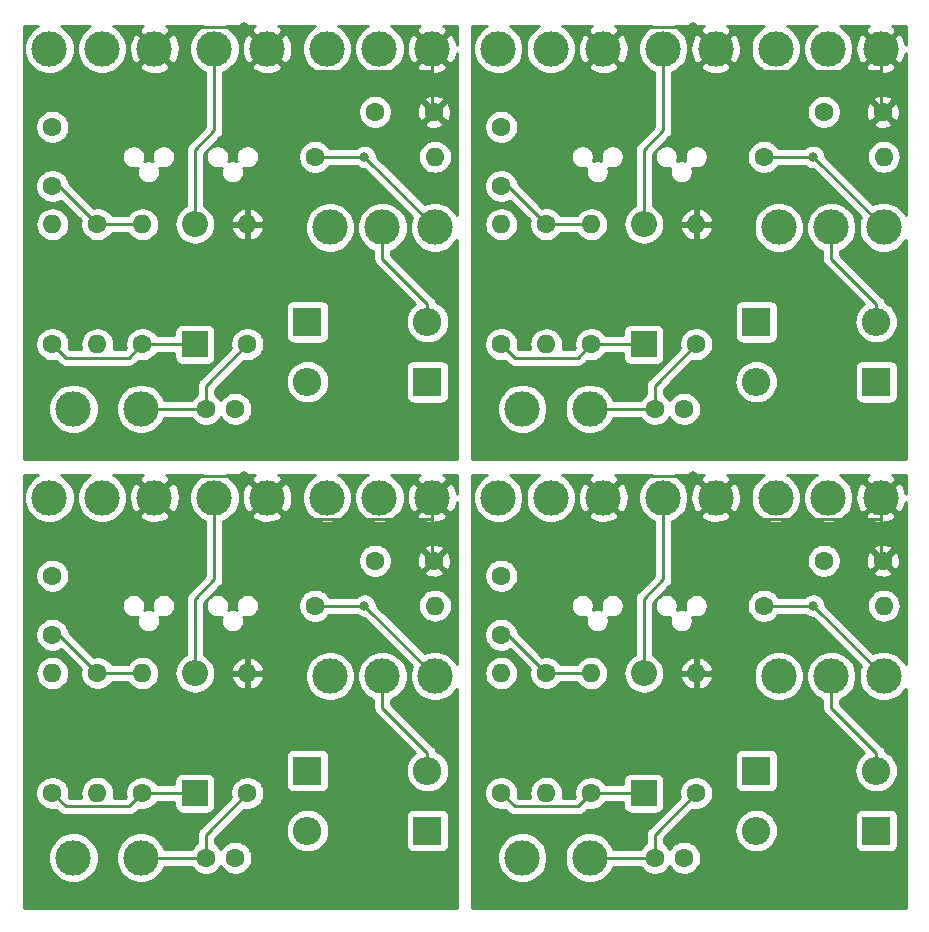
<source format=gbr>
G04 #@! TF.GenerationSoftware,KiCad,Pcbnew,(5.1.2-1)-1*
G04 #@! TF.CreationDate,2019-11-28T17:53:20+09:00*
G04 #@! TF.ProjectId,FuzzfaceMod_4,46757a7a-6661-4636-954d-6f645f342e6b,rev?*
G04 #@! TF.SameCoordinates,Original*
G04 #@! TF.FileFunction,Copper,L1,Top*
G04 #@! TF.FilePolarity,Positive*
%FSLAX46Y46*%
G04 Gerber Fmt 4.6, Leading zero omitted, Abs format (unit mm)*
G04 Created by KiCad (PCBNEW (5.1.2-1)-1) date 2019-11-28 17:53:20*
%MOMM*%
%LPD*%
G04 APERTURE LIST*
%ADD10O,2.200000X2.200000*%
%ADD11R,2.200000X2.200000*%
%ADD12O,1.600000X1.600000*%
%ADD13C,1.600000*%
%ADD14C,3.000000*%
%ADD15O,2.400000X2.400000*%
%ADD16R,2.400000X2.400000*%
%ADD17C,0.800000*%
%ADD18C,0.250000*%
%ADD19C,0.254000*%
G04 APERTURE END LIST*
D10*
X129561000Y-99077000D03*
D11*
X129561000Y-109237000D03*
D10*
X91561000Y-99077000D03*
D11*
X91561000Y-109237000D03*
D10*
X129561000Y-61077000D03*
D11*
X129561000Y-71237000D03*
D12*
X117496000Y-99077000D03*
D13*
X117496000Y-109237000D03*
D12*
X79496000Y-99077000D03*
D13*
X79496000Y-109237000D03*
D12*
X117496000Y-61077000D03*
D13*
X117496000Y-71237000D03*
D12*
X125116000Y-99077000D03*
D13*
X125116000Y-109237000D03*
D12*
X87116000Y-99077000D03*
D13*
X87116000Y-109237000D03*
D12*
X125116000Y-61077000D03*
D13*
X125116000Y-71237000D03*
X117496000Y-95822000D03*
X117496000Y-90822000D03*
X79496000Y-95822000D03*
X79496000Y-90822000D03*
X117496000Y-57822000D03*
X117496000Y-52822000D03*
D14*
X124989000Y-114698000D03*
X86989000Y-114698000D03*
X124989000Y-76698000D03*
X119274000Y-114698000D03*
X81274000Y-114698000D03*
X119274000Y-76698000D03*
X140991000Y-99331000D03*
X102991000Y-99331000D03*
X140991000Y-61331000D03*
D13*
X121306000Y-99077000D03*
D12*
X121306000Y-109237000D03*
D13*
X83306000Y-99077000D03*
D12*
X83306000Y-109237000D03*
D13*
X121306000Y-61077000D03*
D12*
X121306000Y-71237000D03*
D14*
X131212000Y-84218000D03*
X93212000Y-84218000D03*
X131212000Y-46218000D03*
X145436000Y-99331000D03*
X107436000Y-99331000D03*
X145436000Y-61331000D03*
X140737000Y-84218000D03*
X102737000Y-84218000D03*
X140737000Y-46218000D03*
X149881000Y-99331000D03*
X111881000Y-99331000D03*
X149881000Y-61331000D03*
X121687000Y-84218000D03*
X83687000Y-84218000D03*
X121687000Y-46218000D03*
X117242000Y-84218000D03*
X79242000Y-84218000D03*
X117242000Y-46218000D03*
D15*
X149246000Y-107332000D03*
D16*
X139086000Y-107332000D03*
D15*
X111246000Y-107332000D03*
D16*
X101086000Y-107332000D03*
D15*
X149246000Y-69332000D03*
D16*
X139086000Y-69332000D03*
D14*
X126132000Y-84218000D03*
X88132000Y-84218000D03*
X126132000Y-46218000D03*
X149627000Y-84218000D03*
X111627000Y-84218000D03*
X149627000Y-46218000D03*
X145182000Y-84218000D03*
X107182000Y-84218000D03*
X145182000Y-46218000D03*
X135657000Y-84218000D03*
X97657000Y-84218000D03*
X135657000Y-46218000D03*
D16*
X149246000Y-112412000D03*
D15*
X139086000Y-112412000D03*
D16*
X111246000Y-112412000D03*
D15*
X101086000Y-112412000D03*
D16*
X149246000Y-74412000D03*
D15*
X139086000Y-74412000D03*
D13*
X130490000Y-114698000D03*
X132990000Y-114698000D03*
X92490000Y-114698000D03*
X94990000Y-114698000D03*
X130490000Y-76698000D03*
X132990000Y-76698000D03*
X139721000Y-93362000D03*
D12*
X149881000Y-93362000D03*
D13*
X101721000Y-93362000D03*
D12*
X111881000Y-93362000D03*
D13*
X139721000Y-55362000D03*
D12*
X149881000Y-55362000D03*
D13*
X144801000Y-89552000D03*
X149801000Y-89552000D03*
X106801000Y-89552000D03*
X111801000Y-89552000D03*
X144801000Y-51552000D03*
X149801000Y-51552000D03*
D12*
X134006000Y-99077000D03*
D13*
X134006000Y-109237000D03*
D12*
X96006000Y-99077000D03*
D13*
X96006000Y-109237000D03*
D12*
X134006000Y-61077000D03*
D13*
X134006000Y-71237000D03*
X79496000Y-52822000D03*
X79496000Y-57822000D03*
D12*
X111881000Y-55362000D03*
D13*
X101721000Y-55362000D03*
X96006000Y-71237000D03*
D12*
X96006000Y-61077000D03*
D11*
X91561000Y-71237000D03*
D10*
X91561000Y-61077000D03*
D13*
X94990000Y-76698000D03*
X92490000Y-76698000D03*
X111801000Y-51552000D03*
X106801000Y-51552000D03*
D14*
X93212000Y-46218000D03*
X102737000Y-46218000D03*
X107182000Y-46218000D03*
X111627000Y-46218000D03*
X79242000Y-46218000D03*
X83687000Y-46218000D03*
X88132000Y-46218000D03*
D16*
X101086000Y-69332000D03*
D15*
X111246000Y-69332000D03*
X101086000Y-74412000D03*
D16*
X111246000Y-74412000D03*
D14*
X97657000Y-46218000D03*
X86989000Y-76698000D03*
X81274000Y-76698000D03*
D13*
X79496000Y-71237000D03*
D12*
X79496000Y-61077000D03*
X83306000Y-71237000D03*
D13*
X83306000Y-61077000D03*
X87116000Y-71237000D03*
D12*
X87116000Y-61077000D03*
D14*
X102991000Y-61331000D03*
X107436000Y-61331000D03*
X111881000Y-61331000D03*
D17*
X105900000Y-49150000D03*
X104900000Y-44650000D03*
X95693400Y-44371600D03*
X99689000Y-58537000D03*
X93085000Y-66284000D03*
X98927000Y-65268000D03*
X82925000Y-65141000D03*
X81274000Y-80254000D03*
X86989000Y-80254000D03*
X92450000Y-80254000D03*
X101086000Y-80254000D03*
X111373000Y-80127000D03*
X106039000Y-74285000D03*
X106420000Y-80000000D03*
X106039000Y-67554000D03*
X112135000Y-65141000D03*
X84576000Y-57648000D03*
X90164000Y-58537000D03*
X81274000Y-49647000D03*
X77718000Y-49520000D03*
X77718000Y-55362000D03*
X81274000Y-54854000D03*
X86989000Y-50409000D03*
X97403000Y-50409000D03*
X102737000Y-50917000D03*
X89910000Y-74285000D03*
X84068000Y-74285000D03*
X109468000Y-49139000D03*
X109341000Y-53076000D03*
X77400000Y-64900000D03*
X77900000Y-79150000D03*
X112900000Y-78150000D03*
X99150000Y-77400000D03*
X97150000Y-79900000D03*
X86900000Y-64150000D03*
X89400000Y-68650000D03*
X94150000Y-63150000D03*
X103400000Y-57900000D03*
X111900000Y-58150000D03*
X98900000Y-53150000D03*
X91150000Y-53150000D03*
X90650000Y-48650000D03*
X95650000Y-52400000D03*
X81150000Y-68650000D03*
X80150000Y-63650000D03*
X96650000Y-68400000D03*
X98650000Y-72400000D03*
X104150000Y-70900000D03*
X103650000Y-77900000D03*
X107900000Y-71150000D03*
X104650000Y-64150000D03*
X108400000Y-77400000D03*
X127910000Y-74285000D03*
X89910000Y-112285000D03*
X127910000Y-112285000D03*
X122068000Y-74285000D03*
X84068000Y-112285000D03*
X122068000Y-112285000D03*
X147468000Y-49139000D03*
X109468000Y-87139000D03*
X147468000Y-87139000D03*
X147341000Y-53076000D03*
X109341000Y-91076000D03*
X147341000Y-91076000D03*
X115400000Y-64900000D03*
X77400000Y-102900000D03*
X115400000Y-102900000D03*
X115900000Y-79150000D03*
X77900000Y-117150000D03*
X115900000Y-117150000D03*
X150900000Y-78150000D03*
X112900000Y-116150000D03*
X150900000Y-116150000D03*
X137150000Y-77400000D03*
X99150000Y-115400000D03*
X137150000Y-115400000D03*
X135150000Y-79900000D03*
X97150000Y-117900000D03*
X135150000Y-117900000D03*
X124900000Y-64150000D03*
X86900000Y-102150000D03*
X124900000Y-102150000D03*
X127400000Y-68650000D03*
X89400000Y-106650000D03*
X127400000Y-106650000D03*
X132150000Y-63150000D03*
X94150000Y-101150000D03*
X132150000Y-101150000D03*
X141400000Y-57900000D03*
X103400000Y-95900000D03*
X141400000Y-95900000D03*
X149900000Y-58150000D03*
X111900000Y-96150000D03*
X149900000Y-96150000D03*
X136900000Y-53150000D03*
X98900000Y-91150000D03*
X136900000Y-91150000D03*
X129150000Y-53150000D03*
X91150000Y-91150000D03*
X129150000Y-91150000D03*
X128650000Y-48650000D03*
X90650000Y-86650000D03*
X128650000Y-86650000D03*
X133650000Y-52400000D03*
X95650000Y-90400000D03*
X133650000Y-90400000D03*
X119150000Y-68650000D03*
X81150000Y-106650000D03*
X119150000Y-106650000D03*
X118150000Y-63650000D03*
X80150000Y-101650000D03*
X118150000Y-101650000D03*
X134650000Y-68400000D03*
X96650000Y-106400000D03*
X134650000Y-106400000D03*
X136650000Y-72400000D03*
X98650000Y-110400000D03*
X136650000Y-110400000D03*
X142150000Y-70900000D03*
X104150000Y-108900000D03*
X142150000Y-108900000D03*
X141650000Y-77900000D03*
X103650000Y-115900000D03*
X141650000Y-115900000D03*
X145900000Y-71150000D03*
X107900000Y-109150000D03*
X145900000Y-109150000D03*
X142650000Y-64150000D03*
X104650000Y-102150000D03*
X142650000Y-102150000D03*
X146400000Y-77400000D03*
X108400000Y-115400000D03*
X146400000Y-115400000D03*
X137689000Y-58537000D03*
X99689000Y-96537000D03*
X137689000Y-96537000D03*
X131085000Y-66284000D03*
X93085000Y-104284000D03*
X131085000Y-104284000D03*
X143900000Y-49150000D03*
X105900000Y-87150000D03*
X143900000Y-87150000D03*
X142900000Y-44650000D03*
X104900000Y-82650000D03*
X142900000Y-82650000D03*
X133693400Y-44371600D03*
X95693400Y-82371600D03*
X133693400Y-82371600D03*
X136927000Y-65268000D03*
X98927000Y-103268000D03*
X136927000Y-103268000D03*
X124989000Y-80254000D03*
X86989000Y-118254000D03*
X124989000Y-118254000D03*
X144039000Y-74285000D03*
X106039000Y-112285000D03*
X144039000Y-112285000D03*
X144039000Y-67554000D03*
X106039000Y-105554000D03*
X144039000Y-105554000D03*
X115718000Y-49520000D03*
X77718000Y-87520000D03*
X115718000Y-87520000D03*
X150135000Y-65141000D03*
X112135000Y-103141000D03*
X150135000Y-103141000D03*
X122576000Y-57648000D03*
X84576000Y-95648000D03*
X122576000Y-95648000D03*
X119274000Y-80254000D03*
X81274000Y-118254000D03*
X119274000Y-118254000D03*
X120925000Y-65141000D03*
X82925000Y-103141000D03*
X120925000Y-103141000D03*
X119274000Y-54854000D03*
X81274000Y-92854000D03*
X119274000Y-92854000D03*
X149373000Y-80127000D03*
X111373000Y-118127000D03*
X149373000Y-118127000D03*
X144420000Y-80000000D03*
X106420000Y-118000000D03*
X144420000Y-118000000D03*
X135403000Y-50409000D03*
X97403000Y-88409000D03*
X135403000Y-88409000D03*
X140737000Y-50917000D03*
X102737000Y-88917000D03*
X140737000Y-88917000D03*
X128164000Y-58537000D03*
X90164000Y-96537000D03*
X128164000Y-96537000D03*
X124989000Y-50409000D03*
X86989000Y-88409000D03*
X124989000Y-88409000D03*
X115718000Y-55362000D03*
X77718000Y-93362000D03*
X115718000Y-93362000D03*
X130450000Y-80254000D03*
X92450000Y-118254000D03*
X130450000Y-118254000D03*
X139086000Y-80254000D03*
X101086000Y-118254000D03*
X139086000Y-118254000D03*
X119274000Y-49647000D03*
X81274000Y-87647000D03*
X119274000Y-87647000D03*
X105912000Y-55362000D03*
X143912000Y-55362000D03*
X105912000Y-93362000D03*
X143912000Y-93362000D03*
D18*
X99379700Y-48063300D02*
X99379700Y-56578000D01*
X99379700Y-56578000D02*
X96006000Y-59951700D01*
X97657000Y-46218000D02*
X99379700Y-47940700D01*
X99379700Y-47940700D02*
X99379700Y-48063300D01*
X99379700Y-48063300D02*
X111627000Y-48063300D01*
X96006000Y-61077000D02*
X96006000Y-59951700D01*
X111627000Y-48063300D02*
X111627000Y-46218000D01*
X111801000Y-51552000D02*
X111627000Y-51378000D01*
X111627000Y-51378000D02*
X111627000Y-48063300D01*
X88132000Y-46218000D02*
X89978400Y-44371600D01*
X89978400Y-44371600D02*
X95693400Y-44371600D01*
X95810600Y-44371600D02*
X97657000Y-46218000D01*
X95693400Y-44371600D02*
X95810600Y-44371600D01*
X137379700Y-56578000D02*
X134006000Y-59951700D01*
X99379700Y-94578000D02*
X96006000Y-97951700D01*
X137379700Y-94578000D02*
X134006000Y-97951700D01*
X137379700Y-48063300D02*
X137379700Y-56578000D01*
X99379700Y-86063300D02*
X99379700Y-94578000D01*
X137379700Y-86063300D02*
X137379700Y-94578000D01*
X135657000Y-46218000D02*
X137379700Y-47940700D01*
X97657000Y-84218000D02*
X99379700Y-85940700D01*
X135657000Y-84218000D02*
X137379700Y-85940700D01*
X137379700Y-47940700D02*
X137379700Y-48063300D01*
X99379700Y-85940700D02*
X99379700Y-86063300D01*
X137379700Y-85940700D02*
X137379700Y-86063300D01*
X137379700Y-48063300D02*
X149627000Y-48063300D01*
X99379700Y-86063300D02*
X111627000Y-86063300D01*
X137379700Y-86063300D02*
X149627000Y-86063300D01*
X149627000Y-48063300D02*
X149627000Y-46218000D01*
X111627000Y-86063300D02*
X111627000Y-84218000D01*
X149627000Y-86063300D02*
X149627000Y-84218000D01*
X134006000Y-61077000D02*
X134006000Y-59951700D01*
X96006000Y-99077000D02*
X96006000Y-97951700D01*
X134006000Y-99077000D02*
X134006000Y-97951700D01*
X149801000Y-51552000D02*
X149627000Y-51378000D01*
X111801000Y-89552000D02*
X111627000Y-89378000D01*
X149801000Y-89552000D02*
X149627000Y-89378000D01*
X149627000Y-51378000D02*
X149627000Y-48063300D01*
X111627000Y-89378000D02*
X111627000Y-86063300D01*
X149627000Y-89378000D02*
X149627000Y-86063300D01*
X126132000Y-46218000D02*
X127978400Y-44371600D01*
X88132000Y-84218000D02*
X89978400Y-82371600D01*
X126132000Y-84218000D02*
X127978400Y-82371600D01*
X127978400Y-44371600D02*
X133693400Y-44371600D01*
X89978400Y-82371600D02*
X95693400Y-82371600D01*
X127978400Y-82371600D02*
X133693400Y-82371600D01*
X133693400Y-44371600D02*
X133810600Y-44371600D01*
X95693400Y-82371600D02*
X95810600Y-82371600D01*
X133693400Y-82371600D02*
X133810600Y-82371600D01*
X133810600Y-44371600D02*
X135657000Y-46218000D01*
X95810600Y-82371600D02*
X97657000Y-84218000D01*
X133810600Y-82371600D02*
X135657000Y-84218000D01*
X83306000Y-61077000D02*
X80051000Y-57822000D01*
X80051000Y-57822000D02*
X79496000Y-57822000D01*
X87116000Y-61077000D02*
X83306000Y-61077000D01*
X118051000Y-57822000D02*
X117496000Y-57822000D01*
X80051000Y-95822000D02*
X79496000Y-95822000D01*
X118051000Y-95822000D02*
X117496000Y-95822000D01*
X121306000Y-61077000D02*
X118051000Y-57822000D01*
X83306000Y-99077000D02*
X80051000Y-95822000D01*
X121306000Y-99077000D02*
X118051000Y-95822000D01*
X125116000Y-61077000D02*
X121306000Y-61077000D01*
X87116000Y-99077000D02*
X83306000Y-99077000D01*
X125116000Y-99077000D02*
X121306000Y-99077000D01*
X111881000Y-61331000D02*
X105912000Y-55362000D01*
X105912000Y-55362000D02*
X101721000Y-55362000D01*
X105912000Y-55362000D02*
X105912000Y-55362000D01*
X143912000Y-55362000D02*
X143912000Y-55362000D01*
X105912000Y-93362000D02*
X105912000Y-93362000D01*
X143912000Y-93362000D02*
X143912000Y-93362000D01*
X143912000Y-55362000D02*
X139721000Y-55362000D01*
X105912000Y-93362000D02*
X101721000Y-93362000D01*
X143912000Y-93362000D02*
X139721000Y-93362000D01*
X149881000Y-61331000D02*
X143912000Y-55362000D01*
X111881000Y-99331000D02*
X105912000Y-93362000D01*
X149881000Y-99331000D02*
X143912000Y-93362000D01*
X92490000Y-76698000D02*
X92490000Y-74753000D01*
X92490000Y-74753000D02*
X96006000Y-71237000D01*
X86989000Y-76698000D02*
X92490000Y-76698000D01*
X124989000Y-76698000D02*
X130490000Y-76698000D01*
X86989000Y-114698000D02*
X92490000Y-114698000D01*
X124989000Y-114698000D02*
X130490000Y-114698000D01*
X130490000Y-74753000D02*
X134006000Y-71237000D01*
X92490000Y-112753000D02*
X96006000Y-109237000D01*
X130490000Y-112753000D02*
X134006000Y-109237000D01*
X130490000Y-76698000D02*
X130490000Y-74753000D01*
X92490000Y-114698000D02*
X92490000Y-112753000D01*
X130490000Y-114698000D02*
X130490000Y-112753000D01*
X91561000Y-71237000D02*
X87116000Y-71237000D01*
X87116000Y-71237000D02*
X85984300Y-72368700D01*
X85984300Y-72368700D02*
X80627700Y-72368700D01*
X80627700Y-72368700D02*
X79496000Y-71237000D01*
X129561000Y-71237000D02*
X125116000Y-71237000D01*
X91561000Y-109237000D02*
X87116000Y-109237000D01*
X129561000Y-109237000D02*
X125116000Y-109237000D01*
X125116000Y-71237000D02*
X123984300Y-72368700D01*
X87116000Y-109237000D02*
X85984300Y-110368700D01*
X125116000Y-109237000D02*
X123984300Y-110368700D01*
X123984300Y-72368700D02*
X118627700Y-72368700D01*
X85984300Y-110368700D02*
X80627700Y-110368700D01*
X123984300Y-110368700D02*
X118627700Y-110368700D01*
X118627700Y-72368700D02*
X117496000Y-71237000D01*
X80627700Y-110368700D02*
X79496000Y-109237000D01*
X118627700Y-110368700D02*
X117496000Y-109237000D01*
X91561000Y-59521366D02*
X91561000Y-61077000D01*
X91561000Y-54784002D02*
X91561000Y-59521366D01*
X93212000Y-53133002D02*
X91561000Y-54784002D01*
X93212000Y-46218000D02*
X93212000Y-53133002D01*
X129561000Y-59521366D02*
X129561000Y-61077000D01*
X91561000Y-97521366D02*
X91561000Y-99077000D01*
X129561000Y-97521366D02*
X129561000Y-99077000D01*
X129561000Y-54784002D02*
X129561000Y-59521366D01*
X91561000Y-92784002D02*
X91561000Y-97521366D01*
X129561000Y-92784002D02*
X129561000Y-97521366D01*
X131212000Y-53133002D02*
X129561000Y-54784002D01*
X93212000Y-91133002D02*
X91561000Y-92784002D01*
X131212000Y-91133002D02*
X129561000Y-92784002D01*
X131212000Y-46218000D02*
X131212000Y-53133002D01*
X93212000Y-84218000D02*
X93212000Y-91133002D01*
X131212000Y-84218000D02*
X131212000Y-91133002D01*
X111246000Y-69332000D02*
X111246000Y-67806700D01*
X111246000Y-67806700D02*
X107436000Y-63996700D01*
X107436000Y-63996700D02*
X107436000Y-61331000D01*
X149246000Y-69332000D02*
X149246000Y-67806700D01*
X111246000Y-107332000D02*
X111246000Y-105806700D01*
X149246000Y-107332000D02*
X149246000Y-105806700D01*
X149246000Y-67806700D02*
X145436000Y-63996700D01*
X111246000Y-105806700D02*
X107436000Y-101996700D01*
X149246000Y-105806700D02*
X145436000Y-101996700D01*
X145436000Y-63996700D02*
X145436000Y-61331000D01*
X107436000Y-101996700D02*
X107436000Y-99331000D01*
X145436000Y-101996700D02*
X145436000Y-99331000D01*
D19*
G36*
X78230698Y-44325988D02*
G01*
X77881017Y-44559637D01*
X77583637Y-44857017D01*
X77349988Y-45206698D01*
X77189047Y-45595244D01*
X77107000Y-46007721D01*
X77107000Y-46428279D01*
X77189047Y-46840756D01*
X77349988Y-47229302D01*
X77583637Y-47578983D01*
X77881017Y-47876363D01*
X78230698Y-48110012D01*
X78619244Y-48270953D01*
X79031721Y-48353000D01*
X79452279Y-48353000D01*
X79864756Y-48270953D01*
X80253302Y-48110012D01*
X80602983Y-47876363D01*
X80900363Y-47578983D01*
X81134012Y-47229302D01*
X81294953Y-46840756D01*
X81377000Y-46428279D01*
X81377000Y-46007721D01*
X81294953Y-45595244D01*
X81134012Y-45206698D01*
X80900363Y-44857017D01*
X80602983Y-44559637D01*
X80253302Y-44325988D01*
X80214704Y-44310000D01*
X82714296Y-44310000D01*
X82675698Y-44325988D01*
X82326017Y-44559637D01*
X82028637Y-44857017D01*
X81794988Y-45206698D01*
X81634047Y-45595244D01*
X81552000Y-46007721D01*
X81552000Y-46428279D01*
X81634047Y-46840756D01*
X81794988Y-47229302D01*
X82028637Y-47578983D01*
X82326017Y-47876363D01*
X82675698Y-48110012D01*
X83064244Y-48270953D01*
X83476721Y-48353000D01*
X83897279Y-48353000D01*
X84309756Y-48270953D01*
X84698302Y-48110012D01*
X85047983Y-47876363D01*
X85214693Y-47709653D01*
X86819952Y-47709653D01*
X86975962Y-48025214D01*
X87350745Y-48216020D01*
X87755551Y-48330044D01*
X88174824Y-48362902D01*
X88592451Y-48313334D01*
X88992383Y-48183243D01*
X89288038Y-48025214D01*
X89444048Y-47709653D01*
X88132000Y-46397605D01*
X86819952Y-47709653D01*
X85214693Y-47709653D01*
X85345363Y-47578983D01*
X85579012Y-47229302D01*
X85739953Y-46840756D01*
X85822000Y-46428279D01*
X85822000Y-46260824D01*
X85987098Y-46260824D01*
X86036666Y-46678451D01*
X86166757Y-47078383D01*
X86324786Y-47374038D01*
X86640347Y-47530048D01*
X87952395Y-46218000D01*
X88311605Y-46218000D01*
X89623653Y-47530048D01*
X89939214Y-47374038D01*
X90130020Y-46999255D01*
X90244044Y-46594449D01*
X90276902Y-46175176D01*
X90227334Y-45757549D01*
X90097243Y-45357617D01*
X89939214Y-45061962D01*
X89623653Y-44905952D01*
X88311605Y-46218000D01*
X87952395Y-46218000D01*
X86640347Y-44905952D01*
X86324786Y-45061962D01*
X86133980Y-45436745D01*
X86019956Y-45841551D01*
X85987098Y-46260824D01*
X85822000Y-46260824D01*
X85822000Y-46007721D01*
X85739953Y-45595244D01*
X85579012Y-45206698D01*
X85345363Y-44857017D01*
X85047983Y-44559637D01*
X84698302Y-44325988D01*
X84659704Y-44310000D01*
X87164522Y-44310000D01*
X86975962Y-44410786D01*
X86819952Y-44726347D01*
X88132000Y-46038395D01*
X89444048Y-44726347D01*
X89288038Y-44410786D01*
X89090073Y-44310000D01*
X92239296Y-44310000D01*
X92200698Y-44325988D01*
X91851017Y-44559637D01*
X91553637Y-44857017D01*
X91319988Y-45206698D01*
X91159047Y-45595244D01*
X91077000Y-46007721D01*
X91077000Y-46428279D01*
X91159047Y-46840756D01*
X91319988Y-47229302D01*
X91553637Y-47578983D01*
X91851017Y-47876363D01*
X92200698Y-48110012D01*
X92452000Y-48214105D01*
X92452001Y-52818199D01*
X91050003Y-54220198D01*
X91020999Y-54244001D01*
X90965871Y-54311176D01*
X90926026Y-54359726D01*
X90879248Y-54447241D01*
X90855454Y-54491756D01*
X90811997Y-54635017D01*
X90801000Y-54746670D01*
X90801000Y-54746680D01*
X90797324Y-54784002D01*
X90801000Y-54821325D01*
X90801001Y-59484024D01*
X90801000Y-59484034D01*
X90801000Y-59515934D01*
X90592422Y-59627421D01*
X90328234Y-59844234D01*
X90111421Y-60108422D01*
X89950314Y-60409832D01*
X89851105Y-60736881D01*
X89817606Y-61077000D01*
X89851105Y-61417119D01*
X89950314Y-61744168D01*
X90111421Y-62045578D01*
X90328234Y-62309766D01*
X90592422Y-62526579D01*
X90893832Y-62687686D01*
X91220881Y-62786895D01*
X91475775Y-62812000D01*
X91646225Y-62812000D01*
X91901119Y-62786895D01*
X92228168Y-62687686D01*
X92529578Y-62526579D01*
X92793766Y-62309766D01*
X93010579Y-62045578D01*
X93171686Y-61744168D01*
X93268188Y-61426040D01*
X94614091Y-61426040D01*
X94708930Y-61690881D01*
X94853615Y-61932131D01*
X95042586Y-62140519D01*
X95268580Y-62308037D01*
X95522913Y-62428246D01*
X95656961Y-62468904D01*
X95879000Y-62346915D01*
X95879000Y-61204000D01*
X96133000Y-61204000D01*
X96133000Y-62346915D01*
X96355039Y-62468904D01*
X96489087Y-62428246D01*
X96743420Y-62308037D01*
X96969414Y-62140519D01*
X97158385Y-61932131D01*
X97303070Y-61690881D01*
X97397909Y-61426040D01*
X97276624Y-61204000D01*
X96133000Y-61204000D01*
X95879000Y-61204000D01*
X94735376Y-61204000D01*
X94614091Y-61426040D01*
X93268188Y-61426040D01*
X93270895Y-61417119D01*
X93300087Y-61120721D01*
X100856000Y-61120721D01*
X100856000Y-61541279D01*
X100938047Y-61953756D01*
X101098988Y-62342302D01*
X101332637Y-62691983D01*
X101630017Y-62989363D01*
X101979698Y-63223012D01*
X102368244Y-63383953D01*
X102780721Y-63466000D01*
X103201279Y-63466000D01*
X103613756Y-63383953D01*
X104002302Y-63223012D01*
X104351983Y-62989363D01*
X104649363Y-62691983D01*
X104883012Y-62342302D01*
X105043953Y-61953756D01*
X105126000Y-61541279D01*
X105126000Y-61120721D01*
X105301000Y-61120721D01*
X105301000Y-61541279D01*
X105383047Y-61953756D01*
X105543988Y-62342302D01*
X105777637Y-62691983D01*
X106075017Y-62989363D01*
X106424698Y-63223012D01*
X106676000Y-63327105D01*
X106676000Y-63959377D01*
X106672324Y-63996700D01*
X106676000Y-64034022D01*
X106676000Y-64034032D01*
X106686997Y-64145685D01*
X106730454Y-64288946D01*
X106801026Y-64420976D01*
X106840871Y-64469526D01*
X106895999Y-64536701D01*
X106925003Y-64560504D01*
X110189615Y-67825117D01*
X109942181Y-68028181D01*
X109712871Y-68307596D01*
X109542479Y-68626378D01*
X109437552Y-68972277D01*
X109402122Y-69332000D01*
X109437552Y-69691723D01*
X109542479Y-70037622D01*
X109712871Y-70356404D01*
X109942181Y-70635819D01*
X110221596Y-70865129D01*
X110540378Y-71035521D01*
X110886277Y-71140448D01*
X111155861Y-71167000D01*
X111336139Y-71167000D01*
X111605723Y-71140448D01*
X111951622Y-71035521D01*
X112270404Y-70865129D01*
X112549819Y-70635819D01*
X112779129Y-70356404D01*
X112949521Y-70037622D01*
X113054448Y-69691723D01*
X113089878Y-69332000D01*
X113054448Y-68972277D01*
X112949521Y-68626378D01*
X112779129Y-68307596D01*
X112549819Y-68028181D01*
X112270404Y-67798871D01*
X111992814Y-67650496D01*
X111951546Y-67514453D01*
X111880974Y-67382424D01*
X111786001Y-67266699D01*
X111757003Y-67242901D01*
X108196000Y-63681899D01*
X108196000Y-63327105D01*
X108447302Y-63223012D01*
X108796983Y-62989363D01*
X109094363Y-62691983D01*
X109328012Y-62342302D01*
X109488953Y-61953756D01*
X109571000Y-61541279D01*
X109571000Y-61120721D01*
X109488953Y-60708244D01*
X109328012Y-60319698D01*
X109094363Y-59970017D01*
X108796983Y-59672637D01*
X108447302Y-59438988D01*
X108058756Y-59278047D01*
X107646279Y-59196000D01*
X107225721Y-59196000D01*
X106813244Y-59278047D01*
X106424698Y-59438988D01*
X106075017Y-59672637D01*
X105777637Y-59970017D01*
X105543988Y-60319698D01*
X105383047Y-60708244D01*
X105301000Y-61120721D01*
X105126000Y-61120721D01*
X105043953Y-60708244D01*
X104883012Y-60319698D01*
X104649363Y-59970017D01*
X104351983Y-59672637D01*
X104002302Y-59438988D01*
X103613756Y-59278047D01*
X103201279Y-59196000D01*
X102780721Y-59196000D01*
X102368244Y-59278047D01*
X101979698Y-59438988D01*
X101630017Y-59672637D01*
X101332637Y-59970017D01*
X101098988Y-60319698D01*
X100938047Y-60708244D01*
X100856000Y-61120721D01*
X93300087Y-61120721D01*
X93304394Y-61077000D01*
X93270895Y-60736881D01*
X93268189Y-60727960D01*
X94614091Y-60727960D01*
X94735376Y-60950000D01*
X95879000Y-60950000D01*
X95879000Y-59807085D01*
X96133000Y-59807085D01*
X96133000Y-60950000D01*
X97276624Y-60950000D01*
X97397909Y-60727960D01*
X97303070Y-60463119D01*
X97158385Y-60221869D01*
X96969414Y-60013481D01*
X96743420Y-59845963D01*
X96489087Y-59725754D01*
X96355039Y-59685096D01*
X96133000Y-59807085D01*
X95879000Y-59807085D01*
X95656961Y-59685096D01*
X95522913Y-59725754D01*
X95268580Y-59845963D01*
X95042586Y-60013481D01*
X94853615Y-60221869D01*
X94708930Y-60463119D01*
X94614091Y-60727960D01*
X93268189Y-60727960D01*
X93171686Y-60409832D01*
X93010579Y-60108422D01*
X92793766Y-59844234D01*
X92529578Y-59627421D01*
X92321000Y-59515934D01*
X92321000Y-55264986D01*
X92481000Y-55264986D01*
X92481000Y-55459014D01*
X92518853Y-55649314D01*
X92593104Y-55828572D01*
X92700901Y-55989901D01*
X92838099Y-56127099D01*
X92999428Y-56234896D01*
X93178686Y-56309147D01*
X93368986Y-56347000D01*
X93563014Y-56347000D01*
X93753314Y-56309147D01*
X93813983Y-56284017D01*
X93788853Y-56344686D01*
X93751000Y-56534986D01*
X93751000Y-56729014D01*
X93788853Y-56919314D01*
X93863104Y-57098572D01*
X93970901Y-57259901D01*
X94108099Y-57397099D01*
X94269428Y-57504896D01*
X94448686Y-57579147D01*
X94638986Y-57617000D01*
X94833014Y-57617000D01*
X95023314Y-57579147D01*
X95202572Y-57504896D01*
X95363901Y-57397099D01*
X95501099Y-57259901D01*
X95608896Y-57098572D01*
X95683147Y-56919314D01*
X95721000Y-56729014D01*
X95721000Y-56534986D01*
X95683147Y-56344686D01*
X95658017Y-56284017D01*
X95718686Y-56309147D01*
X95908986Y-56347000D01*
X96103014Y-56347000D01*
X96293314Y-56309147D01*
X96472572Y-56234896D01*
X96633901Y-56127099D01*
X96771099Y-55989901D01*
X96878896Y-55828572D01*
X96953147Y-55649314D01*
X96991000Y-55459014D01*
X96991000Y-55264986D01*
X96953147Y-55074686D01*
X96878896Y-54895428D01*
X96771099Y-54734099D01*
X96633901Y-54596901D01*
X96472572Y-54489104D01*
X96293314Y-54414853D01*
X96103014Y-54377000D01*
X95908986Y-54377000D01*
X95718686Y-54414853D01*
X95539428Y-54489104D01*
X95378099Y-54596901D01*
X95240901Y-54734099D01*
X95133104Y-54895428D01*
X95058853Y-55074686D01*
X95021000Y-55264986D01*
X95021000Y-55459014D01*
X95058853Y-55649314D01*
X95083983Y-55709983D01*
X95023314Y-55684853D01*
X94833014Y-55647000D01*
X94638986Y-55647000D01*
X94448686Y-55684853D01*
X94388017Y-55709983D01*
X94413147Y-55649314D01*
X94451000Y-55459014D01*
X94451000Y-55264986D01*
X94413147Y-55074686D01*
X94338896Y-54895428D01*
X94231099Y-54734099D01*
X94093901Y-54596901D01*
X93932572Y-54489104D01*
X93753314Y-54414853D01*
X93563014Y-54377000D01*
X93368986Y-54377000D01*
X93178686Y-54414853D01*
X92999428Y-54489104D01*
X92838099Y-54596901D01*
X92700901Y-54734099D01*
X92593104Y-54895428D01*
X92518853Y-55074686D01*
X92481000Y-55264986D01*
X92321000Y-55264986D01*
X92321000Y-55098803D01*
X93723003Y-53696801D01*
X93752001Y-53673003D01*
X93846974Y-53557278D01*
X93917546Y-53425249D01*
X93961003Y-53281988D01*
X93972000Y-53170335D01*
X93975677Y-53133002D01*
X93972000Y-53095669D01*
X93972000Y-51410665D01*
X105366000Y-51410665D01*
X105366000Y-51693335D01*
X105421147Y-51970574D01*
X105529320Y-52231727D01*
X105686363Y-52466759D01*
X105886241Y-52666637D01*
X106121273Y-52823680D01*
X106382426Y-52931853D01*
X106659665Y-52987000D01*
X106942335Y-52987000D01*
X107219574Y-52931853D01*
X107480727Y-52823680D01*
X107715759Y-52666637D01*
X107837694Y-52544702D01*
X110987903Y-52544702D01*
X111059486Y-52788671D01*
X111314996Y-52909571D01*
X111589184Y-52978300D01*
X111871512Y-52992217D01*
X112151130Y-52950787D01*
X112417292Y-52855603D01*
X112542514Y-52788671D01*
X112614097Y-52544702D01*
X111801000Y-51731605D01*
X110987903Y-52544702D01*
X107837694Y-52544702D01*
X107915637Y-52466759D01*
X108072680Y-52231727D01*
X108180853Y-51970574D01*
X108236000Y-51693335D01*
X108236000Y-51622512D01*
X110360783Y-51622512D01*
X110402213Y-51902130D01*
X110497397Y-52168292D01*
X110564329Y-52293514D01*
X110808298Y-52365097D01*
X111621395Y-51552000D01*
X111980605Y-51552000D01*
X112793702Y-52365097D01*
X113037671Y-52293514D01*
X113158571Y-52038004D01*
X113227300Y-51763816D01*
X113241217Y-51481488D01*
X113199787Y-51201870D01*
X113104603Y-50935708D01*
X113037671Y-50810486D01*
X112793702Y-50738903D01*
X111980605Y-51552000D01*
X111621395Y-51552000D01*
X110808298Y-50738903D01*
X110564329Y-50810486D01*
X110443429Y-51065996D01*
X110374700Y-51340184D01*
X110360783Y-51622512D01*
X108236000Y-51622512D01*
X108236000Y-51410665D01*
X108180853Y-51133426D01*
X108072680Y-50872273D01*
X107915637Y-50637241D01*
X107837694Y-50559298D01*
X110987903Y-50559298D01*
X111801000Y-51372395D01*
X112614097Y-50559298D01*
X112542514Y-50315329D01*
X112287004Y-50194429D01*
X112012816Y-50125700D01*
X111730488Y-50111783D01*
X111450870Y-50153213D01*
X111184708Y-50248397D01*
X111059486Y-50315329D01*
X110987903Y-50559298D01*
X107837694Y-50559298D01*
X107715759Y-50437363D01*
X107480727Y-50280320D01*
X107219574Y-50172147D01*
X106942335Y-50117000D01*
X106659665Y-50117000D01*
X106382426Y-50172147D01*
X106121273Y-50280320D01*
X105886241Y-50437363D01*
X105686363Y-50637241D01*
X105529320Y-50872273D01*
X105421147Y-51133426D01*
X105366000Y-51410665D01*
X93972000Y-51410665D01*
X93972000Y-48214105D01*
X94223302Y-48110012D01*
X94572983Y-47876363D01*
X94739693Y-47709653D01*
X96344952Y-47709653D01*
X96500962Y-48025214D01*
X96875745Y-48216020D01*
X97280551Y-48330044D01*
X97699824Y-48362902D01*
X98117451Y-48313334D01*
X98517383Y-48183243D01*
X98813038Y-48025214D01*
X98969048Y-47709653D01*
X97657000Y-46397605D01*
X96344952Y-47709653D01*
X94739693Y-47709653D01*
X94870363Y-47578983D01*
X95104012Y-47229302D01*
X95264953Y-46840756D01*
X95347000Y-46428279D01*
X95347000Y-46260824D01*
X95512098Y-46260824D01*
X95561666Y-46678451D01*
X95691757Y-47078383D01*
X95849786Y-47374038D01*
X96165347Y-47530048D01*
X97477395Y-46218000D01*
X97836605Y-46218000D01*
X99148653Y-47530048D01*
X99464214Y-47374038D01*
X99655020Y-46999255D01*
X99769044Y-46594449D01*
X99801902Y-46175176D01*
X99752334Y-45757549D01*
X99622243Y-45357617D01*
X99464214Y-45061962D01*
X99148653Y-44905952D01*
X97836605Y-46218000D01*
X97477395Y-46218000D01*
X96165347Y-44905952D01*
X95849786Y-45061962D01*
X95658980Y-45436745D01*
X95544956Y-45841551D01*
X95512098Y-46260824D01*
X95347000Y-46260824D01*
X95347000Y-46007721D01*
X95264953Y-45595244D01*
X95104012Y-45206698D01*
X94870363Y-44857017D01*
X94572983Y-44559637D01*
X94223302Y-44325988D01*
X94184704Y-44310000D01*
X96689522Y-44310000D01*
X96500962Y-44410786D01*
X96344952Y-44726347D01*
X97657000Y-46038395D01*
X98969048Y-44726347D01*
X98813038Y-44410786D01*
X98615073Y-44310000D01*
X101764296Y-44310000D01*
X101725698Y-44325988D01*
X101376017Y-44559637D01*
X101078637Y-44857017D01*
X100844988Y-45206698D01*
X100684047Y-45595244D01*
X100602000Y-46007721D01*
X100602000Y-46428279D01*
X100684047Y-46840756D01*
X100844988Y-47229302D01*
X101078637Y-47578983D01*
X101376017Y-47876363D01*
X101725698Y-48110012D01*
X102114244Y-48270953D01*
X102526721Y-48353000D01*
X102947279Y-48353000D01*
X103359756Y-48270953D01*
X103748302Y-48110012D01*
X104097983Y-47876363D01*
X104395363Y-47578983D01*
X104629012Y-47229302D01*
X104789953Y-46840756D01*
X104872000Y-46428279D01*
X104872000Y-46007721D01*
X104789953Y-45595244D01*
X104629012Y-45206698D01*
X104395363Y-44857017D01*
X104097983Y-44559637D01*
X103748302Y-44325988D01*
X103709704Y-44310000D01*
X106209296Y-44310000D01*
X106170698Y-44325988D01*
X105821017Y-44559637D01*
X105523637Y-44857017D01*
X105289988Y-45206698D01*
X105129047Y-45595244D01*
X105047000Y-46007721D01*
X105047000Y-46428279D01*
X105129047Y-46840756D01*
X105289988Y-47229302D01*
X105523637Y-47578983D01*
X105821017Y-47876363D01*
X106170698Y-48110012D01*
X106559244Y-48270953D01*
X106971721Y-48353000D01*
X107392279Y-48353000D01*
X107804756Y-48270953D01*
X108193302Y-48110012D01*
X108542983Y-47876363D01*
X108709693Y-47709653D01*
X110314952Y-47709653D01*
X110470962Y-48025214D01*
X110845745Y-48216020D01*
X111250551Y-48330044D01*
X111669824Y-48362902D01*
X112087451Y-48313334D01*
X112487383Y-48183243D01*
X112783038Y-48025214D01*
X112939048Y-47709653D01*
X111627000Y-46397605D01*
X110314952Y-47709653D01*
X108709693Y-47709653D01*
X108840363Y-47578983D01*
X109074012Y-47229302D01*
X109234953Y-46840756D01*
X109317000Y-46428279D01*
X109317000Y-46260824D01*
X109482098Y-46260824D01*
X109531666Y-46678451D01*
X109661757Y-47078383D01*
X109819786Y-47374038D01*
X110135347Y-47530048D01*
X111447395Y-46218000D01*
X110135347Y-44905952D01*
X109819786Y-45061962D01*
X109628980Y-45436745D01*
X109514956Y-45841551D01*
X109482098Y-46260824D01*
X109317000Y-46260824D01*
X109317000Y-46007721D01*
X109234953Y-45595244D01*
X109074012Y-45206698D01*
X108840363Y-44857017D01*
X108542983Y-44559637D01*
X108193302Y-44325988D01*
X108154704Y-44310000D01*
X110659522Y-44310000D01*
X110470962Y-44410786D01*
X110314952Y-44726347D01*
X111627000Y-46038395D01*
X112939048Y-44726347D01*
X112783038Y-44410786D01*
X112585073Y-44310000D01*
X113740001Y-44310000D01*
X113740001Y-45906399D01*
X113722334Y-45757549D01*
X113592243Y-45357617D01*
X113434214Y-45061962D01*
X113118653Y-44905952D01*
X111806605Y-46218000D01*
X113118653Y-47530048D01*
X113434214Y-47374038D01*
X113625020Y-46999255D01*
X113739044Y-46594449D01*
X113740001Y-46582239D01*
X113740001Y-60270293D01*
X113539363Y-59970017D01*
X113241983Y-59672637D01*
X112892302Y-59438988D01*
X112503756Y-59278047D01*
X112091279Y-59196000D01*
X111670721Y-59196000D01*
X111258244Y-59278047D01*
X111006942Y-59382140D01*
X106986802Y-55362000D01*
X110439057Y-55362000D01*
X110466764Y-55643309D01*
X110548818Y-55913808D01*
X110682068Y-56163101D01*
X110861392Y-56381608D01*
X111079899Y-56560932D01*
X111329192Y-56694182D01*
X111599691Y-56776236D01*
X111810508Y-56797000D01*
X111951492Y-56797000D01*
X112162309Y-56776236D01*
X112432808Y-56694182D01*
X112682101Y-56560932D01*
X112900608Y-56381608D01*
X113079932Y-56163101D01*
X113213182Y-55913808D01*
X113295236Y-55643309D01*
X113322943Y-55362000D01*
X113295236Y-55080691D01*
X113213182Y-54810192D01*
X113079932Y-54560899D01*
X112900608Y-54342392D01*
X112682101Y-54163068D01*
X112432808Y-54029818D01*
X112162309Y-53947764D01*
X111951492Y-53927000D01*
X111810508Y-53927000D01*
X111599691Y-53947764D01*
X111329192Y-54029818D01*
X111079899Y-54163068D01*
X110861392Y-54342392D01*
X110682068Y-54560899D01*
X110548818Y-54810192D01*
X110466764Y-55080691D01*
X110439057Y-55362000D01*
X106986802Y-55362000D01*
X106947000Y-55322199D01*
X106947000Y-55260061D01*
X106907226Y-55060102D01*
X106829205Y-54871744D01*
X106715937Y-54702226D01*
X106571774Y-54558063D01*
X106402256Y-54444795D01*
X106213898Y-54366774D01*
X106013939Y-54327000D01*
X105810061Y-54327000D01*
X105610102Y-54366774D01*
X105421744Y-54444795D01*
X105252226Y-54558063D01*
X105208289Y-54602000D01*
X102939043Y-54602000D01*
X102835637Y-54447241D01*
X102635759Y-54247363D01*
X102400727Y-54090320D01*
X102139574Y-53982147D01*
X101862335Y-53927000D01*
X101579665Y-53927000D01*
X101302426Y-53982147D01*
X101041273Y-54090320D01*
X100806241Y-54247363D01*
X100606363Y-54447241D01*
X100449320Y-54682273D01*
X100341147Y-54943426D01*
X100286000Y-55220665D01*
X100286000Y-55503335D01*
X100341147Y-55780574D01*
X100449320Y-56041727D01*
X100606363Y-56276759D01*
X100806241Y-56476637D01*
X101041273Y-56633680D01*
X101302426Y-56741853D01*
X101579665Y-56797000D01*
X101862335Y-56797000D01*
X102139574Y-56741853D01*
X102400727Y-56633680D01*
X102635759Y-56476637D01*
X102835637Y-56276759D01*
X102939043Y-56122000D01*
X105208289Y-56122000D01*
X105252226Y-56165937D01*
X105421744Y-56279205D01*
X105610102Y-56357226D01*
X105810061Y-56397000D01*
X105872199Y-56397000D01*
X109932140Y-60456942D01*
X109828047Y-60708244D01*
X109746000Y-61120721D01*
X109746000Y-61541279D01*
X109828047Y-61953756D01*
X109988988Y-62342302D01*
X110222637Y-62691983D01*
X110520017Y-62989363D01*
X110869698Y-63223012D01*
X111258244Y-63383953D01*
X111670721Y-63466000D01*
X112091279Y-63466000D01*
X112503756Y-63383953D01*
X112892302Y-63223012D01*
X113241983Y-62989363D01*
X113539363Y-62691983D01*
X113740001Y-62391707D01*
X113740000Y-80990000D01*
X77060000Y-80990000D01*
X77060000Y-76487721D01*
X79139000Y-76487721D01*
X79139000Y-76908279D01*
X79221047Y-77320756D01*
X79381988Y-77709302D01*
X79615637Y-78058983D01*
X79913017Y-78356363D01*
X80262698Y-78590012D01*
X80651244Y-78750953D01*
X81063721Y-78833000D01*
X81484279Y-78833000D01*
X81896756Y-78750953D01*
X82285302Y-78590012D01*
X82634983Y-78356363D01*
X82932363Y-78058983D01*
X83166012Y-77709302D01*
X83326953Y-77320756D01*
X83409000Y-76908279D01*
X83409000Y-76487721D01*
X84854000Y-76487721D01*
X84854000Y-76908279D01*
X84936047Y-77320756D01*
X85096988Y-77709302D01*
X85330637Y-78058983D01*
X85628017Y-78356363D01*
X85977698Y-78590012D01*
X86366244Y-78750953D01*
X86778721Y-78833000D01*
X87199279Y-78833000D01*
X87611756Y-78750953D01*
X88000302Y-78590012D01*
X88349983Y-78356363D01*
X88647363Y-78058983D01*
X88881012Y-77709302D01*
X88985105Y-77458000D01*
X91271957Y-77458000D01*
X91375363Y-77612759D01*
X91575241Y-77812637D01*
X91810273Y-77969680D01*
X92071426Y-78077853D01*
X92348665Y-78133000D01*
X92631335Y-78133000D01*
X92908574Y-78077853D01*
X93169727Y-77969680D01*
X93404759Y-77812637D01*
X93604637Y-77612759D01*
X93740000Y-77410173D01*
X93875363Y-77612759D01*
X94075241Y-77812637D01*
X94310273Y-77969680D01*
X94571426Y-78077853D01*
X94848665Y-78133000D01*
X95131335Y-78133000D01*
X95408574Y-78077853D01*
X95669727Y-77969680D01*
X95904759Y-77812637D01*
X96104637Y-77612759D01*
X96261680Y-77377727D01*
X96369853Y-77116574D01*
X96425000Y-76839335D01*
X96425000Y-76556665D01*
X96369853Y-76279426D01*
X96261680Y-76018273D01*
X96104637Y-75783241D01*
X95904759Y-75583363D01*
X95669727Y-75426320D01*
X95408574Y-75318147D01*
X95131335Y-75263000D01*
X94848665Y-75263000D01*
X94571426Y-75318147D01*
X94310273Y-75426320D01*
X94075241Y-75583363D01*
X93875363Y-75783241D01*
X93740000Y-75985827D01*
X93604637Y-75783241D01*
X93404759Y-75583363D01*
X93250000Y-75479957D01*
X93250000Y-75067801D01*
X93905801Y-74412000D01*
X99242122Y-74412000D01*
X99277552Y-74771723D01*
X99382479Y-75117622D01*
X99552871Y-75436404D01*
X99782181Y-75715819D01*
X100061596Y-75945129D01*
X100380378Y-76115521D01*
X100726277Y-76220448D01*
X100995861Y-76247000D01*
X101176139Y-76247000D01*
X101445723Y-76220448D01*
X101791622Y-76115521D01*
X102110404Y-75945129D01*
X102389819Y-75715819D01*
X102619129Y-75436404D01*
X102789521Y-75117622D01*
X102894448Y-74771723D01*
X102929878Y-74412000D01*
X102894448Y-74052277D01*
X102789521Y-73706378D01*
X102619129Y-73387596D01*
X102475022Y-73212000D01*
X109407928Y-73212000D01*
X109407928Y-75612000D01*
X109420188Y-75736482D01*
X109456498Y-75856180D01*
X109515463Y-75966494D01*
X109594815Y-76063185D01*
X109691506Y-76142537D01*
X109801820Y-76201502D01*
X109921518Y-76237812D01*
X110046000Y-76250072D01*
X112446000Y-76250072D01*
X112570482Y-76237812D01*
X112690180Y-76201502D01*
X112800494Y-76142537D01*
X112897185Y-76063185D01*
X112976537Y-75966494D01*
X113035502Y-75856180D01*
X113071812Y-75736482D01*
X113084072Y-75612000D01*
X113084072Y-73212000D01*
X113071812Y-73087518D01*
X113035502Y-72967820D01*
X112976537Y-72857506D01*
X112897185Y-72760815D01*
X112800494Y-72681463D01*
X112690180Y-72622498D01*
X112570482Y-72586188D01*
X112446000Y-72573928D01*
X110046000Y-72573928D01*
X109921518Y-72586188D01*
X109801820Y-72622498D01*
X109691506Y-72681463D01*
X109594815Y-72760815D01*
X109515463Y-72857506D01*
X109456498Y-72967820D01*
X109420188Y-73087518D01*
X109407928Y-73212000D01*
X102475022Y-73212000D01*
X102389819Y-73108181D01*
X102110404Y-72878871D01*
X101791622Y-72708479D01*
X101445723Y-72603552D01*
X101176139Y-72577000D01*
X100995861Y-72577000D01*
X100726277Y-72603552D01*
X100380378Y-72708479D01*
X100061596Y-72878871D01*
X99782181Y-73108181D01*
X99552871Y-73387596D01*
X99382479Y-73706378D01*
X99277552Y-74052277D01*
X99242122Y-74412000D01*
X93905801Y-74412000D01*
X95682114Y-72635688D01*
X95864665Y-72672000D01*
X96147335Y-72672000D01*
X96424574Y-72616853D01*
X96685727Y-72508680D01*
X96920759Y-72351637D01*
X97120637Y-72151759D01*
X97277680Y-71916727D01*
X97385853Y-71655574D01*
X97441000Y-71378335D01*
X97441000Y-71095665D01*
X97385853Y-70818426D01*
X97277680Y-70557273D01*
X97120637Y-70322241D01*
X96920759Y-70122363D01*
X96685727Y-69965320D01*
X96424574Y-69857147D01*
X96147335Y-69802000D01*
X95864665Y-69802000D01*
X95587426Y-69857147D01*
X95326273Y-69965320D01*
X95091241Y-70122363D01*
X94891363Y-70322241D01*
X94734320Y-70557273D01*
X94626147Y-70818426D01*
X94571000Y-71095665D01*
X94571000Y-71378335D01*
X94607312Y-71560886D01*
X91978998Y-74189201D01*
X91950000Y-74212999D01*
X91926202Y-74241997D01*
X91926201Y-74241998D01*
X91855026Y-74328724D01*
X91784454Y-74460754D01*
X91740998Y-74604015D01*
X91726324Y-74753000D01*
X91730001Y-74790332D01*
X91730001Y-75479956D01*
X91575241Y-75583363D01*
X91375363Y-75783241D01*
X91271957Y-75938000D01*
X88985105Y-75938000D01*
X88881012Y-75686698D01*
X88647363Y-75337017D01*
X88349983Y-75039637D01*
X88000302Y-74805988D01*
X87611756Y-74645047D01*
X87199279Y-74563000D01*
X86778721Y-74563000D01*
X86366244Y-74645047D01*
X85977698Y-74805988D01*
X85628017Y-75039637D01*
X85330637Y-75337017D01*
X85096988Y-75686698D01*
X84936047Y-76075244D01*
X84854000Y-76487721D01*
X83409000Y-76487721D01*
X83326953Y-76075244D01*
X83166012Y-75686698D01*
X82932363Y-75337017D01*
X82634983Y-75039637D01*
X82285302Y-74805988D01*
X81896756Y-74645047D01*
X81484279Y-74563000D01*
X81063721Y-74563000D01*
X80651244Y-74645047D01*
X80262698Y-74805988D01*
X79913017Y-75039637D01*
X79615637Y-75337017D01*
X79381988Y-75686698D01*
X79221047Y-76075244D01*
X79139000Y-76487721D01*
X77060000Y-76487721D01*
X77060000Y-71095665D01*
X78061000Y-71095665D01*
X78061000Y-71378335D01*
X78116147Y-71655574D01*
X78224320Y-71916727D01*
X78381363Y-72151759D01*
X78581241Y-72351637D01*
X78816273Y-72508680D01*
X79077426Y-72616853D01*
X79354665Y-72672000D01*
X79637335Y-72672000D01*
X79819885Y-72635688D01*
X80063905Y-72879708D01*
X80087699Y-72908701D01*
X80116692Y-72932495D01*
X80116696Y-72932499D01*
X80168572Y-72975072D01*
X80203424Y-73003674D01*
X80335453Y-73074246D01*
X80478714Y-73117703D01*
X80590367Y-73128700D01*
X80590376Y-73128700D01*
X80627699Y-73132376D01*
X80665022Y-73128700D01*
X85946978Y-73128700D01*
X85984300Y-73132376D01*
X86021622Y-73128700D01*
X86021633Y-73128700D01*
X86133286Y-73117703D01*
X86276547Y-73074246D01*
X86408576Y-73003674D01*
X86524301Y-72908701D01*
X86548103Y-72879698D01*
X86792114Y-72635688D01*
X86974665Y-72672000D01*
X87257335Y-72672000D01*
X87534574Y-72616853D01*
X87795727Y-72508680D01*
X88030759Y-72351637D01*
X88230637Y-72151759D01*
X88334043Y-71997000D01*
X89822928Y-71997000D01*
X89822928Y-72337000D01*
X89835188Y-72461482D01*
X89871498Y-72581180D01*
X89930463Y-72691494D01*
X90009815Y-72788185D01*
X90106506Y-72867537D01*
X90216820Y-72926502D01*
X90336518Y-72962812D01*
X90461000Y-72975072D01*
X92661000Y-72975072D01*
X92785482Y-72962812D01*
X92905180Y-72926502D01*
X93015494Y-72867537D01*
X93112185Y-72788185D01*
X93191537Y-72691494D01*
X93250502Y-72581180D01*
X93286812Y-72461482D01*
X93299072Y-72337000D01*
X93299072Y-70137000D01*
X93286812Y-70012518D01*
X93250502Y-69892820D01*
X93191537Y-69782506D01*
X93112185Y-69685815D01*
X93015494Y-69606463D01*
X92905180Y-69547498D01*
X92785482Y-69511188D01*
X92661000Y-69498928D01*
X90461000Y-69498928D01*
X90336518Y-69511188D01*
X90216820Y-69547498D01*
X90106506Y-69606463D01*
X90009815Y-69685815D01*
X89930463Y-69782506D01*
X89871498Y-69892820D01*
X89835188Y-70012518D01*
X89822928Y-70137000D01*
X89822928Y-70477000D01*
X88334043Y-70477000D01*
X88230637Y-70322241D01*
X88030759Y-70122363D01*
X87795727Y-69965320D01*
X87534574Y-69857147D01*
X87257335Y-69802000D01*
X86974665Y-69802000D01*
X86697426Y-69857147D01*
X86436273Y-69965320D01*
X86201241Y-70122363D01*
X86001363Y-70322241D01*
X85844320Y-70557273D01*
X85736147Y-70818426D01*
X85681000Y-71095665D01*
X85681000Y-71378335D01*
X85717312Y-71560886D01*
X85669499Y-71608700D01*
X84692817Y-71608700D01*
X84720236Y-71518309D01*
X84747943Y-71237000D01*
X84720236Y-70955691D01*
X84638182Y-70685192D01*
X84504932Y-70435899D01*
X84325608Y-70217392D01*
X84107101Y-70038068D01*
X83857808Y-69904818D01*
X83587309Y-69822764D01*
X83376492Y-69802000D01*
X83235508Y-69802000D01*
X83024691Y-69822764D01*
X82754192Y-69904818D01*
X82504899Y-70038068D01*
X82286392Y-70217392D01*
X82107068Y-70435899D01*
X81973818Y-70685192D01*
X81891764Y-70955691D01*
X81864057Y-71237000D01*
X81891764Y-71518309D01*
X81919183Y-71608700D01*
X80942503Y-71608700D01*
X80894688Y-71560885D01*
X80931000Y-71378335D01*
X80931000Y-71095665D01*
X80875853Y-70818426D01*
X80767680Y-70557273D01*
X80610637Y-70322241D01*
X80410759Y-70122363D01*
X80175727Y-69965320D01*
X79914574Y-69857147D01*
X79637335Y-69802000D01*
X79354665Y-69802000D01*
X79077426Y-69857147D01*
X78816273Y-69965320D01*
X78581241Y-70122363D01*
X78381363Y-70322241D01*
X78224320Y-70557273D01*
X78116147Y-70818426D01*
X78061000Y-71095665D01*
X77060000Y-71095665D01*
X77060000Y-68132000D01*
X99247928Y-68132000D01*
X99247928Y-70532000D01*
X99260188Y-70656482D01*
X99296498Y-70776180D01*
X99355463Y-70886494D01*
X99434815Y-70983185D01*
X99531506Y-71062537D01*
X99641820Y-71121502D01*
X99761518Y-71157812D01*
X99886000Y-71170072D01*
X102286000Y-71170072D01*
X102410482Y-71157812D01*
X102530180Y-71121502D01*
X102640494Y-71062537D01*
X102737185Y-70983185D01*
X102816537Y-70886494D01*
X102875502Y-70776180D01*
X102911812Y-70656482D01*
X102924072Y-70532000D01*
X102924072Y-68132000D01*
X102911812Y-68007518D01*
X102875502Y-67887820D01*
X102816537Y-67777506D01*
X102737185Y-67680815D01*
X102640494Y-67601463D01*
X102530180Y-67542498D01*
X102410482Y-67506188D01*
X102286000Y-67493928D01*
X99886000Y-67493928D01*
X99761518Y-67506188D01*
X99641820Y-67542498D01*
X99531506Y-67601463D01*
X99434815Y-67680815D01*
X99355463Y-67777506D01*
X99296498Y-67887820D01*
X99260188Y-68007518D01*
X99247928Y-68132000D01*
X77060000Y-68132000D01*
X77060000Y-61077000D01*
X78054057Y-61077000D01*
X78081764Y-61358309D01*
X78163818Y-61628808D01*
X78297068Y-61878101D01*
X78476392Y-62096608D01*
X78694899Y-62275932D01*
X78944192Y-62409182D01*
X79214691Y-62491236D01*
X79425508Y-62512000D01*
X79566492Y-62512000D01*
X79777309Y-62491236D01*
X80047808Y-62409182D01*
X80297101Y-62275932D01*
X80515608Y-62096608D01*
X80694932Y-61878101D01*
X80828182Y-61628808D01*
X80910236Y-61358309D01*
X80937943Y-61077000D01*
X80910236Y-60795691D01*
X80828182Y-60525192D01*
X80694932Y-60275899D01*
X80515608Y-60057392D01*
X80297101Y-59878068D01*
X80047808Y-59744818D01*
X79777309Y-59662764D01*
X79566492Y-59642000D01*
X79425508Y-59642000D01*
X79214691Y-59662764D01*
X78944192Y-59744818D01*
X78694899Y-59878068D01*
X78476392Y-60057392D01*
X78297068Y-60275899D01*
X78163818Y-60525192D01*
X78081764Y-60795691D01*
X78054057Y-61077000D01*
X77060000Y-61077000D01*
X77060000Y-57680665D01*
X78061000Y-57680665D01*
X78061000Y-57963335D01*
X78116147Y-58240574D01*
X78224320Y-58501727D01*
X78381363Y-58736759D01*
X78581241Y-58936637D01*
X78816273Y-59093680D01*
X79077426Y-59201853D01*
X79354665Y-59257000D01*
X79637335Y-59257000D01*
X79914574Y-59201853D01*
X80175727Y-59093680D01*
X80218979Y-59064780D01*
X81907312Y-60753114D01*
X81871000Y-60935665D01*
X81871000Y-61218335D01*
X81926147Y-61495574D01*
X82034320Y-61756727D01*
X82191363Y-61991759D01*
X82391241Y-62191637D01*
X82626273Y-62348680D01*
X82887426Y-62456853D01*
X83164665Y-62512000D01*
X83447335Y-62512000D01*
X83724574Y-62456853D01*
X83985727Y-62348680D01*
X84220759Y-62191637D01*
X84420637Y-61991759D01*
X84524043Y-61837000D01*
X85895099Y-61837000D01*
X85917068Y-61878101D01*
X86096392Y-62096608D01*
X86314899Y-62275932D01*
X86564192Y-62409182D01*
X86834691Y-62491236D01*
X87045508Y-62512000D01*
X87186492Y-62512000D01*
X87397309Y-62491236D01*
X87667808Y-62409182D01*
X87917101Y-62275932D01*
X88135608Y-62096608D01*
X88314932Y-61878101D01*
X88448182Y-61628808D01*
X88530236Y-61358309D01*
X88557943Y-61077000D01*
X88530236Y-60795691D01*
X88448182Y-60525192D01*
X88314932Y-60275899D01*
X88135608Y-60057392D01*
X87917101Y-59878068D01*
X87667808Y-59744818D01*
X87397309Y-59662764D01*
X87186492Y-59642000D01*
X87045508Y-59642000D01*
X86834691Y-59662764D01*
X86564192Y-59744818D01*
X86314899Y-59878068D01*
X86096392Y-60057392D01*
X85917068Y-60275899D01*
X85895099Y-60317000D01*
X84524043Y-60317000D01*
X84420637Y-60162241D01*
X84220759Y-59962363D01*
X83985727Y-59805320D01*
X83724574Y-59697147D01*
X83447335Y-59642000D01*
X83164665Y-59642000D01*
X82982114Y-59678312D01*
X80917724Y-57613923D01*
X80875853Y-57403426D01*
X80767680Y-57142273D01*
X80610637Y-56907241D01*
X80410759Y-56707363D01*
X80175727Y-56550320D01*
X79914574Y-56442147D01*
X79637335Y-56387000D01*
X79354665Y-56387000D01*
X79077426Y-56442147D01*
X78816273Y-56550320D01*
X78581241Y-56707363D01*
X78381363Y-56907241D01*
X78224320Y-57142273D01*
X78116147Y-57403426D01*
X78061000Y-57680665D01*
X77060000Y-57680665D01*
X77060000Y-55264986D01*
X85369000Y-55264986D01*
X85369000Y-55459014D01*
X85406853Y-55649314D01*
X85481104Y-55828572D01*
X85588901Y-55989901D01*
X85726099Y-56127099D01*
X85887428Y-56234896D01*
X86066686Y-56309147D01*
X86256986Y-56347000D01*
X86451014Y-56347000D01*
X86641314Y-56309147D01*
X86701983Y-56284017D01*
X86676853Y-56344686D01*
X86639000Y-56534986D01*
X86639000Y-56729014D01*
X86676853Y-56919314D01*
X86751104Y-57098572D01*
X86858901Y-57259901D01*
X86996099Y-57397099D01*
X87157428Y-57504896D01*
X87336686Y-57579147D01*
X87526986Y-57617000D01*
X87721014Y-57617000D01*
X87911314Y-57579147D01*
X88090572Y-57504896D01*
X88251901Y-57397099D01*
X88389099Y-57259901D01*
X88496896Y-57098572D01*
X88571147Y-56919314D01*
X88609000Y-56729014D01*
X88609000Y-56534986D01*
X88571147Y-56344686D01*
X88546017Y-56284017D01*
X88606686Y-56309147D01*
X88796986Y-56347000D01*
X88991014Y-56347000D01*
X89181314Y-56309147D01*
X89360572Y-56234896D01*
X89521901Y-56127099D01*
X89659099Y-55989901D01*
X89766896Y-55828572D01*
X89841147Y-55649314D01*
X89879000Y-55459014D01*
X89879000Y-55264986D01*
X89841147Y-55074686D01*
X89766896Y-54895428D01*
X89659099Y-54734099D01*
X89521901Y-54596901D01*
X89360572Y-54489104D01*
X89181314Y-54414853D01*
X88991014Y-54377000D01*
X88796986Y-54377000D01*
X88606686Y-54414853D01*
X88427428Y-54489104D01*
X88266099Y-54596901D01*
X88128901Y-54734099D01*
X88021104Y-54895428D01*
X87946853Y-55074686D01*
X87909000Y-55264986D01*
X87909000Y-55459014D01*
X87946853Y-55649314D01*
X87971983Y-55709983D01*
X87911314Y-55684853D01*
X87721014Y-55647000D01*
X87526986Y-55647000D01*
X87336686Y-55684853D01*
X87276017Y-55709983D01*
X87301147Y-55649314D01*
X87339000Y-55459014D01*
X87339000Y-55264986D01*
X87301147Y-55074686D01*
X87226896Y-54895428D01*
X87119099Y-54734099D01*
X86981901Y-54596901D01*
X86820572Y-54489104D01*
X86641314Y-54414853D01*
X86451014Y-54377000D01*
X86256986Y-54377000D01*
X86066686Y-54414853D01*
X85887428Y-54489104D01*
X85726099Y-54596901D01*
X85588901Y-54734099D01*
X85481104Y-54895428D01*
X85406853Y-55074686D01*
X85369000Y-55264986D01*
X77060000Y-55264986D01*
X77060000Y-52680665D01*
X78061000Y-52680665D01*
X78061000Y-52963335D01*
X78116147Y-53240574D01*
X78224320Y-53501727D01*
X78381363Y-53736759D01*
X78581241Y-53936637D01*
X78816273Y-54093680D01*
X79077426Y-54201853D01*
X79354665Y-54257000D01*
X79637335Y-54257000D01*
X79914574Y-54201853D01*
X80175727Y-54093680D01*
X80410759Y-53936637D01*
X80610637Y-53736759D01*
X80767680Y-53501727D01*
X80875853Y-53240574D01*
X80931000Y-52963335D01*
X80931000Y-52680665D01*
X80875853Y-52403426D01*
X80767680Y-52142273D01*
X80610637Y-51907241D01*
X80410759Y-51707363D01*
X80175727Y-51550320D01*
X79914574Y-51442147D01*
X79637335Y-51387000D01*
X79354665Y-51387000D01*
X79077426Y-51442147D01*
X78816273Y-51550320D01*
X78581241Y-51707363D01*
X78381363Y-51907241D01*
X78224320Y-52142273D01*
X78116147Y-52403426D01*
X78061000Y-52680665D01*
X77060000Y-52680665D01*
X77060000Y-44310000D01*
X78269296Y-44310000D01*
X78230698Y-44325988D01*
X78230698Y-44325988D01*
G37*
X78230698Y-44325988D02*
X77881017Y-44559637D01*
X77583637Y-44857017D01*
X77349988Y-45206698D01*
X77189047Y-45595244D01*
X77107000Y-46007721D01*
X77107000Y-46428279D01*
X77189047Y-46840756D01*
X77349988Y-47229302D01*
X77583637Y-47578983D01*
X77881017Y-47876363D01*
X78230698Y-48110012D01*
X78619244Y-48270953D01*
X79031721Y-48353000D01*
X79452279Y-48353000D01*
X79864756Y-48270953D01*
X80253302Y-48110012D01*
X80602983Y-47876363D01*
X80900363Y-47578983D01*
X81134012Y-47229302D01*
X81294953Y-46840756D01*
X81377000Y-46428279D01*
X81377000Y-46007721D01*
X81294953Y-45595244D01*
X81134012Y-45206698D01*
X80900363Y-44857017D01*
X80602983Y-44559637D01*
X80253302Y-44325988D01*
X80214704Y-44310000D01*
X82714296Y-44310000D01*
X82675698Y-44325988D01*
X82326017Y-44559637D01*
X82028637Y-44857017D01*
X81794988Y-45206698D01*
X81634047Y-45595244D01*
X81552000Y-46007721D01*
X81552000Y-46428279D01*
X81634047Y-46840756D01*
X81794988Y-47229302D01*
X82028637Y-47578983D01*
X82326017Y-47876363D01*
X82675698Y-48110012D01*
X83064244Y-48270953D01*
X83476721Y-48353000D01*
X83897279Y-48353000D01*
X84309756Y-48270953D01*
X84698302Y-48110012D01*
X85047983Y-47876363D01*
X85214693Y-47709653D01*
X86819952Y-47709653D01*
X86975962Y-48025214D01*
X87350745Y-48216020D01*
X87755551Y-48330044D01*
X88174824Y-48362902D01*
X88592451Y-48313334D01*
X88992383Y-48183243D01*
X89288038Y-48025214D01*
X89444048Y-47709653D01*
X88132000Y-46397605D01*
X86819952Y-47709653D01*
X85214693Y-47709653D01*
X85345363Y-47578983D01*
X85579012Y-47229302D01*
X85739953Y-46840756D01*
X85822000Y-46428279D01*
X85822000Y-46260824D01*
X85987098Y-46260824D01*
X86036666Y-46678451D01*
X86166757Y-47078383D01*
X86324786Y-47374038D01*
X86640347Y-47530048D01*
X87952395Y-46218000D01*
X88311605Y-46218000D01*
X89623653Y-47530048D01*
X89939214Y-47374038D01*
X90130020Y-46999255D01*
X90244044Y-46594449D01*
X90276902Y-46175176D01*
X90227334Y-45757549D01*
X90097243Y-45357617D01*
X89939214Y-45061962D01*
X89623653Y-44905952D01*
X88311605Y-46218000D01*
X87952395Y-46218000D01*
X86640347Y-44905952D01*
X86324786Y-45061962D01*
X86133980Y-45436745D01*
X86019956Y-45841551D01*
X85987098Y-46260824D01*
X85822000Y-46260824D01*
X85822000Y-46007721D01*
X85739953Y-45595244D01*
X85579012Y-45206698D01*
X85345363Y-44857017D01*
X85047983Y-44559637D01*
X84698302Y-44325988D01*
X84659704Y-44310000D01*
X87164522Y-44310000D01*
X86975962Y-44410786D01*
X86819952Y-44726347D01*
X88132000Y-46038395D01*
X89444048Y-44726347D01*
X89288038Y-44410786D01*
X89090073Y-44310000D01*
X92239296Y-44310000D01*
X92200698Y-44325988D01*
X91851017Y-44559637D01*
X91553637Y-44857017D01*
X91319988Y-45206698D01*
X91159047Y-45595244D01*
X91077000Y-46007721D01*
X91077000Y-46428279D01*
X91159047Y-46840756D01*
X91319988Y-47229302D01*
X91553637Y-47578983D01*
X91851017Y-47876363D01*
X92200698Y-48110012D01*
X92452000Y-48214105D01*
X92452001Y-52818199D01*
X91050003Y-54220198D01*
X91020999Y-54244001D01*
X90965871Y-54311176D01*
X90926026Y-54359726D01*
X90879248Y-54447241D01*
X90855454Y-54491756D01*
X90811997Y-54635017D01*
X90801000Y-54746670D01*
X90801000Y-54746680D01*
X90797324Y-54784002D01*
X90801000Y-54821325D01*
X90801001Y-59484024D01*
X90801000Y-59484034D01*
X90801000Y-59515934D01*
X90592422Y-59627421D01*
X90328234Y-59844234D01*
X90111421Y-60108422D01*
X89950314Y-60409832D01*
X89851105Y-60736881D01*
X89817606Y-61077000D01*
X89851105Y-61417119D01*
X89950314Y-61744168D01*
X90111421Y-62045578D01*
X90328234Y-62309766D01*
X90592422Y-62526579D01*
X90893832Y-62687686D01*
X91220881Y-62786895D01*
X91475775Y-62812000D01*
X91646225Y-62812000D01*
X91901119Y-62786895D01*
X92228168Y-62687686D01*
X92529578Y-62526579D01*
X92793766Y-62309766D01*
X93010579Y-62045578D01*
X93171686Y-61744168D01*
X93268188Y-61426040D01*
X94614091Y-61426040D01*
X94708930Y-61690881D01*
X94853615Y-61932131D01*
X95042586Y-62140519D01*
X95268580Y-62308037D01*
X95522913Y-62428246D01*
X95656961Y-62468904D01*
X95879000Y-62346915D01*
X95879000Y-61204000D01*
X96133000Y-61204000D01*
X96133000Y-62346915D01*
X96355039Y-62468904D01*
X96489087Y-62428246D01*
X96743420Y-62308037D01*
X96969414Y-62140519D01*
X97158385Y-61932131D01*
X97303070Y-61690881D01*
X97397909Y-61426040D01*
X97276624Y-61204000D01*
X96133000Y-61204000D01*
X95879000Y-61204000D01*
X94735376Y-61204000D01*
X94614091Y-61426040D01*
X93268188Y-61426040D01*
X93270895Y-61417119D01*
X93300087Y-61120721D01*
X100856000Y-61120721D01*
X100856000Y-61541279D01*
X100938047Y-61953756D01*
X101098988Y-62342302D01*
X101332637Y-62691983D01*
X101630017Y-62989363D01*
X101979698Y-63223012D01*
X102368244Y-63383953D01*
X102780721Y-63466000D01*
X103201279Y-63466000D01*
X103613756Y-63383953D01*
X104002302Y-63223012D01*
X104351983Y-62989363D01*
X104649363Y-62691983D01*
X104883012Y-62342302D01*
X105043953Y-61953756D01*
X105126000Y-61541279D01*
X105126000Y-61120721D01*
X105301000Y-61120721D01*
X105301000Y-61541279D01*
X105383047Y-61953756D01*
X105543988Y-62342302D01*
X105777637Y-62691983D01*
X106075017Y-62989363D01*
X106424698Y-63223012D01*
X106676000Y-63327105D01*
X106676000Y-63959377D01*
X106672324Y-63996700D01*
X106676000Y-64034022D01*
X106676000Y-64034032D01*
X106686997Y-64145685D01*
X106730454Y-64288946D01*
X106801026Y-64420976D01*
X106840871Y-64469526D01*
X106895999Y-64536701D01*
X106925003Y-64560504D01*
X110189615Y-67825117D01*
X109942181Y-68028181D01*
X109712871Y-68307596D01*
X109542479Y-68626378D01*
X109437552Y-68972277D01*
X109402122Y-69332000D01*
X109437552Y-69691723D01*
X109542479Y-70037622D01*
X109712871Y-70356404D01*
X109942181Y-70635819D01*
X110221596Y-70865129D01*
X110540378Y-71035521D01*
X110886277Y-71140448D01*
X111155861Y-71167000D01*
X111336139Y-71167000D01*
X111605723Y-71140448D01*
X111951622Y-71035521D01*
X112270404Y-70865129D01*
X112549819Y-70635819D01*
X112779129Y-70356404D01*
X112949521Y-70037622D01*
X113054448Y-69691723D01*
X113089878Y-69332000D01*
X113054448Y-68972277D01*
X112949521Y-68626378D01*
X112779129Y-68307596D01*
X112549819Y-68028181D01*
X112270404Y-67798871D01*
X111992814Y-67650496D01*
X111951546Y-67514453D01*
X111880974Y-67382424D01*
X111786001Y-67266699D01*
X111757003Y-67242901D01*
X108196000Y-63681899D01*
X108196000Y-63327105D01*
X108447302Y-63223012D01*
X108796983Y-62989363D01*
X109094363Y-62691983D01*
X109328012Y-62342302D01*
X109488953Y-61953756D01*
X109571000Y-61541279D01*
X109571000Y-61120721D01*
X109488953Y-60708244D01*
X109328012Y-60319698D01*
X109094363Y-59970017D01*
X108796983Y-59672637D01*
X108447302Y-59438988D01*
X108058756Y-59278047D01*
X107646279Y-59196000D01*
X107225721Y-59196000D01*
X106813244Y-59278047D01*
X106424698Y-59438988D01*
X106075017Y-59672637D01*
X105777637Y-59970017D01*
X105543988Y-60319698D01*
X105383047Y-60708244D01*
X105301000Y-61120721D01*
X105126000Y-61120721D01*
X105043953Y-60708244D01*
X104883012Y-60319698D01*
X104649363Y-59970017D01*
X104351983Y-59672637D01*
X104002302Y-59438988D01*
X103613756Y-59278047D01*
X103201279Y-59196000D01*
X102780721Y-59196000D01*
X102368244Y-59278047D01*
X101979698Y-59438988D01*
X101630017Y-59672637D01*
X101332637Y-59970017D01*
X101098988Y-60319698D01*
X100938047Y-60708244D01*
X100856000Y-61120721D01*
X93300087Y-61120721D01*
X93304394Y-61077000D01*
X93270895Y-60736881D01*
X93268189Y-60727960D01*
X94614091Y-60727960D01*
X94735376Y-60950000D01*
X95879000Y-60950000D01*
X95879000Y-59807085D01*
X96133000Y-59807085D01*
X96133000Y-60950000D01*
X97276624Y-60950000D01*
X97397909Y-60727960D01*
X97303070Y-60463119D01*
X97158385Y-60221869D01*
X96969414Y-60013481D01*
X96743420Y-59845963D01*
X96489087Y-59725754D01*
X96355039Y-59685096D01*
X96133000Y-59807085D01*
X95879000Y-59807085D01*
X95656961Y-59685096D01*
X95522913Y-59725754D01*
X95268580Y-59845963D01*
X95042586Y-60013481D01*
X94853615Y-60221869D01*
X94708930Y-60463119D01*
X94614091Y-60727960D01*
X93268189Y-60727960D01*
X93171686Y-60409832D01*
X93010579Y-60108422D01*
X92793766Y-59844234D01*
X92529578Y-59627421D01*
X92321000Y-59515934D01*
X92321000Y-55264986D01*
X92481000Y-55264986D01*
X92481000Y-55459014D01*
X92518853Y-55649314D01*
X92593104Y-55828572D01*
X92700901Y-55989901D01*
X92838099Y-56127099D01*
X92999428Y-56234896D01*
X93178686Y-56309147D01*
X93368986Y-56347000D01*
X93563014Y-56347000D01*
X93753314Y-56309147D01*
X93813983Y-56284017D01*
X93788853Y-56344686D01*
X93751000Y-56534986D01*
X93751000Y-56729014D01*
X93788853Y-56919314D01*
X93863104Y-57098572D01*
X93970901Y-57259901D01*
X94108099Y-57397099D01*
X94269428Y-57504896D01*
X94448686Y-57579147D01*
X94638986Y-57617000D01*
X94833014Y-57617000D01*
X95023314Y-57579147D01*
X95202572Y-57504896D01*
X95363901Y-57397099D01*
X95501099Y-57259901D01*
X95608896Y-57098572D01*
X95683147Y-56919314D01*
X95721000Y-56729014D01*
X95721000Y-56534986D01*
X95683147Y-56344686D01*
X95658017Y-56284017D01*
X95718686Y-56309147D01*
X95908986Y-56347000D01*
X96103014Y-56347000D01*
X96293314Y-56309147D01*
X96472572Y-56234896D01*
X96633901Y-56127099D01*
X96771099Y-55989901D01*
X96878896Y-55828572D01*
X96953147Y-55649314D01*
X96991000Y-55459014D01*
X96991000Y-55264986D01*
X96953147Y-55074686D01*
X96878896Y-54895428D01*
X96771099Y-54734099D01*
X96633901Y-54596901D01*
X96472572Y-54489104D01*
X96293314Y-54414853D01*
X96103014Y-54377000D01*
X95908986Y-54377000D01*
X95718686Y-54414853D01*
X95539428Y-54489104D01*
X95378099Y-54596901D01*
X95240901Y-54734099D01*
X95133104Y-54895428D01*
X95058853Y-55074686D01*
X95021000Y-55264986D01*
X95021000Y-55459014D01*
X95058853Y-55649314D01*
X95083983Y-55709983D01*
X95023314Y-55684853D01*
X94833014Y-55647000D01*
X94638986Y-55647000D01*
X94448686Y-55684853D01*
X94388017Y-55709983D01*
X94413147Y-55649314D01*
X94451000Y-55459014D01*
X94451000Y-55264986D01*
X94413147Y-55074686D01*
X94338896Y-54895428D01*
X94231099Y-54734099D01*
X94093901Y-54596901D01*
X93932572Y-54489104D01*
X93753314Y-54414853D01*
X93563014Y-54377000D01*
X93368986Y-54377000D01*
X93178686Y-54414853D01*
X92999428Y-54489104D01*
X92838099Y-54596901D01*
X92700901Y-54734099D01*
X92593104Y-54895428D01*
X92518853Y-55074686D01*
X92481000Y-55264986D01*
X92321000Y-55264986D01*
X92321000Y-55098803D01*
X93723003Y-53696801D01*
X93752001Y-53673003D01*
X93846974Y-53557278D01*
X93917546Y-53425249D01*
X93961003Y-53281988D01*
X93972000Y-53170335D01*
X93975677Y-53133002D01*
X93972000Y-53095669D01*
X93972000Y-51410665D01*
X105366000Y-51410665D01*
X105366000Y-51693335D01*
X105421147Y-51970574D01*
X105529320Y-52231727D01*
X105686363Y-52466759D01*
X105886241Y-52666637D01*
X106121273Y-52823680D01*
X106382426Y-52931853D01*
X106659665Y-52987000D01*
X106942335Y-52987000D01*
X107219574Y-52931853D01*
X107480727Y-52823680D01*
X107715759Y-52666637D01*
X107837694Y-52544702D01*
X110987903Y-52544702D01*
X111059486Y-52788671D01*
X111314996Y-52909571D01*
X111589184Y-52978300D01*
X111871512Y-52992217D01*
X112151130Y-52950787D01*
X112417292Y-52855603D01*
X112542514Y-52788671D01*
X112614097Y-52544702D01*
X111801000Y-51731605D01*
X110987903Y-52544702D01*
X107837694Y-52544702D01*
X107915637Y-52466759D01*
X108072680Y-52231727D01*
X108180853Y-51970574D01*
X108236000Y-51693335D01*
X108236000Y-51622512D01*
X110360783Y-51622512D01*
X110402213Y-51902130D01*
X110497397Y-52168292D01*
X110564329Y-52293514D01*
X110808298Y-52365097D01*
X111621395Y-51552000D01*
X111980605Y-51552000D01*
X112793702Y-52365097D01*
X113037671Y-52293514D01*
X113158571Y-52038004D01*
X113227300Y-51763816D01*
X113241217Y-51481488D01*
X113199787Y-51201870D01*
X113104603Y-50935708D01*
X113037671Y-50810486D01*
X112793702Y-50738903D01*
X111980605Y-51552000D01*
X111621395Y-51552000D01*
X110808298Y-50738903D01*
X110564329Y-50810486D01*
X110443429Y-51065996D01*
X110374700Y-51340184D01*
X110360783Y-51622512D01*
X108236000Y-51622512D01*
X108236000Y-51410665D01*
X108180853Y-51133426D01*
X108072680Y-50872273D01*
X107915637Y-50637241D01*
X107837694Y-50559298D01*
X110987903Y-50559298D01*
X111801000Y-51372395D01*
X112614097Y-50559298D01*
X112542514Y-50315329D01*
X112287004Y-50194429D01*
X112012816Y-50125700D01*
X111730488Y-50111783D01*
X111450870Y-50153213D01*
X111184708Y-50248397D01*
X111059486Y-50315329D01*
X110987903Y-50559298D01*
X107837694Y-50559298D01*
X107715759Y-50437363D01*
X107480727Y-50280320D01*
X107219574Y-50172147D01*
X106942335Y-50117000D01*
X106659665Y-50117000D01*
X106382426Y-50172147D01*
X106121273Y-50280320D01*
X105886241Y-50437363D01*
X105686363Y-50637241D01*
X105529320Y-50872273D01*
X105421147Y-51133426D01*
X105366000Y-51410665D01*
X93972000Y-51410665D01*
X93972000Y-48214105D01*
X94223302Y-48110012D01*
X94572983Y-47876363D01*
X94739693Y-47709653D01*
X96344952Y-47709653D01*
X96500962Y-48025214D01*
X96875745Y-48216020D01*
X97280551Y-48330044D01*
X97699824Y-48362902D01*
X98117451Y-48313334D01*
X98517383Y-48183243D01*
X98813038Y-48025214D01*
X98969048Y-47709653D01*
X97657000Y-46397605D01*
X96344952Y-47709653D01*
X94739693Y-47709653D01*
X94870363Y-47578983D01*
X95104012Y-47229302D01*
X95264953Y-46840756D01*
X95347000Y-46428279D01*
X95347000Y-46260824D01*
X95512098Y-46260824D01*
X95561666Y-46678451D01*
X95691757Y-47078383D01*
X95849786Y-47374038D01*
X96165347Y-47530048D01*
X97477395Y-46218000D01*
X97836605Y-46218000D01*
X99148653Y-47530048D01*
X99464214Y-47374038D01*
X99655020Y-46999255D01*
X99769044Y-46594449D01*
X99801902Y-46175176D01*
X99752334Y-45757549D01*
X99622243Y-45357617D01*
X99464214Y-45061962D01*
X99148653Y-44905952D01*
X97836605Y-46218000D01*
X97477395Y-46218000D01*
X96165347Y-44905952D01*
X95849786Y-45061962D01*
X95658980Y-45436745D01*
X95544956Y-45841551D01*
X95512098Y-46260824D01*
X95347000Y-46260824D01*
X95347000Y-46007721D01*
X95264953Y-45595244D01*
X95104012Y-45206698D01*
X94870363Y-44857017D01*
X94572983Y-44559637D01*
X94223302Y-44325988D01*
X94184704Y-44310000D01*
X96689522Y-44310000D01*
X96500962Y-44410786D01*
X96344952Y-44726347D01*
X97657000Y-46038395D01*
X98969048Y-44726347D01*
X98813038Y-44410786D01*
X98615073Y-44310000D01*
X101764296Y-44310000D01*
X101725698Y-44325988D01*
X101376017Y-44559637D01*
X101078637Y-44857017D01*
X100844988Y-45206698D01*
X100684047Y-45595244D01*
X100602000Y-46007721D01*
X100602000Y-46428279D01*
X100684047Y-46840756D01*
X100844988Y-47229302D01*
X101078637Y-47578983D01*
X101376017Y-47876363D01*
X101725698Y-48110012D01*
X102114244Y-48270953D01*
X102526721Y-48353000D01*
X102947279Y-48353000D01*
X103359756Y-48270953D01*
X103748302Y-48110012D01*
X104097983Y-47876363D01*
X104395363Y-47578983D01*
X104629012Y-47229302D01*
X104789953Y-46840756D01*
X104872000Y-46428279D01*
X104872000Y-46007721D01*
X104789953Y-45595244D01*
X104629012Y-45206698D01*
X104395363Y-44857017D01*
X104097983Y-44559637D01*
X103748302Y-44325988D01*
X103709704Y-44310000D01*
X106209296Y-44310000D01*
X106170698Y-44325988D01*
X105821017Y-44559637D01*
X105523637Y-44857017D01*
X105289988Y-45206698D01*
X105129047Y-45595244D01*
X105047000Y-46007721D01*
X105047000Y-46428279D01*
X105129047Y-46840756D01*
X105289988Y-47229302D01*
X105523637Y-47578983D01*
X105821017Y-47876363D01*
X106170698Y-48110012D01*
X106559244Y-48270953D01*
X106971721Y-48353000D01*
X107392279Y-48353000D01*
X107804756Y-48270953D01*
X108193302Y-48110012D01*
X108542983Y-47876363D01*
X108709693Y-47709653D01*
X110314952Y-47709653D01*
X110470962Y-48025214D01*
X110845745Y-48216020D01*
X111250551Y-48330044D01*
X111669824Y-48362902D01*
X112087451Y-48313334D01*
X112487383Y-48183243D01*
X112783038Y-48025214D01*
X112939048Y-47709653D01*
X111627000Y-46397605D01*
X110314952Y-47709653D01*
X108709693Y-47709653D01*
X108840363Y-47578983D01*
X109074012Y-47229302D01*
X109234953Y-46840756D01*
X109317000Y-46428279D01*
X109317000Y-46260824D01*
X109482098Y-46260824D01*
X109531666Y-46678451D01*
X109661757Y-47078383D01*
X109819786Y-47374038D01*
X110135347Y-47530048D01*
X111447395Y-46218000D01*
X110135347Y-44905952D01*
X109819786Y-45061962D01*
X109628980Y-45436745D01*
X109514956Y-45841551D01*
X109482098Y-46260824D01*
X109317000Y-46260824D01*
X109317000Y-46007721D01*
X109234953Y-45595244D01*
X109074012Y-45206698D01*
X108840363Y-44857017D01*
X108542983Y-44559637D01*
X108193302Y-44325988D01*
X108154704Y-44310000D01*
X110659522Y-44310000D01*
X110470962Y-44410786D01*
X110314952Y-44726347D01*
X111627000Y-46038395D01*
X112939048Y-44726347D01*
X112783038Y-44410786D01*
X112585073Y-44310000D01*
X113740001Y-44310000D01*
X113740001Y-45906399D01*
X113722334Y-45757549D01*
X113592243Y-45357617D01*
X113434214Y-45061962D01*
X113118653Y-44905952D01*
X111806605Y-46218000D01*
X113118653Y-47530048D01*
X113434214Y-47374038D01*
X113625020Y-46999255D01*
X113739044Y-46594449D01*
X113740001Y-46582239D01*
X113740001Y-60270293D01*
X113539363Y-59970017D01*
X113241983Y-59672637D01*
X112892302Y-59438988D01*
X112503756Y-59278047D01*
X112091279Y-59196000D01*
X111670721Y-59196000D01*
X111258244Y-59278047D01*
X111006942Y-59382140D01*
X106986802Y-55362000D01*
X110439057Y-55362000D01*
X110466764Y-55643309D01*
X110548818Y-55913808D01*
X110682068Y-56163101D01*
X110861392Y-56381608D01*
X111079899Y-56560932D01*
X111329192Y-56694182D01*
X111599691Y-56776236D01*
X111810508Y-56797000D01*
X111951492Y-56797000D01*
X112162309Y-56776236D01*
X112432808Y-56694182D01*
X112682101Y-56560932D01*
X112900608Y-56381608D01*
X113079932Y-56163101D01*
X113213182Y-55913808D01*
X113295236Y-55643309D01*
X113322943Y-55362000D01*
X113295236Y-55080691D01*
X113213182Y-54810192D01*
X113079932Y-54560899D01*
X112900608Y-54342392D01*
X112682101Y-54163068D01*
X112432808Y-54029818D01*
X112162309Y-53947764D01*
X111951492Y-53927000D01*
X111810508Y-53927000D01*
X111599691Y-53947764D01*
X111329192Y-54029818D01*
X111079899Y-54163068D01*
X110861392Y-54342392D01*
X110682068Y-54560899D01*
X110548818Y-54810192D01*
X110466764Y-55080691D01*
X110439057Y-55362000D01*
X106986802Y-55362000D01*
X106947000Y-55322199D01*
X106947000Y-55260061D01*
X106907226Y-55060102D01*
X106829205Y-54871744D01*
X106715937Y-54702226D01*
X106571774Y-54558063D01*
X106402256Y-54444795D01*
X106213898Y-54366774D01*
X106013939Y-54327000D01*
X105810061Y-54327000D01*
X105610102Y-54366774D01*
X105421744Y-54444795D01*
X105252226Y-54558063D01*
X105208289Y-54602000D01*
X102939043Y-54602000D01*
X102835637Y-54447241D01*
X102635759Y-54247363D01*
X102400727Y-54090320D01*
X102139574Y-53982147D01*
X101862335Y-53927000D01*
X101579665Y-53927000D01*
X101302426Y-53982147D01*
X101041273Y-54090320D01*
X100806241Y-54247363D01*
X100606363Y-54447241D01*
X100449320Y-54682273D01*
X100341147Y-54943426D01*
X100286000Y-55220665D01*
X100286000Y-55503335D01*
X100341147Y-55780574D01*
X100449320Y-56041727D01*
X100606363Y-56276759D01*
X100806241Y-56476637D01*
X101041273Y-56633680D01*
X101302426Y-56741853D01*
X101579665Y-56797000D01*
X101862335Y-56797000D01*
X102139574Y-56741853D01*
X102400727Y-56633680D01*
X102635759Y-56476637D01*
X102835637Y-56276759D01*
X102939043Y-56122000D01*
X105208289Y-56122000D01*
X105252226Y-56165937D01*
X105421744Y-56279205D01*
X105610102Y-56357226D01*
X105810061Y-56397000D01*
X105872199Y-56397000D01*
X109932140Y-60456942D01*
X109828047Y-60708244D01*
X109746000Y-61120721D01*
X109746000Y-61541279D01*
X109828047Y-61953756D01*
X109988988Y-62342302D01*
X110222637Y-62691983D01*
X110520017Y-62989363D01*
X110869698Y-63223012D01*
X111258244Y-63383953D01*
X111670721Y-63466000D01*
X112091279Y-63466000D01*
X112503756Y-63383953D01*
X112892302Y-63223012D01*
X113241983Y-62989363D01*
X113539363Y-62691983D01*
X113740001Y-62391707D01*
X113740000Y-80990000D01*
X77060000Y-80990000D01*
X77060000Y-76487721D01*
X79139000Y-76487721D01*
X79139000Y-76908279D01*
X79221047Y-77320756D01*
X79381988Y-77709302D01*
X79615637Y-78058983D01*
X79913017Y-78356363D01*
X80262698Y-78590012D01*
X80651244Y-78750953D01*
X81063721Y-78833000D01*
X81484279Y-78833000D01*
X81896756Y-78750953D01*
X82285302Y-78590012D01*
X82634983Y-78356363D01*
X82932363Y-78058983D01*
X83166012Y-77709302D01*
X83326953Y-77320756D01*
X83409000Y-76908279D01*
X83409000Y-76487721D01*
X84854000Y-76487721D01*
X84854000Y-76908279D01*
X84936047Y-77320756D01*
X85096988Y-77709302D01*
X85330637Y-78058983D01*
X85628017Y-78356363D01*
X85977698Y-78590012D01*
X86366244Y-78750953D01*
X86778721Y-78833000D01*
X87199279Y-78833000D01*
X87611756Y-78750953D01*
X88000302Y-78590012D01*
X88349983Y-78356363D01*
X88647363Y-78058983D01*
X88881012Y-77709302D01*
X88985105Y-77458000D01*
X91271957Y-77458000D01*
X91375363Y-77612759D01*
X91575241Y-77812637D01*
X91810273Y-77969680D01*
X92071426Y-78077853D01*
X92348665Y-78133000D01*
X92631335Y-78133000D01*
X92908574Y-78077853D01*
X93169727Y-77969680D01*
X93404759Y-77812637D01*
X93604637Y-77612759D01*
X93740000Y-77410173D01*
X93875363Y-77612759D01*
X94075241Y-77812637D01*
X94310273Y-77969680D01*
X94571426Y-78077853D01*
X94848665Y-78133000D01*
X95131335Y-78133000D01*
X95408574Y-78077853D01*
X95669727Y-77969680D01*
X95904759Y-77812637D01*
X96104637Y-77612759D01*
X96261680Y-77377727D01*
X96369853Y-77116574D01*
X96425000Y-76839335D01*
X96425000Y-76556665D01*
X96369853Y-76279426D01*
X96261680Y-76018273D01*
X96104637Y-75783241D01*
X95904759Y-75583363D01*
X95669727Y-75426320D01*
X95408574Y-75318147D01*
X95131335Y-75263000D01*
X94848665Y-75263000D01*
X94571426Y-75318147D01*
X94310273Y-75426320D01*
X94075241Y-75583363D01*
X93875363Y-75783241D01*
X93740000Y-75985827D01*
X93604637Y-75783241D01*
X93404759Y-75583363D01*
X93250000Y-75479957D01*
X93250000Y-75067801D01*
X93905801Y-74412000D01*
X99242122Y-74412000D01*
X99277552Y-74771723D01*
X99382479Y-75117622D01*
X99552871Y-75436404D01*
X99782181Y-75715819D01*
X100061596Y-75945129D01*
X100380378Y-76115521D01*
X100726277Y-76220448D01*
X100995861Y-76247000D01*
X101176139Y-76247000D01*
X101445723Y-76220448D01*
X101791622Y-76115521D01*
X102110404Y-75945129D01*
X102389819Y-75715819D01*
X102619129Y-75436404D01*
X102789521Y-75117622D01*
X102894448Y-74771723D01*
X102929878Y-74412000D01*
X102894448Y-74052277D01*
X102789521Y-73706378D01*
X102619129Y-73387596D01*
X102475022Y-73212000D01*
X109407928Y-73212000D01*
X109407928Y-75612000D01*
X109420188Y-75736482D01*
X109456498Y-75856180D01*
X109515463Y-75966494D01*
X109594815Y-76063185D01*
X109691506Y-76142537D01*
X109801820Y-76201502D01*
X109921518Y-76237812D01*
X110046000Y-76250072D01*
X112446000Y-76250072D01*
X112570482Y-76237812D01*
X112690180Y-76201502D01*
X112800494Y-76142537D01*
X112897185Y-76063185D01*
X112976537Y-75966494D01*
X113035502Y-75856180D01*
X113071812Y-75736482D01*
X113084072Y-75612000D01*
X113084072Y-73212000D01*
X113071812Y-73087518D01*
X113035502Y-72967820D01*
X112976537Y-72857506D01*
X112897185Y-72760815D01*
X112800494Y-72681463D01*
X112690180Y-72622498D01*
X112570482Y-72586188D01*
X112446000Y-72573928D01*
X110046000Y-72573928D01*
X109921518Y-72586188D01*
X109801820Y-72622498D01*
X109691506Y-72681463D01*
X109594815Y-72760815D01*
X109515463Y-72857506D01*
X109456498Y-72967820D01*
X109420188Y-73087518D01*
X109407928Y-73212000D01*
X102475022Y-73212000D01*
X102389819Y-73108181D01*
X102110404Y-72878871D01*
X101791622Y-72708479D01*
X101445723Y-72603552D01*
X101176139Y-72577000D01*
X100995861Y-72577000D01*
X100726277Y-72603552D01*
X100380378Y-72708479D01*
X100061596Y-72878871D01*
X99782181Y-73108181D01*
X99552871Y-73387596D01*
X99382479Y-73706378D01*
X99277552Y-74052277D01*
X99242122Y-74412000D01*
X93905801Y-74412000D01*
X95682114Y-72635688D01*
X95864665Y-72672000D01*
X96147335Y-72672000D01*
X96424574Y-72616853D01*
X96685727Y-72508680D01*
X96920759Y-72351637D01*
X97120637Y-72151759D01*
X97277680Y-71916727D01*
X97385853Y-71655574D01*
X97441000Y-71378335D01*
X97441000Y-71095665D01*
X97385853Y-70818426D01*
X97277680Y-70557273D01*
X97120637Y-70322241D01*
X96920759Y-70122363D01*
X96685727Y-69965320D01*
X96424574Y-69857147D01*
X96147335Y-69802000D01*
X95864665Y-69802000D01*
X95587426Y-69857147D01*
X95326273Y-69965320D01*
X95091241Y-70122363D01*
X94891363Y-70322241D01*
X94734320Y-70557273D01*
X94626147Y-70818426D01*
X94571000Y-71095665D01*
X94571000Y-71378335D01*
X94607312Y-71560886D01*
X91978998Y-74189201D01*
X91950000Y-74212999D01*
X91926202Y-74241997D01*
X91926201Y-74241998D01*
X91855026Y-74328724D01*
X91784454Y-74460754D01*
X91740998Y-74604015D01*
X91726324Y-74753000D01*
X91730001Y-74790332D01*
X91730001Y-75479956D01*
X91575241Y-75583363D01*
X91375363Y-75783241D01*
X91271957Y-75938000D01*
X88985105Y-75938000D01*
X88881012Y-75686698D01*
X88647363Y-75337017D01*
X88349983Y-75039637D01*
X88000302Y-74805988D01*
X87611756Y-74645047D01*
X87199279Y-74563000D01*
X86778721Y-74563000D01*
X86366244Y-74645047D01*
X85977698Y-74805988D01*
X85628017Y-75039637D01*
X85330637Y-75337017D01*
X85096988Y-75686698D01*
X84936047Y-76075244D01*
X84854000Y-76487721D01*
X83409000Y-76487721D01*
X83326953Y-76075244D01*
X83166012Y-75686698D01*
X82932363Y-75337017D01*
X82634983Y-75039637D01*
X82285302Y-74805988D01*
X81896756Y-74645047D01*
X81484279Y-74563000D01*
X81063721Y-74563000D01*
X80651244Y-74645047D01*
X80262698Y-74805988D01*
X79913017Y-75039637D01*
X79615637Y-75337017D01*
X79381988Y-75686698D01*
X79221047Y-76075244D01*
X79139000Y-76487721D01*
X77060000Y-76487721D01*
X77060000Y-71095665D01*
X78061000Y-71095665D01*
X78061000Y-71378335D01*
X78116147Y-71655574D01*
X78224320Y-71916727D01*
X78381363Y-72151759D01*
X78581241Y-72351637D01*
X78816273Y-72508680D01*
X79077426Y-72616853D01*
X79354665Y-72672000D01*
X79637335Y-72672000D01*
X79819885Y-72635688D01*
X80063905Y-72879708D01*
X80087699Y-72908701D01*
X80116692Y-72932495D01*
X80116696Y-72932499D01*
X80168572Y-72975072D01*
X80203424Y-73003674D01*
X80335453Y-73074246D01*
X80478714Y-73117703D01*
X80590367Y-73128700D01*
X80590376Y-73128700D01*
X80627699Y-73132376D01*
X80665022Y-73128700D01*
X85946978Y-73128700D01*
X85984300Y-73132376D01*
X86021622Y-73128700D01*
X86021633Y-73128700D01*
X86133286Y-73117703D01*
X86276547Y-73074246D01*
X86408576Y-73003674D01*
X86524301Y-72908701D01*
X86548103Y-72879698D01*
X86792114Y-72635688D01*
X86974665Y-72672000D01*
X87257335Y-72672000D01*
X87534574Y-72616853D01*
X87795727Y-72508680D01*
X88030759Y-72351637D01*
X88230637Y-72151759D01*
X88334043Y-71997000D01*
X89822928Y-71997000D01*
X89822928Y-72337000D01*
X89835188Y-72461482D01*
X89871498Y-72581180D01*
X89930463Y-72691494D01*
X90009815Y-72788185D01*
X90106506Y-72867537D01*
X90216820Y-72926502D01*
X90336518Y-72962812D01*
X90461000Y-72975072D01*
X92661000Y-72975072D01*
X92785482Y-72962812D01*
X92905180Y-72926502D01*
X93015494Y-72867537D01*
X93112185Y-72788185D01*
X93191537Y-72691494D01*
X93250502Y-72581180D01*
X93286812Y-72461482D01*
X93299072Y-72337000D01*
X93299072Y-70137000D01*
X93286812Y-70012518D01*
X93250502Y-69892820D01*
X93191537Y-69782506D01*
X93112185Y-69685815D01*
X93015494Y-69606463D01*
X92905180Y-69547498D01*
X92785482Y-69511188D01*
X92661000Y-69498928D01*
X90461000Y-69498928D01*
X90336518Y-69511188D01*
X90216820Y-69547498D01*
X90106506Y-69606463D01*
X90009815Y-69685815D01*
X89930463Y-69782506D01*
X89871498Y-69892820D01*
X89835188Y-70012518D01*
X89822928Y-70137000D01*
X89822928Y-70477000D01*
X88334043Y-70477000D01*
X88230637Y-70322241D01*
X88030759Y-70122363D01*
X87795727Y-69965320D01*
X87534574Y-69857147D01*
X87257335Y-69802000D01*
X86974665Y-69802000D01*
X86697426Y-69857147D01*
X86436273Y-69965320D01*
X86201241Y-70122363D01*
X86001363Y-70322241D01*
X85844320Y-70557273D01*
X85736147Y-70818426D01*
X85681000Y-71095665D01*
X85681000Y-71378335D01*
X85717312Y-71560886D01*
X85669499Y-71608700D01*
X84692817Y-71608700D01*
X84720236Y-71518309D01*
X84747943Y-71237000D01*
X84720236Y-70955691D01*
X84638182Y-70685192D01*
X84504932Y-70435899D01*
X84325608Y-70217392D01*
X84107101Y-70038068D01*
X83857808Y-69904818D01*
X83587309Y-69822764D01*
X83376492Y-69802000D01*
X83235508Y-69802000D01*
X83024691Y-69822764D01*
X82754192Y-69904818D01*
X82504899Y-70038068D01*
X82286392Y-70217392D01*
X82107068Y-70435899D01*
X81973818Y-70685192D01*
X81891764Y-70955691D01*
X81864057Y-71237000D01*
X81891764Y-71518309D01*
X81919183Y-71608700D01*
X80942503Y-71608700D01*
X80894688Y-71560885D01*
X80931000Y-71378335D01*
X80931000Y-71095665D01*
X80875853Y-70818426D01*
X80767680Y-70557273D01*
X80610637Y-70322241D01*
X80410759Y-70122363D01*
X80175727Y-69965320D01*
X79914574Y-69857147D01*
X79637335Y-69802000D01*
X79354665Y-69802000D01*
X79077426Y-69857147D01*
X78816273Y-69965320D01*
X78581241Y-70122363D01*
X78381363Y-70322241D01*
X78224320Y-70557273D01*
X78116147Y-70818426D01*
X78061000Y-71095665D01*
X77060000Y-71095665D01*
X77060000Y-68132000D01*
X99247928Y-68132000D01*
X99247928Y-70532000D01*
X99260188Y-70656482D01*
X99296498Y-70776180D01*
X99355463Y-70886494D01*
X99434815Y-70983185D01*
X99531506Y-71062537D01*
X99641820Y-71121502D01*
X99761518Y-71157812D01*
X99886000Y-71170072D01*
X102286000Y-71170072D01*
X102410482Y-71157812D01*
X102530180Y-71121502D01*
X102640494Y-71062537D01*
X102737185Y-70983185D01*
X102816537Y-70886494D01*
X102875502Y-70776180D01*
X102911812Y-70656482D01*
X102924072Y-70532000D01*
X102924072Y-68132000D01*
X102911812Y-68007518D01*
X102875502Y-67887820D01*
X102816537Y-67777506D01*
X102737185Y-67680815D01*
X102640494Y-67601463D01*
X102530180Y-67542498D01*
X102410482Y-67506188D01*
X102286000Y-67493928D01*
X99886000Y-67493928D01*
X99761518Y-67506188D01*
X99641820Y-67542498D01*
X99531506Y-67601463D01*
X99434815Y-67680815D01*
X99355463Y-67777506D01*
X99296498Y-67887820D01*
X99260188Y-68007518D01*
X99247928Y-68132000D01*
X77060000Y-68132000D01*
X77060000Y-61077000D01*
X78054057Y-61077000D01*
X78081764Y-61358309D01*
X78163818Y-61628808D01*
X78297068Y-61878101D01*
X78476392Y-62096608D01*
X78694899Y-62275932D01*
X78944192Y-62409182D01*
X79214691Y-62491236D01*
X79425508Y-62512000D01*
X79566492Y-62512000D01*
X79777309Y-62491236D01*
X80047808Y-62409182D01*
X80297101Y-62275932D01*
X80515608Y-62096608D01*
X80694932Y-61878101D01*
X80828182Y-61628808D01*
X80910236Y-61358309D01*
X80937943Y-61077000D01*
X80910236Y-60795691D01*
X80828182Y-60525192D01*
X80694932Y-60275899D01*
X80515608Y-60057392D01*
X80297101Y-59878068D01*
X80047808Y-59744818D01*
X79777309Y-59662764D01*
X79566492Y-59642000D01*
X79425508Y-59642000D01*
X79214691Y-59662764D01*
X78944192Y-59744818D01*
X78694899Y-59878068D01*
X78476392Y-60057392D01*
X78297068Y-60275899D01*
X78163818Y-60525192D01*
X78081764Y-60795691D01*
X78054057Y-61077000D01*
X77060000Y-61077000D01*
X77060000Y-57680665D01*
X78061000Y-57680665D01*
X78061000Y-57963335D01*
X78116147Y-58240574D01*
X78224320Y-58501727D01*
X78381363Y-58736759D01*
X78581241Y-58936637D01*
X78816273Y-59093680D01*
X79077426Y-59201853D01*
X79354665Y-59257000D01*
X79637335Y-59257000D01*
X79914574Y-59201853D01*
X80175727Y-59093680D01*
X80218979Y-59064780D01*
X81907312Y-60753114D01*
X81871000Y-60935665D01*
X81871000Y-61218335D01*
X81926147Y-61495574D01*
X82034320Y-61756727D01*
X82191363Y-61991759D01*
X82391241Y-62191637D01*
X82626273Y-62348680D01*
X82887426Y-62456853D01*
X83164665Y-62512000D01*
X83447335Y-62512000D01*
X83724574Y-62456853D01*
X83985727Y-62348680D01*
X84220759Y-62191637D01*
X84420637Y-61991759D01*
X84524043Y-61837000D01*
X85895099Y-61837000D01*
X85917068Y-61878101D01*
X86096392Y-62096608D01*
X86314899Y-62275932D01*
X86564192Y-62409182D01*
X86834691Y-62491236D01*
X87045508Y-62512000D01*
X87186492Y-62512000D01*
X87397309Y-62491236D01*
X87667808Y-62409182D01*
X87917101Y-62275932D01*
X88135608Y-62096608D01*
X88314932Y-61878101D01*
X88448182Y-61628808D01*
X88530236Y-61358309D01*
X88557943Y-61077000D01*
X88530236Y-60795691D01*
X88448182Y-60525192D01*
X88314932Y-60275899D01*
X88135608Y-60057392D01*
X87917101Y-59878068D01*
X87667808Y-59744818D01*
X87397309Y-59662764D01*
X87186492Y-59642000D01*
X87045508Y-59642000D01*
X86834691Y-59662764D01*
X86564192Y-59744818D01*
X86314899Y-59878068D01*
X86096392Y-60057392D01*
X85917068Y-60275899D01*
X85895099Y-60317000D01*
X84524043Y-60317000D01*
X84420637Y-60162241D01*
X84220759Y-59962363D01*
X83985727Y-59805320D01*
X83724574Y-59697147D01*
X83447335Y-59642000D01*
X83164665Y-59642000D01*
X82982114Y-59678312D01*
X80917724Y-57613923D01*
X80875853Y-57403426D01*
X80767680Y-57142273D01*
X80610637Y-56907241D01*
X80410759Y-56707363D01*
X80175727Y-56550320D01*
X79914574Y-56442147D01*
X79637335Y-56387000D01*
X79354665Y-56387000D01*
X79077426Y-56442147D01*
X78816273Y-56550320D01*
X78581241Y-56707363D01*
X78381363Y-56907241D01*
X78224320Y-57142273D01*
X78116147Y-57403426D01*
X78061000Y-57680665D01*
X77060000Y-57680665D01*
X77060000Y-55264986D01*
X85369000Y-55264986D01*
X85369000Y-55459014D01*
X85406853Y-55649314D01*
X85481104Y-55828572D01*
X85588901Y-55989901D01*
X85726099Y-56127099D01*
X85887428Y-56234896D01*
X86066686Y-56309147D01*
X86256986Y-56347000D01*
X86451014Y-56347000D01*
X86641314Y-56309147D01*
X86701983Y-56284017D01*
X86676853Y-56344686D01*
X86639000Y-56534986D01*
X86639000Y-56729014D01*
X86676853Y-56919314D01*
X86751104Y-57098572D01*
X86858901Y-57259901D01*
X86996099Y-57397099D01*
X87157428Y-57504896D01*
X87336686Y-57579147D01*
X87526986Y-57617000D01*
X87721014Y-57617000D01*
X87911314Y-57579147D01*
X88090572Y-57504896D01*
X88251901Y-57397099D01*
X88389099Y-57259901D01*
X88496896Y-57098572D01*
X88571147Y-56919314D01*
X88609000Y-56729014D01*
X88609000Y-56534986D01*
X88571147Y-56344686D01*
X88546017Y-56284017D01*
X88606686Y-56309147D01*
X88796986Y-56347000D01*
X88991014Y-56347000D01*
X89181314Y-56309147D01*
X89360572Y-56234896D01*
X89521901Y-56127099D01*
X89659099Y-55989901D01*
X89766896Y-55828572D01*
X89841147Y-55649314D01*
X89879000Y-55459014D01*
X89879000Y-55264986D01*
X89841147Y-55074686D01*
X89766896Y-54895428D01*
X89659099Y-54734099D01*
X89521901Y-54596901D01*
X89360572Y-54489104D01*
X89181314Y-54414853D01*
X88991014Y-54377000D01*
X88796986Y-54377000D01*
X88606686Y-54414853D01*
X88427428Y-54489104D01*
X88266099Y-54596901D01*
X88128901Y-54734099D01*
X88021104Y-54895428D01*
X87946853Y-55074686D01*
X87909000Y-55264986D01*
X87909000Y-55459014D01*
X87946853Y-55649314D01*
X87971983Y-55709983D01*
X87911314Y-55684853D01*
X87721014Y-55647000D01*
X87526986Y-55647000D01*
X87336686Y-55684853D01*
X87276017Y-55709983D01*
X87301147Y-55649314D01*
X87339000Y-55459014D01*
X87339000Y-55264986D01*
X87301147Y-55074686D01*
X87226896Y-54895428D01*
X87119099Y-54734099D01*
X86981901Y-54596901D01*
X86820572Y-54489104D01*
X86641314Y-54414853D01*
X86451014Y-54377000D01*
X86256986Y-54377000D01*
X86066686Y-54414853D01*
X85887428Y-54489104D01*
X85726099Y-54596901D01*
X85588901Y-54734099D01*
X85481104Y-54895428D01*
X85406853Y-55074686D01*
X85369000Y-55264986D01*
X77060000Y-55264986D01*
X77060000Y-52680665D01*
X78061000Y-52680665D01*
X78061000Y-52963335D01*
X78116147Y-53240574D01*
X78224320Y-53501727D01*
X78381363Y-53736759D01*
X78581241Y-53936637D01*
X78816273Y-54093680D01*
X79077426Y-54201853D01*
X79354665Y-54257000D01*
X79637335Y-54257000D01*
X79914574Y-54201853D01*
X80175727Y-54093680D01*
X80410759Y-53936637D01*
X80610637Y-53736759D01*
X80767680Y-53501727D01*
X80875853Y-53240574D01*
X80931000Y-52963335D01*
X80931000Y-52680665D01*
X80875853Y-52403426D01*
X80767680Y-52142273D01*
X80610637Y-51907241D01*
X80410759Y-51707363D01*
X80175727Y-51550320D01*
X79914574Y-51442147D01*
X79637335Y-51387000D01*
X79354665Y-51387000D01*
X79077426Y-51442147D01*
X78816273Y-51550320D01*
X78581241Y-51707363D01*
X78381363Y-51907241D01*
X78224320Y-52142273D01*
X78116147Y-52403426D01*
X78061000Y-52680665D01*
X77060000Y-52680665D01*
X77060000Y-44310000D01*
X78269296Y-44310000D01*
X78230698Y-44325988D01*
G36*
X116230698Y-44325988D02*
G01*
X115881017Y-44559637D01*
X115583637Y-44857017D01*
X115349988Y-45206698D01*
X115189047Y-45595244D01*
X115107000Y-46007721D01*
X115107000Y-46428279D01*
X115189047Y-46840756D01*
X115349988Y-47229302D01*
X115583637Y-47578983D01*
X115881017Y-47876363D01*
X116230698Y-48110012D01*
X116619244Y-48270953D01*
X117031721Y-48353000D01*
X117452279Y-48353000D01*
X117864756Y-48270953D01*
X118253302Y-48110012D01*
X118602983Y-47876363D01*
X118900363Y-47578983D01*
X119134012Y-47229302D01*
X119294953Y-46840756D01*
X119377000Y-46428279D01*
X119377000Y-46007721D01*
X119294953Y-45595244D01*
X119134012Y-45206698D01*
X118900363Y-44857017D01*
X118602983Y-44559637D01*
X118253302Y-44325988D01*
X118214704Y-44310000D01*
X120714296Y-44310000D01*
X120675698Y-44325988D01*
X120326017Y-44559637D01*
X120028637Y-44857017D01*
X119794988Y-45206698D01*
X119634047Y-45595244D01*
X119552000Y-46007721D01*
X119552000Y-46428279D01*
X119634047Y-46840756D01*
X119794988Y-47229302D01*
X120028637Y-47578983D01*
X120326017Y-47876363D01*
X120675698Y-48110012D01*
X121064244Y-48270953D01*
X121476721Y-48353000D01*
X121897279Y-48353000D01*
X122309756Y-48270953D01*
X122698302Y-48110012D01*
X123047983Y-47876363D01*
X123214693Y-47709653D01*
X124819952Y-47709653D01*
X124975962Y-48025214D01*
X125350745Y-48216020D01*
X125755551Y-48330044D01*
X126174824Y-48362902D01*
X126592451Y-48313334D01*
X126992383Y-48183243D01*
X127288038Y-48025214D01*
X127444048Y-47709653D01*
X126132000Y-46397605D01*
X124819952Y-47709653D01*
X123214693Y-47709653D01*
X123345363Y-47578983D01*
X123579012Y-47229302D01*
X123739953Y-46840756D01*
X123822000Y-46428279D01*
X123822000Y-46260824D01*
X123987098Y-46260824D01*
X124036666Y-46678451D01*
X124166757Y-47078383D01*
X124324786Y-47374038D01*
X124640347Y-47530048D01*
X125952395Y-46218000D01*
X126311605Y-46218000D01*
X127623653Y-47530048D01*
X127939214Y-47374038D01*
X128130020Y-46999255D01*
X128244044Y-46594449D01*
X128276902Y-46175176D01*
X128227334Y-45757549D01*
X128097243Y-45357617D01*
X127939214Y-45061962D01*
X127623653Y-44905952D01*
X126311605Y-46218000D01*
X125952395Y-46218000D01*
X124640347Y-44905952D01*
X124324786Y-45061962D01*
X124133980Y-45436745D01*
X124019956Y-45841551D01*
X123987098Y-46260824D01*
X123822000Y-46260824D01*
X123822000Y-46007721D01*
X123739953Y-45595244D01*
X123579012Y-45206698D01*
X123345363Y-44857017D01*
X123047983Y-44559637D01*
X122698302Y-44325988D01*
X122659704Y-44310000D01*
X125164522Y-44310000D01*
X124975962Y-44410786D01*
X124819952Y-44726347D01*
X126132000Y-46038395D01*
X127444048Y-44726347D01*
X127288038Y-44410786D01*
X127090073Y-44310000D01*
X130239296Y-44310000D01*
X130200698Y-44325988D01*
X129851017Y-44559637D01*
X129553637Y-44857017D01*
X129319988Y-45206698D01*
X129159047Y-45595244D01*
X129077000Y-46007721D01*
X129077000Y-46428279D01*
X129159047Y-46840756D01*
X129319988Y-47229302D01*
X129553637Y-47578983D01*
X129851017Y-47876363D01*
X130200698Y-48110012D01*
X130452000Y-48214105D01*
X130452001Y-52818199D01*
X129050003Y-54220198D01*
X129020999Y-54244001D01*
X128965871Y-54311176D01*
X128926026Y-54359726D01*
X128879248Y-54447241D01*
X128855454Y-54491756D01*
X128811997Y-54635017D01*
X128801000Y-54746670D01*
X128801000Y-54746680D01*
X128797324Y-54784002D01*
X128801000Y-54821325D01*
X128801001Y-59484024D01*
X128801000Y-59484034D01*
X128801000Y-59515934D01*
X128592422Y-59627421D01*
X128328234Y-59844234D01*
X128111421Y-60108422D01*
X127950314Y-60409832D01*
X127851105Y-60736881D01*
X127817606Y-61077000D01*
X127851105Y-61417119D01*
X127950314Y-61744168D01*
X128111421Y-62045578D01*
X128328234Y-62309766D01*
X128592422Y-62526579D01*
X128893832Y-62687686D01*
X129220881Y-62786895D01*
X129475775Y-62812000D01*
X129646225Y-62812000D01*
X129901119Y-62786895D01*
X130228168Y-62687686D01*
X130529578Y-62526579D01*
X130793766Y-62309766D01*
X131010579Y-62045578D01*
X131171686Y-61744168D01*
X131268188Y-61426040D01*
X132614091Y-61426040D01*
X132708930Y-61690881D01*
X132853615Y-61932131D01*
X133042586Y-62140519D01*
X133268580Y-62308037D01*
X133522913Y-62428246D01*
X133656961Y-62468904D01*
X133879000Y-62346915D01*
X133879000Y-61204000D01*
X134133000Y-61204000D01*
X134133000Y-62346915D01*
X134355039Y-62468904D01*
X134489087Y-62428246D01*
X134743420Y-62308037D01*
X134969414Y-62140519D01*
X135158385Y-61932131D01*
X135303070Y-61690881D01*
X135397909Y-61426040D01*
X135276624Y-61204000D01*
X134133000Y-61204000D01*
X133879000Y-61204000D01*
X132735376Y-61204000D01*
X132614091Y-61426040D01*
X131268188Y-61426040D01*
X131270895Y-61417119D01*
X131300087Y-61120721D01*
X138856000Y-61120721D01*
X138856000Y-61541279D01*
X138938047Y-61953756D01*
X139098988Y-62342302D01*
X139332637Y-62691983D01*
X139630017Y-62989363D01*
X139979698Y-63223012D01*
X140368244Y-63383953D01*
X140780721Y-63466000D01*
X141201279Y-63466000D01*
X141613756Y-63383953D01*
X142002302Y-63223012D01*
X142351983Y-62989363D01*
X142649363Y-62691983D01*
X142883012Y-62342302D01*
X143043953Y-61953756D01*
X143126000Y-61541279D01*
X143126000Y-61120721D01*
X143301000Y-61120721D01*
X143301000Y-61541279D01*
X143383047Y-61953756D01*
X143543988Y-62342302D01*
X143777637Y-62691983D01*
X144075017Y-62989363D01*
X144424698Y-63223012D01*
X144676000Y-63327105D01*
X144676000Y-63959377D01*
X144672324Y-63996700D01*
X144676000Y-64034022D01*
X144676000Y-64034032D01*
X144686997Y-64145685D01*
X144730454Y-64288946D01*
X144801026Y-64420976D01*
X144840871Y-64469526D01*
X144895999Y-64536701D01*
X144925003Y-64560504D01*
X148189615Y-67825117D01*
X147942181Y-68028181D01*
X147712871Y-68307596D01*
X147542479Y-68626378D01*
X147437552Y-68972277D01*
X147402122Y-69332000D01*
X147437552Y-69691723D01*
X147542479Y-70037622D01*
X147712871Y-70356404D01*
X147942181Y-70635819D01*
X148221596Y-70865129D01*
X148540378Y-71035521D01*
X148886277Y-71140448D01*
X149155861Y-71167000D01*
X149336139Y-71167000D01*
X149605723Y-71140448D01*
X149951622Y-71035521D01*
X150270404Y-70865129D01*
X150549819Y-70635819D01*
X150779129Y-70356404D01*
X150949521Y-70037622D01*
X151054448Y-69691723D01*
X151089878Y-69332000D01*
X151054448Y-68972277D01*
X150949521Y-68626378D01*
X150779129Y-68307596D01*
X150549819Y-68028181D01*
X150270404Y-67798871D01*
X149992814Y-67650496D01*
X149951546Y-67514453D01*
X149880974Y-67382424D01*
X149786001Y-67266699D01*
X149757003Y-67242901D01*
X146196000Y-63681899D01*
X146196000Y-63327105D01*
X146447302Y-63223012D01*
X146796983Y-62989363D01*
X147094363Y-62691983D01*
X147328012Y-62342302D01*
X147488953Y-61953756D01*
X147571000Y-61541279D01*
X147571000Y-61120721D01*
X147488953Y-60708244D01*
X147328012Y-60319698D01*
X147094363Y-59970017D01*
X146796983Y-59672637D01*
X146447302Y-59438988D01*
X146058756Y-59278047D01*
X145646279Y-59196000D01*
X145225721Y-59196000D01*
X144813244Y-59278047D01*
X144424698Y-59438988D01*
X144075017Y-59672637D01*
X143777637Y-59970017D01*
X143543988Y-60319698D01*
X143383047Y-60708244D01*
X143301000Y-61120721D01*
X143126000Y-61120721D01*
X143043953Y-60708244D01*
X142883012Y-60319698D01*
X142649363Y-59970017D01*
X142351983Y-59672637D01*
X142002302Y-59438988D01*
X141613756Y-59278047D01*
X141201279Y-59196000D01*
X140780721Y-59196000D01*
X140368244Y-59278047D01*
X139979698Y-59438988D01*
X139630017Y-59672637D01*
X139332637Y-59970017D01*
X139098988Y-60319698D01*
X138938047Y-60708244D01*
X138856000Y-61120721D01*
X131300087Y-61120721D01*
X131304394Y-61077000D01*
X131270895Y-60736881D01*
X131268189Y-60727960D01*
X132614091Y-60727960D01*
X132735376Y-60950000D01*
X133879000Y-60950000D01*
X133879000Y-59807085D01*
X134133000Y-59807085D01*
X134133000Y-60950000D01*
X135276624Y-60950000D01*
X135397909Y-60727960D01*
X135303070Y-60463119D01*
X135158385Y-60221869D01*
X134969414Y-60013481D01*
X134743420Y-59845963D01*
X134489087Y-59725754D01*
X134355039Y-59685096D01*
X134133000Y-59807085D01*
X133879000Y-59807085D01*
X133656961Y-59685096D01*
X133522913Y-59725754D01*
X133268580Y-59845963D01*
X133042586Y-60013481D01*
X132853615Y-60221869D01*
X132708930Y-60463119D01*
X132614091Y-60727960D01*
X131268189Y-60727960D01*
X131171686Y-60409832D01*
X131010579Y-60108422D01*
X130793766Y-59844234D01*
X130529578Y-59627421D01*
X130321000Y-59515934D01*
X130321000Y-55264986D01*
X130481000Y-55264986D01*
X130481000Y-55459014D01*
X130518853Y-55649314D01*
X130593104Y-55828572D01*
X130700901Y-55989901D01*
X130838099Y-56127099D01*
X130999428Y-56234896D01*
X131178686Y-56309147D01*
X131368986Y-56347000D01*
X131563014Y-56347000D01*
X131753314Y-56309147D01*
X131813983Y-56284017D01*
X131788853Y-56344686D01*
X131751000Y-56534986D01*
X131751000Y-56729014D01*
X131788853Y-56919314D01*
X131863104Y-57098572D01*
X131970901Y-57259901D01*
X132108099Y-57397099D01*
X132269428Y-57504896D01*
X132448686Y-57579147D01*
X132638986Y-57617000D01*
X132833014Y-57617000D01*
X133023314Y-57579147D01*
X133202572Y-57504896D01*
X133363901Y-57397099D01*
X133501099Y-57259901D01*
X133608896Y-57098572D01*
X133683147Y-56919314D01*
X133721000Y-56729014D01*
X133721000Y-56534986D01*
X133683147Y-56344686D01*
X133658017Y-56284017D01*
X133718686Y-56309147D01*
X133908986Y-56347000D01*
X134103014Y-56347000D01*
X134293314Y-56309147D01*
X134472572Y-56234896D01*
X134633901Y-56127099D01*
X134771099Y-55989901D01*
X134878896Y-55828572D01*
X134953147Y-55649314D01*
X134991000Y-55459014D01*
X134991000Y-55264986D01*
X134953147Y-55074686D01*
X134878896Y-54895428D01*
X134771099Y-54734099D01*
X134633901Y-54596901D01*
X134472572Y-54489104D01*
X134293314Y-54414853D01*
X134103014Y-54377000D01*
X133908986Y-54377000D01*
X133718686Y-54414853D01*
X133539428Y-54489104D01*
X133378099Y-54596901D01*
X133240901Y-54734099D01*
X133133104Y-54895428D01*
X133058853Y-55074686D01*
X133021000Y-55264986D01*
X133021000Y-55459014D01*
X133058853Y-55649314D01*
X133083983Y-55709983D01*
X133023314Y-55684853D01*
X132833014Y-55647000D01*
X132638986Y-55647000D01*
X132448686Y-55684853D01*
X132388017Y-55709983D01*
X132413147Y-55649314D01*
X132451000Y-55459014D01*
X132451000Y-55264986D01*
X132413147Y-55074686D01*
X132338896Y-54895428D01*
X132231099Y-54734099D01*
X132093901Y-54596901D01*
X131932572Y-54489104D01*
X131753314Y-54414853D01*
X131563014Y-54377000D01*
X131368986Y-54377000D01*
X131178686Y-54414853D01*
X130999428Y-54489104D01*
X130838099Y-54596901D01*
X130700901Y-54734099D01*
X130593104Y-54895428D01*
X130518853Y-55074686D01*
X130481000Y-55264986D01*
X130321000Y-55264986D01*
X130321000Y-55098803D01*
X131723003Y-53696801D01*
X131752001Y-53673003D01*
X131846974Y-53557278D01*
X131917546Y-53425249D01*
X131961003Y-53281988D01*
X131972000Y-53170335D01*
X131975677Y-53133002D01*
X131972000Y-53095669D01*
X131972000Y-51410665D01*
X143366000Y-51410665D01*
X143366000Y-51693335D01*
X143421147Y-51970574D01*
X143529320Y-52231727D01*
X143686363Y-52466759D01*
X143886241Y-52666637D01*
X144121273Y-52823680D01*
X144382426Y-52931853D01*
X144659665Y-52987000D01*
X144942335Y-52987000D01*
X145219574Y-52931853D01*
X145480727Y-52823680D01*
X145715759Y-52666637D01*
X145837694Y-52544702D01*
X148987903Y-52544702D01*
X149059486Y-52788671D01*
X149314996Y-52909571D01*
X149589184Y-52978300D01*
X149871512Y-52992217D01*
X150151130Y-52950787D01*
X150417292Y-52855603D01*
X150542514Y-52788671D01*
X150614097Y-52544702D01*
X149801000Y-51731605D01*
X148987903Y-52544702D01*
X145837694Y-52544702D01*
X145915637Y-52466759D01*
X146072680Y-52231727D01*
X146180853Y-51970574D01*
X146236000Y-51693335D01*
X146236000Y-51622512D01*
X148360783Y-51622512D01*
X148402213Y-51902130D01*
X148497397Y-52168292D01*
X148564329Y-52293514D01*
X148808298Y-52365097D01*
X149621395Y-51552000D01*
X149980605Y-51552000D01*
X150793702Y-52365097D01*
X151037671Y-52293514D01*
X151158571Y-52038004D01*
X151227300Y-51763816D01*
X151241217Y-51481488D01*
X151199787Y-51201870D01*
X151104603Y-50935708D01*
X151037671Y-50810486D01*
X150793702Y-50738903D01*
X149980605Y-51552000D01*
X149621395Y-51552000D01*
X148808298Y-50738903D01*
X148564329Y-50810486D01*
X148443429Y-51065996D01*
X148374700Y-51340184D01*
X148360783Y-51622512D01*
X146236000Y-51622512D01*
X146236000Y-51410665D01*
X146180853Y-51133426D01*
X146072680Y-50872273D01*
X145915637Y-50637241D01*
X145837694Y-50559298D01*
X148987903Y-50559298D01*
X149801000Y-51372395D01*
X150614097Y-50559298D01*
X150542514Y-50315329D01*
X150287004Y-50194429D01*
X150012816Y-50125700D01*
X149730488Y-50111783D01*
X149450870Y-50153213D01*
X149184708Y-50248397D01*
X149059486Y-50315329D01*
X148987903Y-50559298D01*
X145837694Y-50559298D01*
X145715759Y-50437363D01*
X145480727Y-50280320D01*
X145219574Y-50172147D01*
X144942335Y-50117000D01*
X144659665Y-50117000D01*
X144382426Y-50172147D01*
X144121273Y-50280320D01*
X143886241Y-50437363D01*
X143686363Y-50637241D01*
X143529320Y-50872273D01*
X143421147Y-51133426D01*
X143366000Y-51410665D01*
X131972000Y-51410665D01*
X131972000Y-48214105D01*
X132223302Y-48110012D01*
X132572983Y-47876363D01*
X132739693Y-47709653D01*
X134344952Y-47709653D01*
X134500962Y-48025214D01*
X134875745Y-48216020D01*
X135280551Y-48330044D01*
X135699824Y-48362902D01*
X136117451Y-48313334D01*
X136517383Y-48183243D01*
X136813038Y-48025214D01*
X136969048Y-47709653D01*
X135657000Y-46397605D01*
X134344952Y-47709653D01*
X132739693Y-47709653D01*
X132870363Y-47578983D01*
X133104012Y-47229302D01*
X133264953Y-46840756D01*
X133347000Y-46428279D01*
X133347000Y-46260824D01*
X133512098Y-46260824D01*
X133561666Y-46678451D01*
X133691757Y-47078383D01*
X133849786Y-47374038D01*
X134165347Y-47530048D01*
X135477395Y-46218000D01*
X135836605Y-46218000D01*
X137148653Y-47530048D01*
X137464214Y-47374038D01*
X137655020Y-46999255D01*
X137769044Y-46594449D01*
X137801902Y-46175176D01*
X137752334Y-45757549D01*
X137622243Y-45357617D01*
X137464214Y-45061962D01*
X137148653Y-44905952D01*
X135836605Y-46218000D01*
X135477395Y-46218000D01*
X134165347Y-44905952D01*
X133849786Y-45061962D01*
X133658980Y-45436745D01*
X133544956Y-45841551D01*
X133512098Y-46260824D01*
X133347000Y-46260824D01*
X133347000Y-46007721D01*
X133264953Y-45595244D01*
X133104012Y-45206698D01*
X132870363Y-44857017D01*
X132572983Y-44559637D01*
X132223302Y-44325988D01*
X132184704Y-44310000D01*
X134689522Y-44310000D01*
X134500962Y-44410786D01*
X134344952Y-44726347D01*
X135657000Y-46038395D01*
X136969048Y-44726347D01*
X136813038Y-44410786D01*
X136615073Y-44310000D01*
X139764296Y-44310000D01*
X139725698Y-44325988D01*
X139376017Y-44559637D01*
X139078637Y-44857017D01*
X138844988Y-45206698D01*
X138684047Y-45595244D01*
X138602000Y-46007721D01*
X138602000Y-46428279D01*
X138684047Y-46840756D01*
X138844988Y-47229302D01*
X139078637Y-47578983D01*
X139376017Y-47876363D01*
X139725698Y-48110012D01*
X140114244Y-48270953D01*
X140526721Y-48353000D01*
X140947279Y-48353000D01*
X141359756Y-48270953D01*
X141748302Y-48110012D01*
X142097983Y-47876363D01*
X142395363Y-47578983D01*
X142629012Y-47229302D01*
X142789953Y-46840756D01*
X142872000Y-46428279D01*
X142872000Y-46007721D01*
X142789953Y-45595244D01*
X142629012Y-45206698D01*
X142395363Y-44857017D01*
X142097983Y-44559637D01*
X141748302Y-44325988D01*
X141709704Y-44310000D01*
X144209296Y-44310000D01*
X144170698Y-44325988D01*
X143821017Y-44559637D01*
X143523637Y-44857017D01*
X143289988Y-45206698D01*
X143129047Y-45595244D01*
X143047000Y-46007721D01*
X143047000Y-46428279D01*
X143129047Y-46840756D01*
X143289988Y-47229302D01*
X143523637Y-47578983D01*
X143821017Y-47876363D01*
X144170698Y-48110012D01*
X144559244Y-48270953D01*
X144971721Y-48353000D01*
X145392279Y-48353000D01*
X145804756Y-48270953D01*
X146193302Y-48110012D01*
X146542983Y-47876363D01*
X146709693Y-47709653D01*
X148314952Y-47709653D01*
X148470962Y-48025214D01*
X148845745Y-48216020D01*
X149250551Y-48330044D01*
X149669824Y-48362902D01*
X150087451Y-48313334D01*
X150487383Y-48183243D01*
X150783038Y-48025214D01*
X150939048Y-47709653D01*
X149627000Y-46397605D01*
X148314952Y-47709653D01*
X146709693Y-47709653D01*
X146840363Y-47578983D01*
X147074012Y-47229302D01*
X147234953Y-46840756D01*
X147317000Y-46428279D01*
X147317000Y-46260824D01*
X147482098Y-46260824D01*
X147531666Y-46678451D01*
X147661757Y-47078383D01*
X147819786Y-47374038D01*
X148135347Y-47530048D01*
X149447395Y-46218000D01*
X148135347Y-44905952D01*
X147819786Y-45061962D01*
X147628980Y-45436745D01*
X147514956Y-45841551D01*
X147482098Y-46260824D01*
X147317000Y-46260824D01*
X147317000Y-46007721D01*
X147234953Y-45595244D01*
X147074012Y-45206698D01*
X146840363Y-44857017D01*
X146542983Y-44559637D01*
X146193302Y-44325988D01*
X146154704Y-44310000D01*
X148659522Y-44310000D01*
X148470962Y-44410786D01*
X148314952Y-44726347D01*
X149627000Y-46038395D01*
X150939048Y-44726347D01*
X150783038Y-44410786D01*
X150585073Y-44310000D01*
X151740001Y-44310000D01*
X151740001Y-45906399D01*
X151722334Y-45757549D01*
X151592243Y-45357617D01*
X151434214Y-45061962D01*
X151118653Y-44905952D01*
X149806605Y-46218000D01*
X151118653Y-47530048D01*
X151434214Y-47374038D01*
X151625020Y-46999255D01*
X151739044Y-46594449D01*
X151740001Y-46582239D01*
X151740001Y-60270293D01*
X151539363Y-59970017D01*
X151241983Y-59672637D01*
X150892302Y-59438988D01*
X150503756Y-59278047D01*
X150091279Y-59196000D01*
X149670721Y-59196000D01*
X149258244Y-59278047D01*
X149006942Y-59382140D01*
X144986802Y-55362000D01*
X148439057Y-55362000D01*
X148466764Y-55643309D01*
X148548818Y-55913808D01*
X148682068Y-56163101D01*
X148861392Y-56381608D01*
X149079899Y-56560932D01*
X149329192Y-56694182D01*
X149599691Y-56776236D01*
X149810508Y-56797000D01*
X149951492Y-56797000D01*
X150162309Y-56776236D01*
X150432808Y-56694182D01*
X150682101Y-56560932D01*
X150900608Y-56381608D01*
X151079932Y-56163101D01*
X151213182Y-55913808D01*
X151295236Y-55643309D01*
X151322943Y-55362000D01*
X151295236Y-55080691D01*
X151213182Y-54810192D01*
X151079932Y-54560899D01*
X150900608Y-54342392D01*
X150682101Y-54163068D01*
X150432808Y-54029818D01*
X150162309Y-53947764D01*
X149951492Y-53927000D01*
X149810508Y-53927000D01*
X149599691Y-53947764D01*
X149329192Y-54029818D01*
X149079899Y-54163068D01*
X148861392Y-54342392D01*
X148682068Y-54560899D01*
X148548818Y-54810192D01*
X148466764Y-55080691D01*
X148439057Y-55362000D01*
X144986802Y-55362000D01*
X144947000Y-55322199D01*
X144947000Y-55260061D01*
X144907226Y-55060102D01*
X144829205Y-54871744D01*
X144715937Y-54702226D01*
X144571774Y-54558063D01*
X144402256Y-54444795D01*
X144213898Y-54366774D01*
X144013939Y-54327000D01*
X143810061Y-54327000D01*
X143610102Y-54366774D01*
X143421744Y-54444795D01*
X143252226Y-54558063D01*
X143208289Y-54602000D01*
X140939043Y-54602000D01*
X140835637Y-54447241D01*
X140635759Y-54247363D01*
X140400727Y-54090320D01*
X140139574Y-53982147D01*
X139862335Y-53927000D01*
X139579665Y-53927000D01*
X139302426Y-53982147D01*
X139041273Y-54090320D01*
X138806241Y-54247363D01*
X138606363Y-54447241D01*
X138449320Y-54682273D01*
X138341147Y-54943426D01*
X138286000Y-55220665D01*
X138286000Y-55503335D01*
X138341147Y-55780574D01*
X138449320Y-56041727D01*
X138606363Y-56276759D01*
X138806241Y-56476637D01*
X139041273Y-56633680D01*
X139302426Y-56741853D01*
X139579665Y-56797000D01*
X139862335Y-56797000D01*
X140139574Y-56741853D01*
X140400727Y-56633680D01*
X140635759Y-56476637D01*
X140835637Y-56276759D01*
X140939043Y-56122000D01*
X143208289Y-56122000D01*
X143252226Y-56165937D01*
X143421744Y-56279205D01*
X143610102Y-56357226D01*
X143810061Y-56397000D01*
X143872199Y-56397000D01*
X147932140Y-60456942D01*
X147828047Y-60708244D01*
X147746000Y-61120721D01*
X147746000Y-61541279D01*
X147828047Y-61953756D01*
X147988988Y-62342302D01*
X148222637Y-62691983D01*
X148520017Y-62989363D01*
X148869698Y-63223012D01*
X149258244Y-63383953D01*
X149670721Y-63466000D01*
X150091279Y-63466000D01*
X150503756Y-63383953D01*
X150892302Y-63223012D01*
X151241983Y-62989363D01*
X151539363Y-62691983D01*
X151740001Y-62391707D01*
X151740000Y-80990000D01*
X115060000Y-80990000D01*
X115060000Y-76487721D01*
X117139000Y-76487721D01*
X117139000Y-76908279D01*
X117221047Y-77320756D01*
X117381988Y-77709302D01*
X117615637Y-78058983D01*
X117913017Y-78356363D01*
X118262698Y-78590012D01*
X118651244Y-78750953D01*
X119063721Y-78833000D01*
X119484279Y-78833000D01*
X119896756Y-78750953D01*
X120285302Y-78590012D01*
X120634983Y-78356363D01*
X120932363Y-78058983D01*
X121166012Y-77709302D01*
X121326953Y-77320756D01*
X121409000Y-76908279D01*
X121409000Y-76487721D01*
X122854000Y-76487721D01*
X122854000Y-76908279D01*
X122936047Y-77320756D01*
X123096988Y-77709302D01*
X123330637Y-78058983D01*
X123628017Y-78356363D01*
X123977698Y-78590012D01*
X124366244Y-78750953D01*
X124778721Y-78833000D01*
X125199279Y-78833000D01*
X125611756Y-78750953D01*
X126000302Y-78590012D01*
X126349983Y-78356363D01*
X126647363Y-78058983D01*
X126881012Y-77709302D01*
X126985105Y-77458000D01*
X129271957Y-77458000D01*
X129375363Y-77612759D01*
X129575241Y-77812637D01*
X129810273Y-77969680D01*
X130071426Y-78077853D01*
X130348665Y-78133000D01*
X130631335Y-78133000D01*
X130908574Y-78077853D01*
X131169727Y-77969680D01*
X131404759Y-77812637D01*
X131604637Y-77612759D01*
X131740000Y-77410173D01*
X131875363Y-77612759D01*
X132075241Y-77812637D01*
X132310273Y-77969680D01*
X132571426Y-78077853D01*
X132848665Y-78133000D01*
X133131335Y-78133000D01*
X133408574Y-78077853D01*
X133669727Y-77969680D01*
X133904759Y-77812637D01*
X134104637Y-77612759D01*
X134261680Y-77377727D01*
X134369853Y-77116574D01*
X134425000Y-76839335D01*
X134425000Y-76556665D01*
X134369853Y-76279426D01*
X134261680Y-76018273D01*
X134104637Y-75783241D01*
X133904759Y-75583363D01*
X133669727Y-75426320D01*
X133408574Y-75318147D01*
X133131335Y-75263000D01*
X132848665Y-75263000D01*
X132571426Y-75318147D01*
X132310273Y-75426320D01*
X132075241Y-75583363D01*
X131875363Y-75783241D01*
X131740000Y-75985827D01*
X131604637Y-75783241D01*
X131404759Y-75583363D01*
X131250000Y-75479957D01*
X131250000Y-75067801D01*
X131905801Y-74412000D01*
X137242122Y-74412000D01*
X137277552Y-74771723D01*
X137382479Y-75117622D01*
X137552871Y-75436404D01*
X137782181Y-75715819D01*
X138061596Y-75945129D01*
X138380378Y-76115521D01*
X138726277Y-76220448D01*
X138995861Y-76247000D01*
X139176139Y-76247000D01*
X139445723Y-76220448D01*
X139791622Y-76115521D01*
X140110404Y-75945129D01*
X140389819Y-75715819D01*
X140619129Y-75436404D01*
X140789521Y-75117622D01*
X140894448Y-74771723D01*
X140929878Y-74412000D01*
X140894448Y-74052277D01*
X140789521Y-73706378D01*
X140619129Y-73387596D01*
X140475022Y-73212000D01*
X147407928Y-73212000D01*
X147407928Y-75612000D01*
X147420188Y-75736482D01*
X147456498Y-75856180D01*
X147515463Y-75966494D01*
X147594815Y-76063185D01*
X147691506Y-76142537D01*
X147801820Y-76201502D01*
X147921518Y-76237812D01*
X148046000Y-76250072D01*
X150446000Y-76250072D01*
X150570482Y-76237812D01*
X150690180Y-76201502D01*
X150800494Y-76142537D01*
X150897185Y-76063185D01*
X150976537Y-75966494D01*
X151035502Y-75856180D01*
X151071812Y-75736482D01*
X151084072Y-75612000D01*
X151084072Y-73212000D01*
X151071812Y-73087518D01*
X151035502Y-72967820D01*
X150976537Y-72857506D01*
X150897185Y-72760815D01*
X150800494Y-72681463D01*
X150690180Y-72622498D01*
X150570482Y-72586188D01*
X150446000Y-72573928D01*
X148046000Y-72573928D01*
X147921518Y-72586188D01*
X147801820Y-72622498D01*
X147691506Y-72681463D01*
X147594815Y-72760815D01*
X147515463Y-72857506D01*
X147456498Y-72967820D01*
X147420188Y-73087518D01*
X147407928Y-73212000D01*
X140475022Y-73212000D01*
X140389819Y-73108181D01*
X140110404Y-72878871D01*
X139791622Y-72708479D01*
X139445723Y-72603552D01*
X139176139Y-72577000D01*
X138995861Y-72577000D01*
X138726277Y-72603552D01*
X138380378Y-72708479D01*
X138061596Y-72878871D01*
X137782181Y-73108181D01*
X137552871Y-73387596D01*
X137382479Y-73706378D01*
X137277552Y-74052277D01*
X137242122Y-74412000D01*
X131905801Y-74412000D01*
X133682114Y-72635688D01*
X133864665Y-72672000D01*
X134147335Y-72672000D01*
X134424574Y-72616853D01*
X134685727Y-72508680D01*
X134920759Y-72351637D01*
X135120637Y-72151759D01*
X135277680Y-71916727D01*
X135385853Y-71655574D01*
X135441000Y-71378335D01*
X135441000Y-71095665D01*
X135385853Y-70818426D01*
X135277680Y-70557273D01*
X135120637Y-70322241D01*
X134920759Y-70122363D01*
X134685727Y-69965320D01*
X134424574Y-69857147D01*
X134147335Y-69802000D01*
X133864665Y-69802000D01*
X133587426Y-69857147D01*
X133326273Y-69965320D01*
X133091241Y-70122363D01*
X132891363Y-70322241D01*
X132734320Y-70557273D01*
X132626147Y-70818426D01*
X132571000Y-71095665D01*
X132571000Y-71378335D01*
X132607312Y-71560886D01*
X129978998Y-74189201D01*
X129950000Y-74212999D01*
X129926202Y-74241997D01*
X129926201Y-74241998D01*
X129855026Y-74328724D01*
X129784454Y-74460754D01*
X129740998Y-74604015D01*
X129726324Y-74753000D01*
X129730001Y-74790332D01*
X129730001Y-75479956D01*
X129575241Y-75583363D01*
X129375363Y-75783241D01*
X129271957Y-75938000D01*
X126985105Y-75938000D01*
X126881012Y-75686698D01*
X126647363Y-75337017D01*
X126349983Y-75039637D01*
X126000302Y-74805988D01*
X125611756Y-74645047D01*
X125199279Y-74563000D01*
X124778721Y-74563000D01*
X124366244Y-74645047D01*
X123977698Y-74805988D01*
X123628017Y-75039637D01*
X123330637Y-75337017D01*
X123096988Y-75686698D01*
X122936047Y-76075244D01*
X122854000Y-76487721D01*
X121409000Y-76487721D01*
X121326953Y-76075244D01*
X121166012Y-75686698D01*
X120932363Y-75337017D01*
X120634983Y-75039637D01*
X120285302Y-74805988D01*
X119896756Y-74645047D01*
X119484279Y-74563000D01*
X119063721Y-74563000D01*
X118651244Y-74645047D01*
X118262698Y-74805988D01*
X117913017Y-75039637D01*
X117615637Y-75337017D01*
X117381988Y-75686698D01*
X117221047Y-76075244D01*
X117139000Y-76487721D01*
X115060000Y-76487721D01*
X115060000Y-71095665D01*
X116061000Y-71095665D01*
X116061000Y-71378335D01*
X116116147Y-71655574D01*
X116224320Y-71916727D01*
X116381363Y-72151759D01*
X116581241Y-72351637D01*
X116816273Y-72508680D01*
X117077426Y-72616853D01*
X117354665Y-72672000D01*
X117637335Y-72672000D01*
X117819885Y-72635688D01*
X118063905Y-72879708D01*
X118087699Y-72908701D01*
X118116692Y-72932495D01*
X118116696Y-72932499D01*
X118168572Y-72975072D01*
X118203424Y-73003674D01*
X118335453Y-73074246D01*
X118478714Y-73117703D01*
X118590367Y-73128700D01*
X118590376Y-73128700D01*
X118627699Y-73132376D01*
X118665022Y-73128700D01*
X123946978Y-73128700D01*
X123984300Y-73132376D01*
X124021622Y-73128700D01*
X124021633Y-73128700D01*
X124133286Y-73117703D01*
X124276547Y-73074246D01*
X124408576Y-73003674D01*
X124524301Y-72908701D01*
X124548103Y-72879698D01*
X124792114Y-72635688D01*
X124974665Y-72672000D01*
X125257335Y-72672000D01*
X125534574Y-72616853D01*
X125795727Y-72508680D01*
X126030759Y-72351637D01*
X126230637Y-72151759D01*
X126334043Y-71997000D01*
X127822928Y-71997000D01*
X127822928Y-72337000D01*
X127835188Y-72461482D01*
X127871498Y-72581180D01*
X127930463Y-72691494D01*
X128009815Y-72788185D01*
X128106506Y-72867537D01*
X128216820Y-72926502D01*
X128336518Y-72962812D01*
X128461000Y-72975072D01*
X130661000Y-72975072D01*
X130785482Y-72962812D01*
X130905180Y-72926502D01*
X131015494Y-72867537D01*
X131112185Y-72788185D01*
X131191537Y-72691494D01*
X131250502Y-72581180D01*
X131286812Y-72461482D01*
X131299072Y-72337000D01*
X131299072Y-70137000D01*
X131286812Y-70012518D01*
X131250502Y-69892820D01*
X131191537Y-69782506D01*
X131112185Y-69685815D01*
X131015494Y-69606463D01*
X130905180Y-69547498D01*
X130785482Y-69511188D01*
X130661000Y-69498928D01*
X128461000Y-69498928D01*
X128336518Y-69511188D01*
X128216820Y-69547498D01*
X128106506Y-69606463D01*
X128009815Y-69685815D01*
X127930463Y-69782506D01*
X127871498Y-69892820D01*
X127835188Y-70012518D01*
X127822928Y-70137000D01*
X127822928Y-70477000D01*
X126334043Y-70477000D01*
X126230637Y-70322241D01*
X126030759Y-70122363D01*
X125795727Y-69965320D01*
X125534574Y-69857147D01*
X125257335Y-69802000D01*
X124974665Y-69802000D01*
X124697426Y-69857147D01*
X124436273Y-69965320D01*
X124201241Y-70122363D01*
X124001363Y-70322241D01*
X123844320Y-70557273D01*
X123736147Y-70818426D01*
X123681000Y-71095665D01*
X123681000Y-71378335D01*
X123717312Y-71560886D01*
X123669499Y-71608700D01*
X122692817Y-71608700D01*
X122720236Y-71518309D01*
X122747943Y-71237000D01*
X122720236Y-70955691D01*
X122638182Y-70685192D01*
X122504932Y-70435899D01*
X122325608Y-70217392D01*
X122107101Y-70038068D01*
X121857808Y-69904818D01*
X121587309Y-69822764D01*
X121376492Y-69802000D01*
X121235508Y-69802000D01*
X121024691Y-69822764D01*
X120754192Y-69904818D01*
X120504899Y-70038068D01*
X120286392Y-70217392D01*
X120107068Y-70435899D01*
X119973818Y-70685192D01*
X119891764Y-70955691D01*
X119864057Y-71237000D01*
X119891764Y-71518309D01*
X119919183Y-71608700D01*
X118942503Y-71608700D01*
X118894688Y-71560885D01*
X118931000Y-71378335D01*
X118931000Y-71095665D01*
X118875853Y-70818426D01*
X118767680Y-70557273D01*
X118610637Y-70322241D01*
X118410759Y-70122363D01*
X118175727Y-69965320D01*
X117914574Y-69857147D01*
X117637335Y-69802000D01*
X117354665Y-69802000D01*
X117077426Y-69857147D01*
X116816273Y-69965320D01*
X116581241Y-70122363D01*
X116381363Y-70322241D01*
X116224320Y-70557273D01*
X116116147Y-70818426D01*
X116061000Y-71095665D01*
X115060000Y-71095665D01*
X115060000Y-68132000D01*
X137247928Y-68132000D01*
X137247928Y-70532000D01*
X137260188Y-70656482D01*
X137296498Y-70776180D01*
X137355463Y-70886494D01*
X137434815Y-70983185D01*
X137531506Y-71062537D01*
X137641820Y-71121502D01*
X137761518Y-71157812D01*
X137886000Y-71170072D01*
X140286000Y-71170072D01*
X140410482Y-71157812D01*
X140530180Y-71121502D01*
X140640494Y-71062537D01*
X140737185Y-70983185D01*
X140816537Y-70886494D01*
X140875502Y-70776180D01*
X140911812Y-70656482D01*
X140924072Y-70532000D01*
X140924072Y-68132000D01*
X140911812Y-68007518D01*
X140875502Y-67887820D01*
X140816537Y-67777506D01*
X140737185Y-67680815D01*
X140640494Y-67601463D01*
X140530180Y-67542498D01*
X140410482Y-67506188D01*
X140286000Y-67493928D01*
X137886000Y-67493928D01*
X137761518Y-67506188D01*
X137641820Y-67542498D01*
X137531506Y-67601463D01*
X137434815Y-67680815D01*
X137355463Y-67777506D01*
X137296498Y-67887820D01*
X137260188Y-68007518D01*
X137247928Y-68132000D01*
X115060000Y-68132000D01*
X115060000Y-61077000D01*
X116054057Y-61077000D01*
X116081764Y-61358309D01*
X116163818Y-61628808D01*
X116297068Y-61878101D01*
X116476392Y-62096608D01*
X116694899Y-62275932D01*
X116944192Y-62409182D01*
X117214691Y-62491236D01*
X117425508Y-62512000D01*
X117566492Y-62512000D01*
X117777309Y-62491236D01*
X118047808Y-62409182D01*
X118297101Y-62275932D01*
X118515608Y-62096608D01*
X118694932Y-61878101D01*
X118828182Y-61628808D01*
X118910236Y-61358309D01*
X118937943Y-61077000D01*
X118910236Y-60795691D01*
X118828182Y-60525192D01*
X118694932Y-60275899D01*
X118515608Y-60057392D01*
X118297101Y-59878068D01*
X118047808Y-59744818D01*
X117777309Y-59662764D01*
X117566492Y-59642000D01*
X117425508Y-59642000D01*
X117214691Y-59662764D01*
X116944192Y-59744818D01*
X116694899Y-59878068D01*
X116476392Y-60057392D01*
X116297068Y-60275899D01*
X116163818Y-60525192D01*
X116081764Y-60795691D01*
X116054057Y-61077000D01*
X115060000Y-61077000D01*
X115060000Y-57680665D01*
X116061000Y-57680665D01*
X116061000Y-57963335D01*
X116116147Y-58240574D01*
X116224320Y-58501727D01*
X116381363Y-58736759D01*
X116581241Y-58936637D01*
X116816273Y-59093680D01*
X117077426Y-59201853D01*
X117354665Y-59257000D01*
X117637335Y-59257000D01*
X117914574Y-59201853D01*
X118175727Y-59093680D01*
X118218979Y-59064780D01*
X119907312Y-60753114D01*
X119871000Y-60935665D01*
X119871000Y-61218335D01*
X119926147Y-61495574D01*
X120034320Y-61756727D01*
X120191363Y-61991759D01*
X120391241Y-62191637D01*
X120626273Y-62348680D01*
X120887426Y-62456853D01*
X121164665Y-62512000D01*
X121447335Y-62512000D01*
X121724574Y-62456853D01*
X121985727Y-62348680D01*
X122220759Y-62191637D01*
X122420637Y-61991759D01*
X122524043Y-61837000D01*
X123895099Y-61837000D01*
X123917068Y-61878101D01*
X124096392Y-62096608D01*
X124314899Y-62275932D01*
X124564192Y-62409182D01*
X124834691Y-62491236D01*
X125045508Y-62512000D01*
X125186492Y-62512000D01*
X125397309Y-62491236D01*
X125667808Y-62409182D01*
X125917101Y-62275932D01*
X126135608Y-62096608D01*
X126314932Y-61878101D01*
X126448182Y-61628808D01*
X126530236Y-61358309D01*
X126557943Y-61077000D01*
X126530236Y-60795691D01*
X126448182Y-60525192D01*
X126314932Y-60275899D01*
X126135608Y-60057392D01*
X125917101Y-59878068D01*
X125667808Y-59744818D01*
X125397309Y-59662764D01*
X125186492Y-59642000D01*
X125045508Y-59642000D01*
X124834691Y-59662764D01*
X124564192Y-59744818D01*
X124314899Y-59878068D01*
X124096392Y-60057392D01*
X123917068Y-60275899D01*
X123895099Y-60317000D01*
X122524043Y-60317000D01*
X122420637Y-60162241D01*
X122220759Y-59962363D01*
X121985727Y-59805320D01*
X121724574Y-59697147D01*
X121447335Y-59642000D01*
X121164665Y-59642000D01*
X120982114Y-59678312D01*
X118917724Y-57613923D01*
X118875853Y-57403426D01*
X118767680Y-57142273D01*
X118610637Y-56907241D01*
X118410759Y-56707363D01*
X118175727Y-56550320D01*
X117914574Y-56442147D01*
X117637335Y-56387000D01*
X117354665Y-56387000D01*
X117077426Y-56442147D01*
X116816273Y-56550320D01*
X116581241Y-56707363D01*
X116381363Y-56907241D01*
X116224320Y-57142273D01*
X116116147Y-57403426D01*
X116061000Y-57680665D01*
X115060000Y-57680665D01*
X115060000Y-55264986D01*
X123369000Y-55264986D01*
X123369000Y-55459014D01*
X123406853Y-55649314D01*
X123481104Y-55828572D01*
X123588901Y-55989901D01*
X123726099Y-56127099D01*
X123887428Y-56234896D01*
X124066686Y-56309147D01*
X124256986Y-56347000D01*
X124451014Y-56347000D01*
X124641314Y-56309147D01*
X124701983Y-56284017D01*
X124676853Y-56344686D01*
X124639000Y-56534986D01*
X124639000Y-56729014D01*
X124676853Y-56919314D01*
X124751104Y-57098572D01*
X124858901Y-57259901D01*
X124996099Y-57397099D01*
X125157428Y-57504896D01*
X125336686Y-57579147D01*
X125526986Y-57617000D01*
X125721014Y-57617000D01*
X125911314Y-57579147D01*
X126090572Y-57504896D01*
X126251901Y-57397099D01*
X126389099Y-57259901D01*
X126496896Y-57098572D01*
X126571147Y-56919314D01*
X126609000Y-56729014D01*
X126609000Y-56534986D01*
X126571147Y-56344686D01*
X126546017Y-56284017D01*
X126606686Y-56309147D01*
X126796986Y-56347000D01*
X126991014Y-56347000D01*
X127181314Y-56309147D01*
X127360572Y-56234896D01*
X127521901Y-56127099D01*
X127659099Y-55989901D01*
X127766896Y-55828572D01*
X127841147Y-55649314D01*
X127879000Y-55459014D01*
X127879000Y-55264986D01*
X127841147Y-55074686D01*
X127766896Y-54895428D01*
X127659099Y-54734099D01*
X127521901Y-54596901D01*
X127360572Y-54489104D01*
X127181314Y-54414853D01*
X126991014Y-54377000D01*
X126796986Y-54377000D01*
X126606686Y-54414853D01*
X126427428Y-54489104D01*
X126266099Y-54596901D01*
X126128901Y-54734099D01*
X126021104Y-54895428D01*
X125946853Y-55074686D01*
X125909000Y-55264986D01*
X125909000Y-55459014D01*
X125946853Y-55649314D01*
X125971983Y-55709983D01*
X125911314Y-55684853D01*
X125721014Y-55647000D01*
X125526986Y-55647000D01*
X125336686Y-55684853D01*
X125276017Y-55709983D01*
X125301147Y-55649314D01*
X125339000Y-55459014D01*
X125339000Y-55264986D01*
X125301147Y-55074686D01*
X125226896Y-54895428D01*
X125119099Y-54734099D01*
X124981901Y-54596901D01*
X124820572Y-54489104D01*
X124641314Y-54414853D01*
X124451014Y-54377000D01*
X124256986Y-54377000D01*
X124066686Y-54414853D01*
X123887428Y-54489104D01*
X123726099Y-54596901D01*
X123588901Y-54734099D01*
X123481104Y-54895428D01*
X123406853Y-55074686D01*
X123369000Y-55264986D01*
X115060000Y-55264986D01*
X115060000Y-52680665D01*
X116061000Y-52680665D01*
X116061000Y-52963335D01*
X116116147Y-53240574D01*
X116224320Y-53501727D01*
X116381363Y-53736759D01*
X116581241Y-53936637D01*
X116816273Y-54093680D01*
X117077426Y-54201853D01*
X117354665Y-54257000D01*
X117637335Y-54257000D01*
X117914574Y-54201853D01*
X118175727Y-54093680D01*
X118410759Y-53936637D01*
X118610637Y-53736759D01*
X118767680Y-53501727D01*
X118875853Y-53240574D01*
X118931000Y-52963335D01*
X118931000Y-52680665D01*
X118875853Y-52403426D01*
X118767680Y-52142273D01*
X118610637Y-51907241D01*
X118410759Y-51707363D01*
X118175727Y-51550320D01*
X117914574Y-51442147D01*
X117637335Y-51387000D01*
X117354665Y-51387000D01*
X117077426Y-51442147D01*
X116816273Y-51550320D01*
X116581241Y-51707363D01*
X116381363Y-51907241D01*
X116224320Y-52142273D01*
X116116147Y-52403426D01*
X116061000Y-52680665D01*
X115060000Y-52680665D01*
X115060000Y-44310000D01*
X116269296Y-44310000D01*
X116230698Y-44325988D01*
X116230698Y-44325988D01*
G37*
X116230698Y-44325988D02*
X115881017Y-44559637D01*
X115583637Y-44857017D01*
X115349988Y-45206698D01*
X115189047Y-45595244D01*
X115107000Y-46007721D01*
X115107000Y-46428279D01*
X115189047Y-46840756D01*
X115349988Y-47229302D01*
X115583637Y-47578983D01*
X115881017Y-47876363D01*
X116230698Y-48110012D01*
X116619244Y-48270953D01*
X117031721Y-48353000D01*
X117452279Y-48353000D01*
X117864756Y-48270953D01*
X118253302Y-48110012D01*
X118602983Y-47876363D01*
X118900363Y-47578983D01*
X119134012Y-47229302D01*
X119294953Y-46840756D01*
X119377000Y-46428279D01*
X119377000Y-46007721D01*
X119294953Y-45595244D01*
X119134012Y-45206698D01*
X118900363Y-44857017D01*
X118602983Y-44559637D01*
X118253302Y-44325988D01*
X118214704Y-44310000D01*
X120714296Y-44310000D01*
X120675698Y-44325988D01*
X120326017Y-44559637D01*
X120028637Y-44857017D01*
X119794988Y-45206698D01*
X119634047Y-45595244D01*
X119552000Y-46007721D01*
X119552000Y-46428279D01*
X119634047Y-46840756D01*
X119794988Y-47229302D01*
X120028637Y-47578983D01*
X120326017Y-47876363D01*
X120675698Y-48110012D01*
X121064244Y-48270953D01*
X121476721Y-48353000D01*
X121897279Y-48353000D01*
X122309756Y-48270953D01*
X122698302Y-48110012D01*
X123047983Y-47876363D01*
X123214693Y-47709653D01*
X124819952Y-47709653D01*
X124975962Y-48025214D01*
X125350745Y-48216020D01*
X125755551Y-48330044D01*
X126174824Y-48362902D01*
X126592451Y-48313334D01*
X126992383Y-48183243D01*
X127288038Y-48025214D01*
X127444048Y-47709653D01*
X126132000Y-46397605D01*
X124819952Y-47709653D01*
X123214693Y-47709653D01*
X123345363Y-47578983D01*
X123579012Y-47229302D01*
X123739953Y-46840756D01*
X123822000Y-46428279D01*
X123822000Y-46260824D01*
X123987098Y-46260824D01*
X124036666Y-46678451D01*
X124166757Y-47078383D01*
X124324786Y-47374038D01*
X124640347Y-47530048D01*
X125952395Y-46218000D01*
X126311605Y-46218000D01*
X127623653Y-47530048D01*
X127939214Y-47374038D01*
X128130020Y-46999255D01*
X128244044Y-46594449D01*
X128276902Y-46175176D01*
X128227334Y-45757549D01*
X128097243Y-45357617D01*
X127939214Y-45061962D01*
X127623653Y-44905952D01*
X126311605Y-46218000D01*
X125952395Y-46218000D01*
X124640347Y-44905952D01*
X124324786Y-45061962D01*
X124133980Y-45436745D01*
X124019956Y-45841551D01*
X123987098Y-46260824D01*
X123822000Y-46260824D01*
X123822000Y-46007721D01*
X123739953Y-45595244D01*
X123579012Y-45206698D01*
X123345363Y-44857017D01*
X123047983Y-44559637D01*
X122698302Y-44325988D01*
X122659704Y-44310000D01*
X125164522Y-44310000D01*
X124975962Y-44410786D01*
X124819952Y-44726347D01*
X126132000Y-46038395D01*
X127444048Y-44726347D01*
X127288038Y-44410786D01*
X127090073Y-44310000D01*
X130239296Y-44310000D01*
X130200698Y-44325988D01*
X129851017Y-44559637D01*
X129553637Y-44857017D01*
X129319988Y-45206698D01*
X129159047Y-45595244D01*
X129077000Y-46007721D01*
X129077000Y-46428279D01*
X129159047Y-46840756D01*
X129319988Y-47229302D01*
X129553637Y-47578983D01*
X129851017Y-47876363D01*
X130200698Y-48110012D01*
X130452000Y-48214105D01*
X130452001Y-52818199D01*
X129050003Y-54220198D01*
X129020999Y-54244001D01*
X128965871Y-54311176D01*
X128926026Y-54359726D01*
X128879248Y-54447241D01*
X128855454Y-54491756D01*
X128811997Y-54635017D01*
X128801000Y-54746670D01*
X128801000Y-54746680D01*
X128797324Y-54784002D01*
X128801000Y-54821325D01*
X128801001Y-59484024D01*
X128801000Y-59484034D01*
X128801000Y-59515934D01*
X128592422Y-59627421D01*
X128328234Y-59844234D01*
X128111421Y-60108422D01*
X127950314Y-60409832D01*
X127851105Y-60736881D01*
X127817606Y-61077000D01*
X127851105Y-61417119D01*
X127950314Y-61744168D01*
X128111421Y-62045578D01*
X128328234Y-62309766D01*
X128592422Y-62526579D01*
X128893832Y-62687686D01*
X129220881Y-62786895D01*
X129475775Y-62812000D01*
X129646225Y-62812000D01*
X129901119Y-62786895D01*
X130228168Y-62687686D01*
X130529578Y-62526579D01*
X130793766Y-62309766D01*
X131010579Y-62045578D01*
X131171686Y-61744168D01*
X131268188Y-61426040D01*
X132614091Y-61426040D01*
X132708930Y-61690881D01*
X132853615Y-61932131D01*
X133042586Y-62140519D01*
X133268580Y-62308037D01*
X133522913Y-62428246D01*
X133656961Y-62468904D01*
X133879000Y-62346915D01*
X133879000Y-61204000D01*
X134133000Y-61204000D01*
X134133000Y-62346915D01*
X134355039Y-62468904D01*
X134489087Y-62428246D01*
X134743420Y-62308037D01*
X134969414Y-62140519D01*
X135158385Y-61932131D01*
X135303070Y-61690881D01*
X135397909Y-61426040D01*
X135276624Y-61204000D01*
X134133000Y-61204000D01*
X133879000Y-61204000D01*
X132735376Y-61204000D01*
X132614091Y-61426040D01*
X131268188Y-61426040D01*
X131270895Y-61417119D01*
X131300087Y-61120721D01*
X138856000Y-61120721D01*
X138856000Y-61541279D01*
X138938047Y-61953756D01*
X139098988Y-62342302D01*
X139332637Y-62691983D01*
X139630017Y-62989363D01*
X139979698Y-63223012D01*
X140368244Y-63383953D01*
X140780721Y-63466000D01*
X141201279Y-63466000D01*
X141613756Y-63383953D01*
X142002302Y-63223012D01*
X142351983Y-62989363D01*
X142649363Y-62691983D01*
X142883012Y-62342302D01*
X143043953Y-61953756D01*
X143126000Y-61541279D01*
X143126000Y-61120721D01*
X143301000Y-61120721D01*
X143301000Y-61541279D01*
X143383047Y-61953756D01*
X143543988Y-62342302D01*
X143777637Y-62691983D01*
X144075017Y-62989363D01*
X144424698Y-63223012D01*
X144676000Y-63327105D01*
X144676000Y-63959377D01*
X144672324Y-63996700D01*
X144676000Y-64034022D01*
X144676000Y-64034032D01*
X144686997Y-64145685D01*
X144730454Y-64288946D01*
X144801026Y-64420976D01*
X144840871Y-64469526D01*
X144895999Y-64536701D01*
X144925003Y-64560504D01*
X148189615Y-67825117D01*
X147942181Y-68028181D01*
X147712871Y-68307596D01*
X147542479Y-68626378D01*
X147437552Y-68972277D01*
X147402122Y-69332000D01*
X147437552Y-69691723D01*
X147542479Y-70037622D01*
X147712871Y-70356404D01*
X147942181Y-70635819D01*
X148221596Y-70865129D01*
X148540378Y-71035521D01*
X148886277Y-71140448D01*
X149155861Y-71167000D01*
X149336139Y-71167000D01*
X149605723Y-71140448D01*
X149951622Y-71035521D01*
X150270404Y-70865129D01*
X150549819Y-70635819D01*
X150779129Y-70356404D01*
X150949521Y-70037622D01*
X151054448Y-69691723D01*
X151089878Y-69332000D01*
X151054448Y-68972277D01*
X150949521Y-68626378D01*
X150779129Y-68307596D01*
X150549819Y-68028181D01*
X150270404Y-67798871D01*
X149992814Y-67650496D01*
X149951546Y-67514453D01*
X149880974Y-67382424D01*
X149786001Y-67266699D01*
X149757003Y-67242901D01*
X146196000Y-63681899D01*
X146196000Y-63327105D01*
X146447302Y-63223012D01*
X146796983Y-62989363D01*
X147094363Y-62691983D01*
X147328012Y-62342302D01*
X147488953Y-61953756D01*
X147571000Y-61541279D01*
X147571000Y-61120721D01*
X147488953Y-60708244D01*
X147328012Y-60319698D01*
X147094363Y-59970017D01*
X146796983Y-59672637D01*
X146447302Y-59438988D01*
X146058756Y-59278047D01*
X145646279Y-59196000D01*
X145225721Y-59196000D01*
X144813244Y-59278047D01*
X144424698Y-59438988D01*
X144075017Y-59672637D01*
X143777637Y-59970017D01*
X143543988Y-60319698D01*
X143383047Y-60708244D01*
X143301000Y-61120721D01*
X143126000Y-61120721D01*
X143043953Y-60708244D01*
X142883012Y-60319698D01*
X142649363Y-59970017D01*
X142351983Y-59672637D01*
X142002302Y-59438988D01*
X141613756Y-59278047D01*
X141201279Y-59196000D01*
X140780721Y-59196000D01*
X140368244Y-59278047D01*
X139979698Y-59438988D01*
X139630017Y-59672637D01*
X139332637Y-59970017D01*
X139098988Y-60319698D01*
X138938047Y-60708244D01*
X138856000Y-61120721D01*
X131300087Y-61120721D01*
X131304394Y-61077000D01*
X131270895Y-60736881D01*
X131268189Y-60727960D01*
X132614091Y-60727960D01*
X132735376Y-60950000D01*
X133879000Y-60950000D01*
X133879000Y-59807085D01*
X134133000Y-59807085D01*
X134133000Y-60950000D01*
X135276624Y-60950000D01*
X135397909Y-60727960D01*
X135303070Y-60463119D01*
X135158385Y-60221869D01*
X134969414Y-60013481D01*
X134743420Y-59845963D01*
X134489087Y-59725754D01*
X134355039Y-59685096D01*
X134133000Y-59807085D01*
X133879000Y-59807085D01*
X133656961Y-59685096D01*
X133522913Y-59725754D01*
X133268580Y-59845963D01*
X133042586Y-60013481D01*
X132853615Y-60221869D01*
X132708930Y-60463119D01*
X132614091Y-60727960D01*
X131268189Y-60727960D01*
X131171686Y-60409832D01*
X131010579Y-60108422D01*
X130793766Y-59844234D01*
X130529578Y-59627421D01*
X130321000Y-59515934D01*
X130321000Y-55264986D01*
X130481000Y-55264986D01*
X130481000Y-55459014D01*
X130518853Y-55649314D01*
X130593104Y-55828572D01*
X130700901Y-55989901D01*
X130838099Y-56127099D01*
X130999428Y-56234896D01*
X131178686Y-56309147D01*
X131368986Y-56347000D01*
X131563014Y-56347000D01*
X131753314Y-56309147D01*
X131813983Y-56284017D01*
X131788853Y-56344686D01*
X131751000Y-56534986D01*
X131751000Y-56729014D01*
X131788853Y-56919314D01*
X131863104Y-57098572D01*
X131970901Y-57259901D01*
X132108099Y-57397099D01*
X132269428Y-57504896D01*
X132448686Y-57579147D01*
X132638986Y-57617000D01*
X132833014Y-57617000D01*
X133023314Y-57579147D01*
X133202572Y-57504896D01*
X133363901Y-57397099D01*
X133501099Y-57259901D01*
X133608896Y-57098572D01*
X133683147Y-56919314D01*
X133721000Y-56729014D01*
X133721000Y-56534986D01*
X133683147Y-56344686D01*
X133658017Y-56284017D01*
X133718686Y-56309147D01*
X133908986Y-56347000D01*
X134103014Y-56347000D01*
X134293314Y-56309147D01*
X134472572Y-56234896D01*
X134633901Y-56127099D01*
X134771099Y-55989901D01*
X134878896Y-55828572D01*
X134953147Y-55649314D01*
X134991000Y-55459014D01*
X134991000Y-55264986D01*
X134953147Y-55074686D01*
X134878896Y-54895428D01*
X134771099Y-54734099D01*
X134633901Y-54596901D01*
X134472572Y-54489104D01*
X134293314Y-54414853D01*
X134103014Y-54377000D01*
X133908986Y-54377000D01*
X133718686Y-54414853D01*
X133539428Y-54489104D01*
X133378099Y-54596901D01*
X133240901Y-54734099D01*
X133133104Y-54895428D01*
X133058853Y-55074686D01*
X133021000Y-55264986D01*
X133021000Y-55459014D01*
X133058853Y-55649314D01*
X133083983Y-55709983D01*
X133023314Y-55684853D01*
X132833014Y-55647000D01*
X132638986Y-55647000D01*
X132448686Y-55684853D01*
X132388017Y-55709983D01*
X132413147Y-55649314D01*
X132451000Y-55459014D01*
X132451000Y-55264986D01*
X132413147Y-55074686D01*
X132338896Y-54895428D01*
X132231099Y-54734099D01*
X132093901Y-54596901D01*
X131932572Y-54489104D01*
X131753314Y-54414853D01*
X131563014Y-54377000D01*
X131368986Y-54377000D01*
X131178686Y-54414853D01*
X130999428Y-54489104D01*
X130838099Y-54596901D01*
X130700901Y-54734099D01*
X130593104Y-54895428D01*
X130518853Y-55074686D01*
X130481000Y-55264986D01*
X130321000Y-55264986D01*
X130321000Y-55098803D01*
X131723003Y-53696801D01*
X131752001Y-53673003D01*
X131846974Y-53557278D01*
X131917546Y-53425249D01*
X131961003Y-53281988D01*
X131972000Y-53170335D01*
X131975677Y-53133002D01*
X131972000Y-53095669D01*
X131972000Y-51410665D01*
X143366000Y-51410665D01*
X143366000Y-51693335D01*
X143421147Y-51970574D01*
X143529320Y-52231727D01*
X143686363Y-52466759D01*
X143886241Y-52666637D01*
X144121273Y-52823680D01*
X144382426Y-52931853D01*
X144659665Y-52987000D01*
X144942335Y-52987000D01*
X145219574Y-52931853D01*
X145480727Y-52823680D01*
X145715759Y-52666637D01*
X145837694Y-52544702D01*
X148987903Y-52544702D01*
X149059486Y-52788671D01*
X149314996Y-52909571D01*
X149589184Y-52978300D01*
X149871512Y-52992217D01*
X150151130Y-52950787D01*
X150417292Y-52855603D01*
X150542514Y-52788671D01*
X150614097Y-52544702D01*
X149801000Y-51731605D01*
X148987903Y-52544702D01*
X145837694Y-52544702D01*
X145915637Y-52466759D01*
X146072680Y-52231727D01*
X146180853Y-51970574D01*
X146236000Y-51693335D01*
X146236000Y-51622512D01*
X148360783Y-51622512D01*
X148402213Y-51902130D01*
X148497397Y-52168292D01*
X148564329Y-52293514D01*
X148808298Y-52365097D01*
X149621395Y-51552000D01*
X149980605Y-51552000D01*
X150793702Y-52365097D01*
X151037671Y-52293514D01*
X151158571Y-52038004D01*
X151227300Y-51763816D01*
X151241217Y-51481488D01*
X151199787Y-51201870D01*
X151104603Y-50935708D01*
X151037671Y-50810486D01*
X150793702Y-50738903D01*
X149980605Y-51552000D01*
X149621395Y-51552000D01*
X148808298Y-50738903D01*
X148564329Y-50810486D01*
X148443429Y-51065996D01*
X148374700Y-51340184D01*
X148360783Y-51622512D01*
X146236000Y-51622512D01*
X146236000Y-51410665D01*
X146180853Y-51133426D01*
X146072680Y-50872273D01*
X145915637Y-50637241D01*
X145837694Y-50559298D01*
X148987903Y-50559298D01*
X149801000Y-51372395D01*
X150614097Y-50559298D01*
X150542514Y-50315329D01*
X150287004Y-50194429D01*
X150012816Y-50125700D01*
X149730488Y-50111783D01*
X149450870Y-50153213D01*
X149184708Y-50248397D01*
X149059486Y-50315329D01*
X148987903Y-50559298D01*
X145837694Y-50559298D01*
X145715759Y-50437363D01*
X145480727Y-50280320D01*
X145219574Y-50172147D01*
X144942335Y-50117000D01*
X144659665Y-50117000D01*
X144382426Y-50172147D01*
X144121273Y-50280320D01*
X143886241Y-50437363D01*
X143686363Y-50637241D01*
X143529320Y-50872273D01*
X143421147Y-51133426D01*
X143366000Y-51410665D01*
X131972000Y-51410665D01*
X131972000Y-48214105D01*
X132223302Y-48110012D01*
X132572983Y-47876363D01*
X132739693Y-47709653D01*
X134344952Y-47709653D01*
X134500962Y-48025214D01*
X134875745Y-48216020D01*
X135280551Y-48330044D01*
X135699824Y-48362902D01*
X136117451Y-48313334D01*
X136517383Y-48183243D01*
X136813038Y-48025214D01*
X136969048Y-47709653D01*
X135657000Y-46397605D01*
X134344952Y-47709653D01*
X132739693Y-47709653D01*
X132870363Y-47578983D01*
X133104012Y-47229302D01*
X133264953Y-46840756D01*
X133347000Y-46428279D01*
X133347000Y-46260824D01*
X133512098Y-46260824D01*
X133561666Y-46678451D01*
X133691757Y-47078383D01*
X133849786Y-47374038D01*
X134165347Y-47530048D01*
X135477395Y-46218000D01*
X135836605Y-46218000D01*
X137148653Y-47530048D01*
X137464214Y-47374038D01*
X137655020Y-46999255D01*
X137769044Y-46594449D01*
X137801902Y-46175176D01*
X137752334Y-45757549D01*
X137622243Y-45357617D01*
X137464214Y-45061962D01*
X137148653Y-44905952D01*
X135836605Y-46218000D01*
X135477395Y-46218000D01*
X134165347Y-44905952D01*
X133849786Y-45061962D01*
X133658980Y-45436745D01*
X133544956Y-45841551D01*
X133512098Y-46260824D01*
X133347000Y-46260824D01*
X133347000Y-46007721D01*
X133264953Y-45595244D01*
X133104012Y-45206698D01*
X132870363Y-44857017D01*
X132572983Y-44559637D01*
X132223302Y-44325988D01*
X132184704Y-44310000D01*
X134689522Y-44310000D01*
X134500962Y-44410786D01*
X134344952Y-44726347D01*
X135657000Y-46038395D01*
X136969048Y-44726347D01*
X136813038Y-44410786D01*
X136615073Y-44310000D01*
X139764296Y-44310000D01*
X139725698Y-44325988D01*
X139376017Y-44559637D01*
X139078637Y-44857017D01*
X138844988Y-45206698D01*
X138684047Y-45595244D01*
X138602000Y-46007721D01*
X138602000Y-46428279D01*
X138684047Y-46840756D01*
X138844988Y-47229302D01*
X139078637Y-47578983D01*
X139376017Y-47876363D01*
X139725698Y-48110012D01*
X140114244Y-48270953D01*
X140526721Y-48353000D01*
X140947279Y-48353000D01*
X141359756Y-48270953D01*
X141748302Y-48110012D01*
X142097983Y-47876363D01*
X142395363Y-47578983D01*
X142629012Y-47229302D01*
X142789953Y-46840756D01*
X142872000Y-46428279D01*
X142872000Y-46007721D01*
X142789953Y-45595244D01*
X142629012Y-45206698D01*
X142395363Y-44857017D01*
X142097983Y-44559637D01*
X141748302Y-44325988D01*
X141709704Y-44310000D01*
X144209296Y-44310000D01*
X144170698Y-44325988D01*
X143821017Y-44559637D01*
X143523637Y-44857017D01*
X143289988Y-45206698D01*
X143129047Y-45595244D01*
X143047000Y-46007721D01*
X143047000Y-46428279D01*
X143129047Y-46840756D01*
X143289988Y-47229302D01*
X143523637Y-47578983D01*
X143821017Y-47876363D01*
X144170698Y-48110012D01*
X144559244Y-48270953D01*
X144971721Y-48353000D01*
X145392279Y-48353000D01*
X145804756Y-48270953D01*
X146193302Y-48110012D01*
X146542983Y-47876363D01*
X146709693Y-47709653D01*
X148314952Y-47709653D01*
X148470962Y-48025214D01*
X148845745Y-48216020D01*
X149250551Y-48330044D01*
X149669824Y-48362902D01*
X150087451Y-48313334D01*
X150487383Y-48183243D01*
X150783038Y-48025214D01*
X150939048Y-47709653D01*
X149627000Y-46397605D01*
X148314952Y-47709653D01*
X146709693Y-47709653D01*
X146840363Y-47578983D01*
X147074012Y-47229302D01*
X147234953Y-46840756D01*
X147317000Y-46428279D01*
X147317000Y-46260824D01*
X147482098Y-46260824D01*
X147531666Y-46678451D01*
X147661757Y-47078383D01*
X147819786Y-47374038D01*
X148135347Y-47530048D01*
X149447395Y-46218000D01*
X148135347Y-44905952D01*
X147819786Y-45061962D01*
X147628980Y-45436745D01*
X147514956Y-45841551D01*
X147482098Y-46260824D01*
X147317000Y-46260824D01*
X147317000Y-46007721D01*
X147234953Y-45595244D01*
X147074012Y-45206698D01*
X146840363Y-44857017D01*
X146542983Y-44559637D01*
X146193302Y-44325988D01*
X146154704Y-44310000D01*
X148659522Y-44310000D01*
X148470962Y-44410786D01*
X148314952Y-44726347D01*
X149627000Y-46038395D01*
X150939048Y-44726347D01*
X150783038Y-44410786D01*
X150585073Y-44310000D01*
X151740001Y-44310000D01*
X151740001Y-45906399D01*
X151722334Y-45757549D01*
X151592243Y-45357617D01*
X151434214Y-45061962D01*
X151118653Y-44905952D01*
X149806605Y-46218000D01*
X151118653Y-47530048D01*
X151434214Y-47374038D01*
X151625020Y-46999255D01*
X151739044Y-46594449D01*
X151740001Y-46582239D01*
X151740001Y-60270293D01*
X151539363Y-59970017D01*
X151241983Y-59672637D01*
X150892302Y-59438988D01*
X150503756Y-59278047D01*
X150091279Y-59196000D01*
X149670721Y-59196000D01*
X149258244Y-59278047D01*
X149006942Y-59382140D01*
X144986802Y-55362000D01*
X148439057Y-55362000D01*
X148466764Y-55643309D01*
X148548818Y-55913808D01*
X148682068Y-56163101D01*
X148861392Y-56381608D01*
X149079899Y-56560932D01*
X149329192Y-56694182D01*
X149599691Y-56776236D01*
X149810508Y-56797000D01*
X149951492Y-56797000D01*
X150162309Y-56776236D01*
X150432808Y-56694182D01*
X150682101Y-56560932D01*
X150900608Y-56381608D01*
X151079932Y-56163101D01*
X151213182Y-55913808D01*
X151295236Y-55643309D01*
X151322943Y-55362000D01*
X151295236Y-55080691D01*
X151213182Y-54810192D01*
X151079932Y-54560899D01*
X150900608Y-54342392D01*
X150682101Y-54163068D01*
X150432808Y-54029818D01*
X150162309Y-53947764D01*
X149951492Y-53927000D01*
X149810508Y-53927000D01*
X149599691Y-53947764D01*
X149329192Y-54029818D01*
X149079899Y-54163068D01*
X148861392Y-54342392D01*
X148682068Y-54560899D01*
X148548818Y-54810192D01*
X148466764Y-55080691D01*
X148439057Y-55362000D01*
X144986802Y-55362000D01*
X144947000Y-55322199D01*
X144947000Y-55260061D01*
X144907226Y-55060102D01*
X144829205Y-54871744D01*
X144715937Y-54702226D01*
X144571774Y-54558063D01*
X144402256Y-54444795D01*
X144213898Y-54366774D01*
X144013939Y-54327000D01*
X143810061Y-54327000D01*
X143610102Y-54366774D01*
X143421744Y-54444795D01*
X143252226Y-54558063D01*
X143208289Y-54602000D01*
X140939043Y-54602000D01*
X140835637Y-54447241D01*
X140635759Y-54247363D01*
X140400727Y-54090320D01*
X140139574Y-53982147D01*
X139862335Y-53927000D01*
X139579665Y-53927000D01*
X139302426Y-53982147D01*
X139041273Y-54090320D01*
X138806241Y-54247363D01*
X138606363Y-54447241D01*
X138449320Y-54682273D01*
X138341147Y-54943426D01*
X138286000Y-55220665D01*
X138286000Y-55503335D01*
X138341147Y-55780574D01*
X138449320Y-56041727D01*
X138606363Y-56276759D01*
X138806241Y-56476637D01*
X139041273Y-56633680D01*
X139302426Y-56741853D01*
X139579665Y-56797000D01*
X139862335Y-56797000D01*
X140139574Y-56741853D01*
X140400727Y-56633680D01*
X140635759Y-56476637D01*
X140835637Y-56276759D01*
X140939043Y-56122000D01*
X143208289Y-56122000D01*
X143252226Y-56165937D01*
X143421744Y-56279205D01*
X143610102Y-56357226D01*
X143810061Y-56397000D01*
X143872199Y-56397000D01*
X147932140Y-60456942D01*
X147828047Y-60708244D01*
X147746000Y-61120721D01*
X147746000Y-61541279D01*
X147828047Y-61953756D01*
X147988988Y-62342302D01*
X148222637Y-62691983D01*
X148520017Y-62989363D01*
X148869698Y-63223012D01*
X149258244Y-63383953D01*
X149670721Y-63466000D01*
X150091279Y-63466000D01*
X150503756Y-63383953D01*
X150892302Y-63223012D01*
X151241983Y-62989363D01*
X151539363Y-62691983D01*
X151740001Y-62391707D01*
X151740000Y-80990000D01*
X115060000Y-80990000D01*
X115060000Y-76487721D01*
X117139000Y-76487721D01*
X117139000Y-76908279D01*
X117221047Y-77320756D01*
X117381988Y-77709302D01*
X117615637Y-78058983D01*
X117913017Y-78356363D01*
X118262698Y-78590012D01*
X118651244Y-78750953D01*
X119063721Y-78833000D01*
X119484279Y-78833000D01*
X119896756Y-78750953D01*
X120285302Y-78590012D01*
X120634983Y-78356363D01*
X120932363Y-78058983D01*
X121166012Y-77709302D01*
X121326953Y-77320756D01*
X121409000Y-76908279D01*
X121409000Y-76487721D01*
X122854000Y-76487721D01*
X122854000Y-76908279D01*
X122936047Y-77320756D01*
X123096988Y-77709302D01*
X123330637Y-78058983D01*
X123628017Y-78356363D01*
X123977698Y-78590012D01*
X124366244Y-78750953D01*
X124778721Y-78833000D01*
X125199279Y-78833000D01*
X125611756Y-78750953D01*
X126000302Y-78590012D01*
X126349983Y-78356363D01*
X126647363Y-78058983D01*
X126881012Y-77709302D01*
X126985105Y-77458000D01*
X129271957Y-77458000D01*
X129375363Y-77612759D01*
X129575241Y-77812637D01*
X129810273Y-77969680D01*
X130071426Y-78077853D01*
X130348665Y-78133000D01*
X130631335Y-78133000D01*
X130908574Y-78077853D01*
X131169727Y-77969680D01*
X131404759Y-77812637D01*
X131604637Y-77612759D01*
X131740000Y-77410173D01*
X131875363Y-77612759D01*
X132075241Y-77812637D01*
X132310273Y-77969680D01*
X132571426Y-78077853D01*
X132848665Y-78133000D01*
X133131335Y-78133000D01*
X133408574Y-78077853D01*
X133669727Y-77969680D01*
X133904759Y-77812637D01*
X134104637Y-77612759D01*
X134261680Y-77377727D01*
X134369853Y-77116574D01*
X134425000Y-76839335D01*
X134425000Y-76556665D01*
X134369853Y-76279426D01*
X134261680Y-76018273D01*
X134104637Y-75783241D01*
X133904759Y-75583363D01*
X133669727Y-75426320D01*
X133408574Y-75318147D01*
X133131335Y-75263000D01*
X132848665Y-75263000D01*
X132571426Y-75318147D01*
X132310273Y-75426320D01*
X132075241Y-75583363D01*
X131875363Y-75783241D01*
X131740000Y-75985827D01*
X131604637Y-75783241D01*
X131404759Y-75583363D01*
X131250000Y-75479957D01*
X131250000Y-75067801D01*
X131905801Y-74412000D01*
X137242122Y-74412000D01*
X137277552Y-74771723D01*
X137382479Y-75117622D01*
X137552871Y-75436404D01*
X137782181Y-75715819D01*
X138061596Y-75945129D01*
X138380378Y-76115521D01*
X138726277Y-76220448D01*
X138995861Y-76247000D01*
X139176139Y-76247000D01*
X139445723Y-76220448D01*
X139791622Y-76115521D01*
X140110404Y-75945129D01*
X140389819Y-75715819D01*
X140619129Y-75436404D01*
X140789521Y-75117622D01*
X140894448Y-74771723D01*
X140929878Y-74412000D01*
X140894448Y-74052277D01*
X140789521Y-73706378D01*
X140619129Y-73387596D01*
X140475022Y-73212000D01*
X147407928Y-73212000D01*
X147407928Y-75612000D01*
X147420188Y-75736482D01*
X147456498Y-75856180D01*
X147515463Y-75966494D01*
X147594815Y-76063185D01*
X147691506Y-76142537D01*
X147801820Y-76201502D01*
X147921518Y-76237812D01*
X148046000Y-76250072D01*
X150446000Y-76250072D01*
X150570482Y-76237812D01*
X150690180Y-76201502D01*
X150800494Y-76142537D01*
X150897185Y-76063185D01*
X150976537Y-75966494D01*
X151035502Y-75856180D01*
X151071812Y-75736482D01*
X151084072Y-75612000D01*
X151084072Y-73212000D01*
X151071812Y-73087518D01*
X151035502Y-72967820D01*
X150976537Y-72857506D01*
X150897185Y-72760815D01*
X150800494Y-72681463D01*
X150690180Y-72622498D01*
X150570482Y-72586188D01*
X150446000Y-72573928D01*
X148046000Y-72573928D01*
X147921518Y-72586188D01*
X147801820Y-72622498D01*
X147691506Y-72681463D01*
X147594815Y-72760815D01*
X147515463Y-72857506D01*
X147456498Y-72967820D01*
X147420188Y-73087518D01*
X147407928Y-73212000D01*
X140475022Y-73212000D01*
X140389819Y-73108181D01*
X140110404Y-72878871D01*
X139791622Y-72708479D01*
X139445723Y-72603552D01*
X139176139Y-72577000D01*
X138995861Y-72577000D01*
X138726277Y-72603552D01*
X138380378Y-72708479D01*
X138061596Y-72878871D01*
X137782181Y-73108181D01*
X137552871Y-73387596D01*
X137382479Y-73706378D01*
X137277552Y-74052277D01*
X137242122Y-74412000D01*
X131905801Y-74412000D01*
X133682114Y-72635688D01*
X133864665Y-72672000D01*
X134147335Y-72672000D01*
X134424574Y-72616853D01*
X134685727Y-72508680D01*
X134920759Y-72351637D01*
X135120637Y-72151759D01*
X135277680Y-71916727D01*
X135385853Y-71655574D01*
X135441000Y-71378335D01*
X135441000Y-71095665D01*
X135385853Y-70818426D01*
X135277680Y-70557273D01*
X135120637Y-70322241D01*
X134920759Y-70122363D01*
X134685727Y-69965320D01*
X134424574Y-69857147D01*
X134147335Y-69802000D01*
X133864665Y-69802000D01*
X133587426Y-69857147D01*
X133326273Y-69965320D01*
X133091241Y-70122363D01*
X132891363Y-70322241D01*
X132734320Y-70557273D01*
X132626147Y-70818426D01*
X132571000Y-71095665D01*
X132571000Y-71378335D01*
X132607312Y-71560886D01*
X129978998Y-74189201D01*
X129950000Y-74212999D01*
X129926202Y-74241997D01*
X129926201Y-74241998D01*
X129855026Y-74328724D01*
X129784454Y-74460754D01*
X129740998Y-74604015D01*
X129726324Y-74753000D01*
X129730001Y-74790332D01*
X129730001Y-75479956D01*
X129575241Y-75583363D01*
X129375363Y-75783241D01*
X129271957Y-75938000D01*
X126985105Y-75938000D01*
X126881012Y-75686698D01*
X126647363Y-75337017D01*
X126349983Y-75039637D01*
X126000302Y-74805988D01*
X125611756Y-74645047D01*
X125199279Y-74563000D01*
X124778721Y-74563000D01*
X124366244Y-74645047D01*
X123977698Y-74805988D01*
X123628017Y-75039637D01*
X123330637Y-75337017D01*
X123096988Y-75686698D01*
X122936047Y-76075244D01*
X122854000Y-76487721D01*
X121409000Y-76487721D01*
X121326953Y-76075244D01*
X121166012Y-75686698D01*
X120932363Y-75337017D01*
X120634983Y-75039637D01*
X120285302Y-74805988D01*
X119896756Y-74645047D01*
X119484279Y-74563000D01*
X119063721Y-74563000D01*
X118651244Y-74645047D01*
X118262698Y-74805988D01*
X117913017Y-75039637D01*
X117615637Y-75337017D01*
X117381988Y-75686698D01*
X117221047Y-76075244D01*
X117139000Y-76487721D01*
X115060000Y-76487721D01*
X115060000Y-71095665D01*
X116061000Y-71095665D01*
X116061000Y-71378335D01*
X116116147Y-71655574D01*
X116224320Y-71916727D01*
X116381363Y-72151759D01*
X116581241Y-72351637D01*
X116816273Y-72508680D01*
X117077426Y-72616853D01*
X117354665Y-72672000D01*
X117637335Y-72672000D01*
X117819885Y-72635688D01*
X118063905Y-72879708D01*
X118087699Y-72908701D01*
X118116692Y-72932495D01*
X118116696Y-72932499D01*
X118168572Y-72975072D01*
X118203424Y-73003674D01*
X118335453Y-73074246D01*
X118478714Y-73117703D01*
X118590367Y-73128700D01*
X118590376Y-73128700D01*
X118627699Y-73132376D01*
X118665022Y-73128700D01*
X123946978Y-73128700D01*
X123984300Y-73132376D01*
X124021622Y-73128700D01*
X124021633Y-73128700D01*
X124133286Y-73117703D01*
X124276547Y-73074246D01*
X124408576Y-73003674D01*
X124524301Y-72908701D01*
X124548103Y-72879698D01*
X124792114Y-72635688D01*
X124974665Y-72672000D01*
X125257335Y-72672000D01*
X125534574Y-72616853D01*
X125795727Y-72508680D01*
X126030759Y-72351637D01*
X126230637Y-72151759D01*
X126334043Y-71997000D01*
X127822928Y-71997000D01*
X127822928Y-72337000D01*
X127835188Y-72461482D01*
X127871498Y-72581180D01*
X127930463Y-72691494D01*
X128009815Y-72788185D01*
X128106506Y-72867537D01*
X128216820Y-72926502D01*
X128336518Y-72962812D01*
X128461000Y-72975072D01*
X130661000Y-72975072D01*
X130785482Y-72962812D01*
X130905180Y-72926502D01*
X131015494Y-72867537D01*
X131112185Y-72788185D01*
X131191537Y-72691494D01*
X131250502Y-72581180D01*
X131286812Y-72461482D01*
X131299072Y-72337000D01*
X131299072Y-70137000D01*
X131286812Y-70012518D01*
X131250502Y-69892820D01*
X131191537Y-69782506D01*
X131112185Y-69685815D01*
X131015494Y-69606463D01*
X130905180Y-69547498D01*
X130785482Y-69511188D01*
X130661000Y-69498928D01*
X128461000Y-69498928D01*
X128336518Y-69511188D01*
X128216820Y-69547498D01*
X128106506Y-69606463D01*
X128009815Y-69685815D01*
X127930463Y-69782506D01*
X127871498Y-69892820D01*
X127835188Y-70012518D01*
X127822928Y-70137000D01*
X127822928Y-70477000D01*
X126334043Y-70477000D01*
X126230637Y-70322241D01*
X126030759Y-70122363D01*
X125795727Y-69965320D01*
X125534574Y-69857147D01*
X125257335Y-69802000D01*
X124974665Y-69802000D01*
X124697426Y-69857147D01*
X124436273Y-69965320D01*
X124201241Y-70122363D01*
X124001363Y-70322241D01*
X123844320Y-70557273D01*
X123736147Y-70818426D01*
X123681000Y-71095665D01*
X123681000Y-71378335D01*
X123717312Y-71560886D01*
X123669499Y-71608700D01*
X122692817Y-71608700D01*
X122720236Y-71518309D01*
X122747943Y-71237000D01*
X122720236Y-70955691D01*
X122638182Y-70685192D01*
X122504932Y-70435899D01*
X122325608Y-70217392D01*
X122107101Y-70038068D01*
X121857808Y-69904818D01*
X121587309Y-69822764D01*
X121376492Y-69802000D01*
X121235508Y-69802000D01*
X121024691Y-69822764D01*
X120754192Y-69904818D01*
X120504899Y-70038068D01*
X120286392Y-70217392D01*
X120107068Y-70435899D01*
X119973818Y-70685192D01*
X119891764Y-70955691D01*
X119864057Y-71237000D01*
X119891764Y-71518309D01*
X119919183Y-71608700D01*
X118942503Y-71608700D01*
X118894688Y-71560885D01*
X118931000Y-71378335D01*
X118931000Y-71095665D01*
X118875853Y-70818426D01*
X118767680Y-70557273D01*
X118610637Y-70322241D01*
X118410759Y-70122363D01*
X118175727Y-69965320D01*
X117914574Y-69857147D01*
X117637335Y-69802000D01*
X117354665Y-69802000D01*
X117077426Y-69857147D01*
X116816273Y-69965320D01*
X116581241Y-70122363D01*
X116381363Y-70322241D01*
X116224320Y-70557273D01*
X116116147Y-70818426D01*
X116061000Y-71095665D01*
X115060000Y-71095665D01*
X115060000Y-68132000D01*
X137247928Y-68132000D01*
X137247928Y-70532000D01*
X137260188Y-70656482D01*
X137296498Y-70776180D01*
X137355463Y-70886494D01*
X137434815Y-70983185D01*
X137531506Y-71062537D01*
X137641820Y-71121502D01*
X137761518Y-71157812D01*
X137886000Y-71170072D01*
X140286000Y-71170072D01*
X140410482Y-71157812D01*
X140530180Y-71121502D01*
X140640494Y-71062537D01*
X140737185Y-70983185D01*
X140816537Y-70886494D01*
X140875502Y-70776180D01*
X140911812Y-70656482D01*
X140924072Y-70532000D01*
X140924072Y-68132000D01*
X140911812Y-68007518D01*
X140875502Y-67887820D01*
X140816537Y-67777506D01*
X140737185Y-67680815D01*
X140640494Y-67601463D01*
X140530180Y-67542498D01*
X140410482Y-67506188D01*
X140286000Y-67493928D01*
X137886000Y-67493928D01*
X137761518Y-67506188D01*
X137641820Y-67542498D01*
X137531506Y-67601463D01*
X137434815Y-67680815D01*
X137355463Y-67777506D01*
X137296498Y-67887820D01*
X137260188Y-68007518D01*
X137247928Y-68132000D01*
X115060000Y-68132000D01*
X115060000Y-61077000D01*
X116054057Y-61077000D01*
X116081764Y-61358309D01*
X116163818Y-61628808D01*
X116297068Y-61878101D01*
X116476392Y-62096608D01*
X116694899Y-62275932D01*
X116944192Y-62409182D01*
X117214691Y-62491236D01*
X117425508Y-62512000D01*
X117566492Y-62512000D01*
X117777309Y-62491236D01*
X118047808Y-62409182D01*
X118297101Y-62275932D01*
X118515608Y-62096608D01*
X118694932Y-61878101D01*
X118828182Y-61628808D01*
X118910236Y-61358309D01*
X118937943Y-61077000D01*
X118910236Y-60795691D01*
X118828182Y-60525192D01*
X118694932Y-60275899D01*
X118515608Y-60057392D01*
X118297101Y-59878068D01*
X118047808Y-59744818D01*
X117777309Y-59662764D01*
X117566492Y-59642000D01*
X117425508Y-59642000D01*
X117214691Y-59662764D01*
X116944192Y-59744818D01*
X116694899Y-59878068D01*
X116476392Y-60057392D01*
X116297068Y-60275899D01*
X116163818Y-60525192D01*
X116081764Y-60795691D01*
X116054057Y-61077000D01*
X115060000Y-61077000D01*
X115060000Y-57680665D01*
X116061000Y-57680665D01*
X116061000Y-57963335D01*
X116116147Y-58240574D01*
X116224320Y-58501727D01*
X116381363Y-58736759D01*
X116581241Y-58936637D01*
X116816273Y-59093680D01*
X117077426Y-59201853D01*
X117354665Y-59257000D01*
X117637335Y-59257000D01*
X117914574Y-59201853D01*
X118175727Y-59093680D01*
X118218979Y-59064780D01*
X119907312Y-60753114D01*
X119871000Y-60935665D01*
X119871000Y-61218335D01*
X119926147Y-61495574D01*
X120034320Y-61756727D01*
X120191363Y-61991759D01*
X120391241Y-62191637D01*
X120626273Y-62348680D01*
X120887426Y-62456853D01*
X121164665Y-62512000D01*
X121447335Y-62512000D01*
X121724574Y-62456853D01*
X121985727Y-62348680D01*
X122220759Y-62191637D01*
X122420637Y-61991759D01*
X122524043Y-61837000D01*
X123895099Y-61837000D01*
X123917068Y-61878101D01*
X124096392Y-62096608D01*
X124314899Y-62275932D01*
X124564192Y-62409182D01*
X124834691Y-62491236D01*
X125045508Y-62512000D01*
X125186492Y-62512000D01*
X125397309Y-62491236D01*
X125667808Y-62409182D01*
X125917101Y-62275932D01*
X126135608Y-62096608D01*
X126314932Y-61878101D01*
X126448182Y-61628808D01*
X126530236Y-61358309D01*
X126557943Y-61077000D01*
X126530236Y-60795691D01*
X126448182Y-60525192D01*
X126314932Y-60275899D01*
X126135608Y-60057392D01*
X125917101Y-59878068D01*
X125667808Y-59744818D01*
X125397309Y-59662764D01*
X125186492Y-59642000D01*
X125045508Y-59642000D01*
X124834691Y-59662764D01*
X124564192Y-59744818D01*
X124314899Y-59878068D01*
X124096392Y-60057392D01*
X123917068Y-60275899D01*
X123895099Y-60317000D01*
X122524043Y-60317000D01*
X122420637Y-60162241D01*
X122220759Y-59962363D01*
X121985727Y-59805320D01*
X121724574Y-59697147D01*
X121447335Y-59642000D01*
X121164665Y-59642000D01*
X120982114Y-59678312D01*
X118917724Y-57613923D01*
X118875853Y-57403426D01*
X118767680Y-57142273D01*
X118610637Y-56907241D01*
X118410759Y-56707363D01*
X118175727Y-56550320D01*
X117914574Y-56442147D01*
X117637335Y-56387000D01*
X117354665Y-56387000D01*
X117077426Y-56442147D01*
X116816273Y-56550320D01*
X116581241Y-56707363D01*
X116381363Y-56907241D01*
X116224320Y-57142273D01*
X116116147Y-57403426D01*
X116061000Y-57680665D01*
X115060000Y-57680665D01*
X115060000Y-55264986D01*
X123369000Y-55264986D01*
X123369000Y-55459014D01*
X123406853Y-55649314D01*
X123481104Y-55828572D01*
X123588901Y-55989901D01*
X123726099Y-56127099D01*
X123887428Y-56234896D01*
X124066686Y-56309147D01*
X124256986Y-56347000D01*
X124451014Y-56347000D01*
X124641314Y-56309147D01*
X124701983Y-56284017D01*
X124676853Y-56344686D01*
X124639000Y-56534986D01*
X124639000Y-56729014D01*
X124676853Y-56919314D01*
X124751104Y-57098572D01*
X124858901Y-57259901D01*
X124996099Y-57397099D01*
X125157428Y-57504896D01*
X125336686Y-57579147D01*
X125526986Y-57617000D01*
X125721014Y-57617000D01*
X125911314Y-57579147D01*
X126090572Y-57504896D01*
X126251901Y-57397099D01*
X126389099Y-57259901D01*
X126496896Y-57098572D01*
X126571147Y-56919314D01*
X126609000Y-56729014D01*
X126609000Y-56534986D01*
X126571147Y-56344686D01*
X126546017Y-56284017D01*
X126606686Y-56309147D01*
X126796986Y-56347000D01*
X126991014Y-56347000D01*
X127181314Y-56309147D01*
X127360572Y-56234896D01*
X127521901Y-56127099D01*
X127659099Y-55989901D01*
X127766896Y-55828572D01*
X127841147Y-55649314D01*
X127879000Y-55459014D01*
X127879000Y-55264986D01*
X127841147Y-55074686D01*
X127766896Y-54895428D01*
X127659099Y-54734099D01*
X127521901Y-54596901D01*
X127360572Y-54489104D01*
X127181314Y-54414853D01*
X126991014Y-54377000D01*
X126796986Y-54377000D01*
X126606686Y-54414853D01*
X126427428Y-54489104D01*
X126266099Y-54596901D01*
X126128901Y-54734099D01*
X126021104Y-54895428D01*
X125946853Y-55074686D01*
X125909000Y-55264986D01*
X125909000Y-55459014D01*
X125946853Y-55649314D01*
X125971983Y-55709983D01*
X125911314Y-55684853D01*
X125721014Y-55647000D01*
X125526986Y-55647000D01*
X125336686Y-55684853D01*
X125276017Y-55709983D01*
X125301147Y-55649314D01*
X125339000Y-55459014D01*
X125339000Y-55264986D01*
X125301147Y-55074686D01*
X125226896Y-54895428D01*
X125119099Y-54734099D01*
X124981901Y-54596901D01*
X124820572Y-54489104D01*
X124641314Y-54414853D01*
X124451014Y-54377000D01*
X124256986Y-54377000D01*
X124066686Y-54414853D01*
X123887428Y-54489104D01*
X123726099Y-54596901D01*
X123588901Y-54734099D01*
X123481104Y-54895428D01*
X123406853Y-55074686D01*
X123369000Y-55264986D01*
X115060000Y-55264986D01*
X115060000Y-52680665D01*
X116061000Y-52680665D01*
X116061000Y-52963335D01*
X116116147Y-53240574D01*
X116224320Y-53501727D01*
X116381363Y-53736759D01*
X116581241Y-53936637D01*
X116816273Y-54093680D01*
X117077426Y-54201853D01*
X117354665Y-54257000D01*
X117637335Y-54257000D01*
X117914574Y-54201853D01*
X118175727Y-54093680D01*
X118410759Y-53936637D01*
X118610637Y-53736759D01*
X118767680Y-53501727D01*
X118875853Y-53240574D01*
X118931000Y-52963335D01*
X118931000Y-52680665D01*
X118875853Y-52403426D01*
X118767680Y-52142273D01*
X118610637Y-51907241D01*
X118410759Y-51707363D01*
X118175727Y-51550320D01*
X117914574Y-51442147D01*
X117637335Y-51387000D01*
X117354665Y-51387000D01*
X117077426Y-51442147D01*
X116816273Y-51550320D01*
X116581241Y-51707363D01*
X116381363Y-51907241D01*
X116224320Y-52142273D01*
X116116147Y-52403426D01*
X116061000Y-52680665D01*
X115060000Y-52680665D01*
X115060000Y-44310000D01*
X116269296Y-44310000D01*
X116230698Y-44325988D01*
G36*
X78230698Y-82325988D02*
G01*
X77881017Y-82559637D01*
X77583637Y-82857017D01*
X77349988Y-83206698D01*
X77189047Y-83595244D01*
X77107000Y-84007721D01*
X77107000Y-84428279D01*
X77189047Y-84840756D01*
X77349988Y-85229302D01*
X77583637Y-85578983D01*
X77881017Y-85876363D01*
X78230698Y-86110012D01*
X78619244Y-86270953D01*
X79031721Y-86353000D01*
X79452279Y-86353000D01*
X79864756Y-86270953D01*
X80253302Y-86110012D01*
X80602983Y-85876363D01*
X80900363Y-85578983D01*
X81134012Y-85229302D01*
X81294953Y-84840756D01*
X81377000Y-84428279D01*
X81377000Y-84007721D01*
X81294953Y-83595244D01*
X81134012Y-83206698D01*
X80900363Y-82857017D01*
X80602983Y-82559637D01*
X80253302Y-82325988D01*
X80214704Y-82310000D01*
X82714296Y-82310000D01*
X82675698Y-82325988D01*
X82326017Y-82559637D01*
X82028637Y-82857017D01*
X81794988Y-83206698D01*
X81634047Y-83595244D01*
X81552000Y-84007721D01*
X81552000Y-84428279D01*
X81634047Y-84840756D01*
X81794988Y-85229302D01*
X82028637Y-85578983D01*
X82326017Y-85876363D01*
X82675698Y-86110012D01*
X83064244Y-86270953D01*
X83476721Y-86353000D01*
X83897279Y-86353000D01*
X84309756Y-86270953D01*
X84698302Y-86110012D01*
X85047983Y-85876363D01*
X85214693Y-85709653D01*
X86819952Y-85709653D01*
X86975962Y-86025214D01*
X87350745Y-86216020D01*
X87755551Y-86330044D01*
X88174824Y-86362902D01*
X88592451Y-86313334D01*
X88992383Y-86183243D01*
X89288038Y-86025214D01*
X89444048Y-85709653D01*
X88132000Y-84397605D01*
X86819952Y-85709653D01*
X85214693Y-85709653D01*
X85345363Y-85578983D01*
X85579012Y-85229302D01*
X85739953Y-84840756D01*
X85822000Y-84428279D01*
X85822000Y-84260824D01*
X85987098Y-84260824D01*
X86036666Y-84678451D01*
X86166757Y-85078383D01*
X86324786Y-85374038D01*
X86640347Y-85530048D01*
X87952395Y-84218000D01*
X88311605Y-84218000D01*
X89623653Y-85530048D01*
X89939214Y-85374038D01*
X90130020Y-84999255D01*
X90244044Y-84594449D01*
X90276902Y-84175176D01*
X90227334Y-83757549D01*
X90097243Y-83357617D01*
X89939214Y-83061962D01*
X89623653Y-82905952D01*
X88311605Y-84218000D01*
X87952395Y-84218000D01*
X86640347Y-82905952D01*
X86324786Y-83061962D01*
X86133980Y-83436745D01*
X86019956Y-83841551D01*
X85987098Y-84260824D01*
X85822000Y-84260824D01*
X85822000Y-84007721D01*
X85739953Y-83595244D01*
X85579012Y-83206698D01*
X85345363Y-82857017D01*
X85047983Y-82559637D01*
X84698302Y-82325988D01*
X84659704Y-82310000D01*
X87164522Y-82310000D01*
X86975962Y-82410786D01*
X86819952Y-82726347D01*
X88132000Y-84038395D01*
X89444048Y-82726347D01*
X89288038Y-82410786D01*
X89090073Y-82310000D01*
X92239296Y-82310000D01*
X92200698Y-82325988D01*
X91851017Y-82559637D01*
X91553637Y-82857017D01*
X91319988Y-83206698D01*
X91159047Y-83595244D01*
X91077000Y-84007721D01*
X91077000Y-84428279D01*
X91159047Y-84840756D01*
X91319988Y-85229302D01*
X91553637Y-85578983D01*
X91851017Y-85876363D01*
X92200698Y-86110012D01*
X92452000Y-86214105D01*
X92452001Y-90818199D01*
X91050003Y-92220198D01*
X91020999Y-92244001D01*
X90965871Y-92311176D01*
X90926026Y-92359726D01*
X90879248Y-92447241D01*
X90855454Y-92491756D01*
X90811997Y-92635017D01*
X90801000Y-92746670D01*
X90801000Y-92746680D01*
X90797324Y-92784002D01*
X90801000Y-92821325D01*
X90801001Y-97484024D01*
X90801000Y-97484034D01*
X90801000Y-97515934D01*
X90592422Y-97627421D01*
X90328234Y-97844234D01*
X90111421Y-98108422D01*
X89950314Y-98409832D01*
X89851105Y-98736881D01*
X89817606Y-99077000D01*
X89851105Y-99417119D01*
X89950314Y-99744168D01*
X90111421Y-100045578D01*
X90328234Y-100309766D01*
X90592422Y-100526579D01*
X90893832Y-100687686D01*
X91220881Y-100786895D01*
X91475775Y-100812000D01*
X91646225Y-100812000D01*
X91901119Y-100786895D01*
X92228168Y-100687686D01*
X92529578Y-100526579D01*
X92793766Y-100309766D01*
X93010579Y-100045578D01*
X93171686Y-99744168D01*
X93268188Y-99426040D01*
X94614091Y-99426040D01*
X94708930Y-99690881D01*
X94853615Y-99932131D01*
X95042586Y-100140519D01*
X95268580Y-100308037D01*
X95522913Y-100428246D01*
X95656961Y-100468904D01*
X95879000Y-100346915D01*
X95879000Y-99204000D01*
X96133000Y-99204000D01*
X96133000Y-100346915D01*
X96355039Y-100468904D01*
X96489087Y-100428246D01*
X96743420Y-100308037D01*
X96969414Y-100140519D01*
X97158385Y-99932131D01*
X97303070Y-99690881D01*
X97397909Y-99426040D01*
X97276624Y-99204000D01*
X96133000Y-99204000D01*
X95879000Y-99204000D01*
X94735376Y-99204000D01*
X94614091Y-99426040D01*
X93268188Y-99426040D01*
X93270895Y-99417119D01*
X93300087Y-99120721D01*
X100856000Y-99120721D01*
X100856000Y-99541279D01*
X100938047Y-99953756D01*
X101098988Y-100342302D01*
X101332637Y-100691983D01*
X101630017Y-100989363D01*
X101979698Y-101223012D01*
X102368244Y-101383953D01*
X102780721Y-101466000D01*
X103201279Y-101466000D01*
X103613756Y-101383953D01*
X104002302Y-101223012D01*
X104351983Y-100989363D01*
X104649363Y-100691983D01*
X104883012Y-100342302D01*
X105043953Y-99953756D01*
X105126000Y-99541279D01*
X105126000Y-99120721D01*
X105301000Y-99120721D01*
X105301000Y-99541279D01*
X105383047Y-99953756D01*
X105543988Y-100342302D01*
X105777637Y-100691983D01*
X106075017Y-100989363D01*
X106424698Y-101223012D01*
X106676000Y-101327105D01*
X106676000Y-101959377D01*
X106672324Y-101996700D01*
X106676000Y-102034022D01*
X106676000Y-102034032D01*
X106686997Y-102145685D01*
X106730454Y-102288946D01*
X106801026Y-102420976D01*
X106840871Y-102469526D01*
X106895999Y-102536701D01*
X106925003Y-102560504D01*
X110189615Y-105825117D01*
X109942181Y-106028181D01*
X109712871Y-106307596D01*
X109542479Y-106626378D01*
X109437552Y-106972277D01*
X109402122Y-107332000D01*
X109437552Y-107691723D01*
X109542479Y-108037622D01*
X109712871Y-108356404D01*
X109942181Y-108635819D01*
X110221596Y-108865129D01*
X110540378Y-109035521D01*
X110886277Y-109140448D01*
X111155861Y-109167000D01*
X111336139Y-109167000D01*
X111605723Y-109140448D01*
X111951622Y-109035521D01*
X112270404Y-108865129D01*
X112549819Y-108635819D01*
X112779129Y-108356404D01*
X112949521Y-108037622D01*
X113054448Y-107691723D01*
X113089878Y-107332000D01*
X113054448Y-106972277D01*
X112949521Y-106626378D01*
X112779129Y-106307596D01*
X112549819Y-106028181D01*
X112270404Y-105798871D01*
X111992814Y-105650496D01*
X111951546Y-105514453D01*
X111880974Y-105382424D01*
X111786001Y-105266699D01*
X111757003Y-105242901D01*
X108196000Y-101681899D01*
X108196000Y-101327105D01*
X108447302Y-101223012D01*
X108796983Y-100989363D01*
X109094363Y-100691983D01*
X109328012Y-100342302D01*
X109488953Y-99953756D01*
X109571000Y-99541279D01*
X109571000Y-99120721D01*
X109488953Y-98708244D01*
X109328012Y-98319698D01*
X109094363Y-97970017D01*
X108796983Y-97672637D01*
X108447302Y-97438988D01*
X108058756Y-97278047D01*
X107646279Y-97196000D01*
X107225721Y-97196000D01*
X106813244Y-97278047D01*
X106424698Y-97438988D01*
X106075017Y-97672637D01*
X105777637Y-97970017D01*
X105543988Y-98319698D01*
X105383047Y-98708244D01*
X105301000Y-99120721D01*
X105126000Y-99120721D01*
X105043953Y-98708244D01*
X104883012Y-98319698D01*
X104649363Y-97970017D01*
X104351983Y-97672637D01*
X104002302Y-97438988D01*
X103613756Y-97278047D01*
X103201279Y-97196000D01*
X102780721Y-97196000D01*
X102368244Y-97278047D01*
X101979698Y-97438988D01*
X101630017Y-97672637D01*
X101332637Y-97970017D01*
X101098988Y-98319698D01*
X100938047Y-98708244D01*
X100856000Y-99120721D01*
X93300087Y-99120721D01*
X93304394Y-99077000D01*
X93270895Y-98736881D01*
X93268189Y-98727960D01*
X94614091Y-98727960D01*
X94735376Y-98950000D01*
X95879000Y-98950000D01*
X95879000Y-97807085D01*
X96133000Y-97807085D01*
X96133000Y-98950000D01*
X97276624Y-98950000D01*
X97397909Y-98727960D01*
X97303070Y-98463119D01*
X97158385Y-98221869D01*
X96969414Y-98013481D01*
X96743420Y-97845963D01*
X96489087Y-97725754D01*
X96355039Y-97685096D01*
X96133000Y-97807085D01*
X95879000Y-97807085D01*
X95656961Y-97685096D01*
X95522913Y-97725754D01*
X95268580Y-97845963D01*
X95042586Y-98013481D01*
X94853615Y-98221869D01*
X94708930Y-98463119D01*
X94614091Y-98727960D01*
X93268189Y-98727960D01*
X93171686Y-98409832D01*
X93010579Y-98108422D01*
X92793766Y-97844234D01*
X92529578Y-97627421D01*
X92321000Y-97515934D01*
X92321000Y-93264986D01*
X92481000Y-93264986D01*
X92481000Y-93459014D01*
X92518853Y-93649314D01*
X92593104Y-93828572D01*
X92700901Y-93989901D01*
X92838099Y-94127099D01*
X92999428Y-94234896D01*
X93178686Y-94309147D01*
X93368986Y-94347000D01*
X93563014Y-94347000D01*
X93753314Y-94309147D01*
X93813983Y-94284017D01*
X93788853Y-94344686D01*
X93751000Y-94534986D01*
X93751000Y-94729014D01*
X93788853Y-94919314D01*
X93863104Y-95098572D01*
X93970901Y-95259901D01*
X94108099Y-95397099D01*
X94269428Y-95504896D01*
X94448686Y-95579147D01*
X94638986Y-95617000D01*
X94833014Y-95617000D01*
X95023314Y-95579147D01*
X95202572Y-95504896D01*
X95363901Y-95397099D01*
X95501099Y-95259901D01*
X95608896Y-95098572D01*
X95683147Y-94919314D01*
X95721000Y-94729014D01*
X95721000Y-94534986D01*
X95683147Y-94344686D01*
X95658017Y-94284017D01*
X95718686Y-94309147D01*
X95908986Y-94347000D01*
X96103014Y-94347000D01*
X96293314Y-94309147D01*
X96472572Y-94234896D01*
X96633901Y-94127099D01*
X96771099Y-93989901D01*
X96878896Y-93828572D01*
X96953147Y-93649314D01*
X96991000Y-93459014D01*
X96991000Y-93264986D01*
X96953147Y-93074686D01*
X96878896Y-92895428D01*
X96771099Y-92734099D01*
X96633901Y-92596901D01*
X96472572Y-92489104D01*
X96293314Y-92414853D01*
X96103014Y-92377000D01*
X95908986Y-92377000D01*
X95718686Y-92414853D01*
X95539428Y-92489104D01*
X95378099Y-92596901D01*
X95240901Y-92734099D01*
X95133104Y-92895428D01*
X95058853Y-93074686D01*
X95021000Y-93264986D01*
X95021000Y-93459014D01*
X95058853Y-93649314D01*
X95083983Y-93709983D01*
X95023314Y-93684853D01*
X94833014Y-93647000D01*
X94638986Y-93647000D01*
X94448686Y-93684853D01*
X94388017Y-93709983D01*
X94413147Y-93649314D01*
X94451000Y-93459014D01*
X94451000Y-93264986D01*
X94413147Y-93074686D01*
X94338896Y-92895428D01*
X94231099Y-92734099D01*
X94093901Y-92596901D01*
X93932572Y-92489104D01*
X93753314Y-92414853D01*
X93563014Y-92377000D01*
X93368986Y-92377000D01*
X93178686Y-92414853D01*
X92999428Y-92489104D01*
X92838099Y-92596901D01*
X92700901Y-92734099D01*
X92593104Y-92895428D01*
X92518853Y-93074686D01*
X92481000Y-93264986D01*
X92321000Y-93264986D01*
X92321000Y-93098803D01*
X93723003Y-91696801D01*
X93752001Y-91673003D01*
X93846974Y-91557278D01*
X93917546Y-91425249D01*
X93961003Y-91281988D01*
X93972000Y-91170335D01*
X93975677Y-91133002D01*
X93972000Y-91095669D01*
X93972000Y-89410665D01*
X105366000Y-89410665D01*
X105366000Y-89693335D01*
X105421147Y-89970574D01*
X105529320Y-90231727D01*
X105686363Y-90466759D01*
X105886241Y-90666637D01*
X106121273Y-90823680D01*
X106382426Y-90931853D01*
X106659665Y-90987000D01*
X106942335Y-90987000D01*
X107219574Y-90931853D01*
X107480727Y-90823680D01*
X107715759Y-90666637D01*
X107837694Y-90544702D01*
X110987903Y-90544702D01*
X111059486Y-90788671D01*
X111314996Y-90909571D01*
X111589184Y-90978300D01*
X111871512Y-90992217D01*
X112151130Y-90950787D01*
X112417292Y-90855603D01*
X112542514Y-90788671D01*
X112614097Y-90544702D01*
X111801000Y-89731605D01*
X110987903Y-90544702D01*
X107837694Y-90544702D01*
X107915637Y-90466759D01*
X108072680Y-90231727D01*
X108180853Y-89970574D01*
X108236000Y-89693335D01*
X108236000Y-89622512D01*
X110360783Y-89622512D01*
X110402213Y-89902130D01*
X110497397Y-90168292D01*
X110564329Y-90293514D01*
X110808298Y-90365097D01*
X111621395Y-89552000D01*
X111980605Y-89552000D01*
X112793702Y-90365097D01*
X113037671Y-90293514D01*
X113158571Y-90038004D01*
X113227300Y-89763816D01*
X113241217Y-89481488D01*
X113199787Y-89201870D01*
X113104603Y-88935708D01*
X113037671Y-88810486D01*
X112793702Y-88738903D01*
X111980605Y-89552000D01*
X111621395Y-89552000D01*
X110808298Y-88738903D01*
X110564329Y-88810486D01*
X110443429Y-89065996D01*
X110374700Y-89340184D01*
X110360783Y-89622512D01*
X108236000Y-89622512D01*
X108236000Y-89410665D01*
X108180853Y-89133426D01*
X108072680Y-88872273D01*
X107915637Y-88637241D01*
X107837694Y-88559298D01*
X110987903Y-88559298D01*
X111801000Y-89372395D01*
X112614097Y-88559298D01*
X112542514Y-88315329D01*
X112287004Y-88194429D01*
X112012816Y-88125700D01*
X111730488Y-88111783D01*
X111450870Y-88153213D01*
X111184708Y-88248397D01*
X111059486Y-88315329D01*
X110987903Y-88559298D01*
X107837694Y-88559298D01*
X107715759Y-88437363D01*
X107480727Y-88280320D01*
X107219574Y-88172147D01*
X106942335Y-88117000D01*
X106659665Y-88117000D01*
X106382426Y-88172147D01*
X106121273Y-88280320D01*
X105886241Y-88437363D01*
X105686363Y-88637241D01*
X105529320Y-88872273D01*
X105421147Y-89133426D01*
X105366000Y-89410665D01*
X93972000Y-89410665D01*
X93972000Y-86214105D01*
X94223302Y-86110012D01*
X94572983Y-85876363D01*
X94739693Y-85709653D01*
X96344952Y-85709653D01*
X96500962Y-86025214D01*
X96875745Y-86216020D01*
X97280551Y-86330044D01*
X97699824Y-86362902D01*
X98117451Y-86313334D01*
X98517383Y-86183243D01*
X98813038Y-86025214D01*
X98969048Y-85709653D01*
X97657000Y-84397605D01*
X96344952Y-85709653D01*
X94739693Y-85709653D01*
X94870363Y-85578983D01*
X95104012Y-85229302D01*
X95264953Y-84840756D01*
X95347000Y-84428279D01*
X95347000Y-84260824D01*
X95512098Y-84260824D01*
X95561666Y-84678451D01*
X95691757Y-85078383D01*
X95849786Y-85374038D01*
X96165347Y-85530048D01*
X97477395Y-84218000D01*
X97836605Y-84218000D01*
X99148653Y-85530048D01*
X99464214Y-85374038D01*
X99655020Y-84999255D01*
X99769044Y-84594449D01*
X99801902Y-84175176D01*
X99752334Y-83757549D01*
X99622243Y-83357617D01*
X99464214Y-83061962D01*
X99148653Y-82905952D01*
X97836605Y-84218000D01*
X97477395Y-84218000D01*
X96165347Y-82905952D01*
X95849786Y-83061962D01*
X95658980Y-83436745D01*
X95544956Y-83841551D01*
X95512098Y-84260824D01*
X95347000Y-84260824D01*
X95347000Y-84007721D01*
X95264953Y-83595244D01*
X95104012Y-83206698D01*
X94870363Y-82857017D01*
X94572983Y-82559637D01*
X94223302Y-82325988D01*
X94184704Y-82310000D01*
X96689522Y-82310000D01*
X96500962Y-82410786D01*
X96344952Y-82726347D01*
X97657000Y-84038395D01*
X98969048Y-82726347D01*
X98813038Y-82410786D01*
X98615073Y-82310000D01*
X101764296Y-82310000D01*
X101725698Y-82325988D01*
X101376017Y-82559637D01*
X101078637Y-82857017D01*
X100844988Y-83206698D01*
X100684047Y-83595244D01*
X100602000Y-84007721D01*
X100602000Y-84428279D01*
X100684047Y-84840756D01*
X100844988Y-85229302D01*
X101078637Y-85578983D01*
X101376017Y-85876363D01*
X101725698Y-86110012D01*
X102114244Y-86270953D01*
X102526721Y-86353000D01*
X102947279Y-86353000D01*
X103359756Y-86270953D01*
X103748302Y-86110012D01*
X104097983Y-85876363D01*
X104395363Y-85578983D01*
X104629012Y-85229302D01*
X104789953Y-84840756D01*
X104872000Y-84428279D01*
X104872000Y-84007721D01*
X104789953Y-83595244D01*
X104629012Y-83206698D01*
X104395363Y-82857017D01*
X104097983Y-82559637D01*
X103748302Y-82325988D01*
X103709704Y-82310000D01*
X106209296Y-82310000D01*
X106170698Y-82325988D01*
X105821017Y-82559637D01*
X105523637Y-82857017D01*
X105289988Y-83206698D01*
X105129047Y-83595244D01*
X105047000Y-84007721D01*
X105047000Y-84428279D01*
X105129047Y-84840756D01*
X105289988Y-85229302D01*
X105523637Y-85578983D01*
X105821017Y-85876363D01*
X106170698Y-86110012D01*
X106559244Y-86270953D01*
X106971721Y-86353000D01*
X107392279Y-86353000D01*
X107804756Y-86270953D01*
X108193302Y-86110012D01*
X108542983Y-85876363D01*
X108709693Y-85709653D01*
X110314952Y-85709653D01*
X110470962Y-86025214D01*
X110845745Y-86216020D01*
X111250551Y-86330044D01*
X111669824Y-86362902D01*
X112087451Y-86313334D01*
X112487383Y-86183243D01*
X112783038Y-86025214D01*
X112939048Y-85709653D01*
X111627000Y-84397605D01*
X110314952Y-85709653D01*
X108709693Y-85709653D01*
X108840363Y-85578983D01*
X109074012Y-85229302D01*
X109234953Y-84840756D01*
X109317000Y-84428279D01*
X109317000Y-84260824D01*
X109482098Y-84260824D01*
X109531666Y-84678451D01*
X109661757Y-85078383D01*
X109819786Y-85374038D01*
X110135347Y-85530048D01*
X111447395Y-84218000D01*
X110135347Y-82905952D01*
X109819786Y-83061962D01*
X109628980Y-83436745D01*
X109514956Y-83841551D01*
X109482098Y-84260824D01*
X109317000Y-84260824D01*
X109317000Y-84007721D01*
X109234953Y-83595244D01*
X109074012Y-83206698D01*
X108840363Y-82857017D01*
X108542983Y-82559637D01*
X108193302Y-82325988D01*
X108154704Y-82310000D01*
X110659522Y-82310000D01*
X110470962Y-82410786D01*
X110314952Y-82726347D01*
X111627000Y-84038395D01*
X112939048Y-82726347D01*
X112783038Y-82410786D01*
X112585073Y-82310000D01*
X113740001Y-82310000D01*
X113740001Y-83906399D01*
X113722334Y-83757549D01*
X113592243Y-83357617D01*
X113434214Y-83061962D01*
X113118653Y-82905952D01*
X111806605Y-84218000D01*
X113118653Y-85530048D01*
X113434214Y-85374038D01*
X113625020Y-84999255D01*
X113739044Y-84594449D01*
X113740001Y-84582239D01*
X113740001Y-98270293D01*
X113539363Y-97970017D01*
X113241983Y-97672637D01*
X112892302Y-97438988D01*
X112503756Y-97278047D01*
X112091279Y-97196000D01*
X111670721Y-97196000D01*
X111258244Y-97278047D01*
X111006942Y-97382140D01*
X106986802Y-93362000D01*
X110439057Y-93362000D01*
X110466764Y-93643309D01*
X110548818Y-93913808D01*
X110682068Y-94163101D01*
X110861392Y-94381608D01*
X111079899Y-94560932D01*
X111329192Y-94694182D01*
X111599691Y-94776236D01*
X111810508Y-94797000D01*
X111951492Y-94797000D01*
X112162309Y-94776236D01*
X112432808Y-94694182D01*
X112682101Y-94560932D01*
X112900608Y-94381608D01*
X113079932Y-94163101D01*
X113213182Y-93913808D01*
X113295236Y-93643309D01*
X113322943Y-93362000D01*
X113295236Y-93080691D01*
X113213182Y-92810192D01*
X113079932Y-92560899D01*
X112900608Y-92342392D01*
X112682101Y-92163068D01*
X112432808Y-92029818D01*
X112162309Y-91947764D01*
X111951492Y-91927000D01*
X111810508Y-91927000D01*
X111599691Y-91947764D01*
X111329192Y-92029818D01*
X111079899Y-92163068D01*
X110861392Y-92342392D01*
X110682068Y-92560899D01*
X110548818Y-92810192D01*
X110466764Y-93080691D01*
X110439057Y-93362000D01*
X106986802Y-93362000D01*
X106947000Y-93322199D01*
X106947000Y-93260061D01*
X106907226Y-93060102D01*
X106829205Y-92871744D01*
X106715937Y-92702226D01*
X106571774Y-92558063D01*
X106402256Y-92444795D01*
X106213898Y-92366774D01*
X106013939Y-92327000D01*
X105810061Y-92327000D01*
X105610102Y-92366774D01*
X105421744Y-92444795D01*
X105252226Y-92558063D01*
X105208289Y-92602000D01*
X102939043Y-92602000D01*
X102835637Y-92447241D01*
X102635759Y-92247363D01*
X102400727Y-92090320D01*
X102139574Y-91982147D01*
X101862335Y-91927000D01*
X101579665Y-91927000D01*
X101302426Y-91982147D01*
X101041273Y-92090320D01*
X100806241Y-92247363D01*
X100606363Y-92447241D01*
X100449320Y-92682273D01*
X100341147Y-92943426D01*
X100286000Y-93220665D01*
X100286000Y-93503335D01*
X100341147Y-93780574D01*
X100449320Y-94041727D01*
X100606363Y-94276759D01*
X100806241Y-94476637D01*
X101041273Y-94633680D01*
X101302426Y-94741853D01*
X101579665Y-94797000D01*
X101862335Y-94797000D01*
X102139574Y-94741853D01*
X102400727Y-94633680D01*
X102635759Y-94476637D01*
X102835637Y-94276759D01*
X102939043Y-94122000D01*
X105208289Y-94122000D01*
X105252226Y-94165937D01*
X105421744Y-94279205D01*
X105610102Y-94357226D01*
X105810061Y-94397000D01*
X105872199Y-94397000D01*
X109932140Y-98456942D01*
X109828047Y-98708244D01*
X109746000Y-99120721D01*
X109746000Y-99541279D01*
X109828047Y-99953756D01*
X109988988Y-100342302D01*
X110222637Y-100691983D01*
X110520017Y-100989363D01*
X110869698Y-101223012D01*
X111258244Y-101383953D01*
X111670721Y-101466000D01*
X112091279Y-101466000D01*
X112503756Y-101383953D01*
X112892302Y-101223012D01*
X113241983Y-100989363D01*
X113539363Y-100691983D01*
X113740001Y-100391707D01*
X113740000Y-118990000D01*
X77060000Y-118990000D01*
X77060000Y-114487721D01*
X79139000Y-114487721D01*
X79139000Y-114908279D01*
X79221047Y-115320756D01*
X79381988Y-115709302D01*
X79615637Y-116058983D01*
X79913017Y-116356363D01*
X80262698Y-116590012D01*
X80651244Y-116750953D01*
X81063721Y-116833000D01*
X81484279Y-116833000D01*
X81896756Y-116750953D01*
X82285302Y-116590012D01*
X82634983Y-116356363D01*
X82932363Y-116058983D01*
X83166012Y-115709302D01*
X83326953Y-115320756D01*
X83409000Y-114908279D01*
X83409000Y-114487721D01*
X84854000Y-114487721D01*
X84854000Y-114908279D01*
X84936047Y-115320756D01*
X85096988Y-115709302D01*
X85330637Y-116058983D01*
X85628017Y-116356363D01*
X85977698Y-116590012D01*
X86366244Y-116750953D01*
X86778721Y-116833000D01*
X87199279Y-116833000D01*
X87611756Y-116750953D01*
X88000302Y-116590012D01*
X88349983Y-116356363D01*
X88647363Y-116058983D01*
X88881012Y-115709302D01*
X88985105Y-115458000D01*
X91271957Y-115458000D01*
X91375363Y-115612759D01*
X91575241Y-115812637D01*
X91810273Y-115969680D01*
X92071426Y-116077853D01*
X92348665Y-116133000D01*
X92631335Y-116133000D01*
X92908574Y-116077853D01*
X93169727Y-115969680D01*
X93404759Y-115812637D01*
X93604637Y-115612759D01*
X93740000Y-115410173D01*
X93875363Y-115612759D01*
X94075241Y-115812637D01*
X94310273Y-115969680D01*
X94571426Y-116077853D01*
X94848665Y-116133000D01*
X95131335Y-116133000D01*
X95408574Y-116077853D01*
X95669727Y-115969680D01*
X95904759Y-115812637D01*
X96104637Y-115612759D01*
X96261680Y-115377727D01*
X96369853Y-115116574D01*
X96425000Y-114839335D01*
X96425000Y-114556665D01*
X96369853Y-114279426D01*
X96261680Y-114018273D01*
X96104637Y-113783241D01*
X95904759Y-113583363D01*
X95669727Y-113426320D01*
X95408574Y-113318147D01*
X95131335Y-113263000D01*
X94848665Y-113263000D01*
X94571426Y-113318147D01*
X94310273Y-113426320D01*
X94075241Y-113583363D01*
X93875363Y-113783241D01*
X93740000Y-113985827D01*
X93604637Y-113783241D01*
X93404759Y-113583363D01*
X93250000Y-113479957D01*
X93250000Y-113067801D01*
X93905801Y-112412000D01*
X99242122Y-112412000D01*
X99277552Y-112771723D01*
X99382479Y-113117622D01*
X99552871Y-113436404D01*
X99782181Y-113715819D01*
X100061596Y-113945129D01*
X100380378Y-114115521D01*
X100726277Y-114220448D01*
X100995861Y-114247000D01*
X101176139Y-114247000D01*
X101445723Y-114220448D01*
X101791622Y-114115521D01*
X102110404Y-113945129D01*
X102389819Y-113715819D01*
X102619129Y-113436404D01*
X102789521Y-113117622D01*
X102894448Y-112771723D01*
X102929878Y-112412000D01*
X102894448Y-112052277D01*
X102789521Y-111706378D01*
X102619129Y-111387596D01*
X102475022Y-111212000D01*
X109407928Y-111212000D01*
X109407928Y-113612000D01*
X109420188Y-113736482D01*
X109456498Y-113856180D01*
X109515463Y-113966494D01*
X109594815Y-114063185D01*
X109691506Y-114142537D01*
X109801820Y-114201502D01*
X109921518Y-114237812D01*
X110046000Y-114250072D01*
X112446000Y-114250072D01*
X112570482Y-114237812D01*
X112690180Y-114201502D01*
X112800494Y-114142537D01*
X112897185Y-114063185D01*
X112976537Y-113966494D01*
X113035502Y-113856180D01*
X113071812Y-113736482D01*
X113084072Y-113612000D01*
X113084072Y-111212000D01*
X113071812Y-111087518D01*
X113035502Y-110967820D01*
X112976537Y-110857506D01*
X112897185Y-110760815D01*
X112800494Y-110681463D01*
X112690180Y-110622498D01*
X112570482Y-110586188D01*
X112446000Y-110573928D01*
X110046000Y-110573928D01*
X109921518Y-110586188D01*
X109801820Y-110622498D01*
X109691506Y-110681463D01*
X109594815Y-110760815D01*
X109515463Y-110857506D01*
X109456498Y-110967820D01*
X109420188Y-111087518D01*
X109407928Y-111212000D01*
X102475022Y-111212000D01*
X102389819Y-111108181D01*
X102110404Y-110878871D01*
X101791622Y-110708479D01*
X101445723Y-110603552D01*
X101176139Y-110577000D01*
X100995861Y-110577000D01*
X100726277Y-110603552D01*
X100380378Y-110708479D01*
X100061596Y-110878871D01*
X99782181Y-111108181D01*
X99552871Y-111387596D01*
X99382479Y-111706378D01*
X99277552Y-112052277D01*
X99242122Y-112412000D01*
X93905801Y-112412000D01*
X95682114Y-110635688D01*
X95864665Y-110672000D01*
X96147335Y-110672000D01*
X96424574Y-110616853D01*
X96685727Y-110508680D01*
X96920759Y-110351637D01*
X97120637Y-110151759D01*
X97277680Y-109916727D01*
X97385853Y-109655574D01*
X97441000Y-109378335D01*
X97441000Y-109095665D01*
X97385853Y-108818426D01*
X97277680Y-108557273D01*
X97120637Y-108322241D01*
X96920759Y-108122363D01*
X96685727Y-107965320D01*
X96424574Y-107857147D01*
X96147335Y-107802000D01*
X95864665Y-107802000D01*
X95587426Y-107857147D01*
X95326273Y-107965320D01*
X95091241Y-108122363D01*
X94891363Y-108322241D01*
X94734320Y-108557273D01*
X94626147Y-108818426D01*
X94571000Y-109095665D01*
X94571000Y-109378335D01*
X94607312Y-109560886D01*
X91978998Y-112189201D01*
X91950000Y-112212999D01*
X91926202Y-112241997D01*
X91926201Y-112241998D01*
X91855026Y-112328724D01*
X91784454Y-112460754D01*
X91740998Y-112604015D01*
X91726324Y-112753000D01*
X91730001Y-112790332D01*
X91730001Y-113479956D01*
X91575241Y-113583363D01*
X91375363Y-113783241D01*
X91271957Y-113938000D01*
X88985105Y-113938000D01*
X88881012Y-113686698D01*
X88647363Y-113337017D01*
X88349983Y-113039637D01*
X88000302Y-112805988D01*
X87611756Y-112645047D01*
X87199279Y-112563000D01*
X86778721Y-112563000D01*
X86366244Y-112645047D01*
X85977698Y-112805988D01*
X85628017Y-113039637D01*
X85330637Y-113337017D01*
X85096988Y-113686698D01*
X84936047Y-114075244D01*
X84854000Y-114487721D01*
X83409000Y-114487721D01*
X83326953Y-114075244D01*
X83166012Y-113686698D01*
X82932363Y-113337017D01*
X82634983Y-113039637D01*
X82285302Y-112805988D01*
X81896756Y-112645047D01*
X81484279Y-112563000D01*
X81063721Y-112563000D01*
X80651244Y-112645047D01*
X80262698Y-112805988D01*
X79913017Y-113039637D01*
X79615637Y-113337017D01*
X79381988Y-113686698D01*
X79221047Y-114075244D01*
X79139000Y-114487721D01*
X77060000Y-114487721D01*
X77060000Y-109095665D01*
X78061000Y-109095665D01*
X78061000Y-109378335D01*
X78116147Y-109655574D01*
X78224320Y-109916727D01*
X78381363Y-110151759D01*
X78581241Y-110351637D01*
X78816273Y-110508680D01*
X79077426Y-110616853D01*
X79354665Y-110672000D01*
X79637335Y-110672000D01*
X79819885Y-110635688D01*
X80063905Y-110879708D01*
X80087699Y-110908701D01*
X80116692Y-110932495D01*
X80116696Y-110932499D01*
X80168572Y-110975072D01*
X80203424Y-111003674D01*
X80335453Y-111074246D01*
X80478714Y-111117703D01*
X80590367Y-111128700D01*
X80590376Y-111128700D01*
X80627699Y-111132376D01*
X80665022Y-111128700D01*
X85946978Y-111128700D01*
X85984300Y-111132376D01*
X86021622Y-111128700D01*
X86021633Y-111128700D01*
X86133286Y-111117703D01*
X86276547Y-111074246D01*
X86408576Y-111003674D01*
X86524301Y-110908701D01*
X86548103Y-110879698D01*
X86792114Y-110635688D01*
X86974665Y-110672000D01*
X87257335Y-110672000D01*
X87534574Y-110616853D01*
X87795727Y-110508680D01*
X88030759Y-110351637D01*
X88230637Y-110151759D01*
X88334043Y-109997000D01*
X89822928Y-109997000D01*
X89822928Y-110337000D01*
X89835188Y-110461482D01*
X89871498Y-110581180D01*
X89930463Y-110691494D01*
X90009815Y-110788185D01*
X90106506Y-110867537D01*
X90216820Y-110926502D01*
X90336518Y-110962812D01*
X90461000Y-110975072D01*
X92661000Y-110975072D01*
X92785482Y-110962812D01*
X92905180Y-110926502D01*
X93015494Y-110867537D01*
X93112185Y-110788185D01*
X93191537Y-110691494D01*
X93250502Y-110581180D01*
X93286812Y-110461482D01*
X93299072Y-110337000D01*
X93299072Y-108137000D01*
X93286812Y-108012518D01*
X93250502Y-107892820D01*
X93191537Y-107782506D01*
X93112185Y-107685815D01*
X93015494Y-107606463D01*
X92905180Y-107547498D01*
X92785482Y-107511188D01*
X92661000Y-107498928D01*
X90461000Y-107498928D01*
X90336518Y-107511188D01*
X90216820Y-107547498D01*
X90106506Y-107606463D01*
X90009815Y-107685815D01*
X89930463Y-107782506D01*
X89871498Y-107892820D01*
X89835188Y-108012518D01*
X89822928Y-108137000D01*
X89822928Y-108477000D01*
X88334043Y-108477000D01*
X88230637Y-108322241D01*
X88030759Y-108122363D01*
X87795727Y-107965320D01*
X87534574Y-107857147D01*
X87257335Y-107802000D01*
X86974665Y-107802000D01*
X86697426Y-107857147D01*
X86436273Y-107965320D01*
X86201241Y-108122363D01*
X86001363Y-108322241D01*
X85844320Y-108557273D01*
X85736147Y-108818426D01*
X85681000Y-109095665D01*
X85681000Y-109378335D01*
X85717312Y-109560886D01*
X85669499Y-109608700D01*
X84692817Y-109608700D01*
X84720236Y-109518309D01*
X84747943Y-109237000D01*
X84720236Y-108955691D01*
X84638182Y-108685192D01*
X84504932Y-108435899D01*
X84325608Y-108217392D01*
X84107101Y-108038068D01*
X83857808Y-107904818D01*
X83587309Y-107822764D01*
X83376492Y-107802000D01*
X83235508Y-107802000D01*
X83024691Y-107822764D01*
X82754192Y-107904818D01*
X82504899Y-108038068D01*
X82286392Y-108217392D01*
X82107068Y-108435899D01*
X81973818Y-108685192D01*
X81891764Y-108955691D01*
X81864057Y-109237000D01*
X81891764Y-109518309D01*
X81919183Y-109608700D01*
X80942503Y-109608700D01*
X80894688Y-109560885D01*
X80931000Y-109378335D01*
X80931000Y-109095665D01*
X80875853Y-108818426D01*
X80767680Y-108557273D01*
X80610637Y-108322241D01*
X80410759Y-108122363D01*
X80175727Y-107965320D01*
X79914574Y-107857147D01*
X79637335Y-107802000D01*
X79354665Y-107802000D01*
X79077426Y-107857147D01*
X78816273Y-107965320D01*
X78581241Y-108122363D01*
X78381363Y-108322241D01*
X78224320Y-108557273D01*
X78116147Y-108818426D01*
X78061000Y-109095665D01*
X77060000Y-109095665D01*
X77060000Y-106132000D01*
X99247928Y-106132000D01*
X99247928Y-108532000D01*
X99260188Y-108656482D01*
X99296498Y-108776180D01*
X99355463Y-108886494D01*
X99434815Y-108983185D01*
X99531506Y-109062537D01*
X99641820Y-109121502D01*
X99761518Y-109157812D01*
X99886000Y-109170072D01*
X102286000Y-109170072D01*
X102410482Y-109157812D01*
X102530180Y-109121502D01*
X102640494Y-109062537D01*
X102737185Y-108983185D01*
X102816537Y-108886494D01*
X102875502Y-108776180D01*
X102911812Y-108656482D01*
X102924072Y-108532000D01*
X102924072Y-106132000D01*
X102911812Y-106007518D01*
X102875502Y-105887820D01*
X102816537Y-105777506D01*
X102737185Y-105680815D01*
X102640494Y-105601463D01*
X102530180Y-105542498D01*
X102410482Y-105506188D01*
X102286000Y-105493928D01*
X99886000Y-105493928D01*
X99761518Y-105506188D01*
X99641820Y-105542498D01*
X99531506Y-105601463D01*
X99434815Y-105680815D01*
X99355463Y-105777506D01*
X99296498Y-105887820D01*
X99260188Y-106007518D01*
X99247928Y-106132000D01*
X77060000Y-106132000D01*
X77060000Y-99077000D01*
X78054057Y-99077000D01*
X78081764Y-99358309D01*
X78163818Y-99628808D01*
X78297068Y-99878101D01*
X78476392Y-100096608D01*
X78694899Y-100275932D01*
X78944192Y-100409182D01*
X79214691Y-100491236D01*
X79425508Y-100512000D01*
X79566492Y-100512000D01*
X79777309Y-100491236D01*
X80047808Y-100409182D01*
X80297101Y-100275932D01*
X80515608Y-100096608D01*
X80694932Y-99878101D01*
X80828182Y-99628808D01*
X80910236Y-99358309D01*
X80937943Y-99077000D01*
X80910236Y-98795691D01*
X80828182Y-98525192D01*
X80694932Y-98275899D01*
X80515608Y-98057392D01*
X80297101Y-97878068D01*
X80047808Y-97744818D01*
X79777309Y-97662764D01*
X79566492Y-97642000D01*
X79425508Y-97642000D01*
X79214691Y-97662764D01*
X78944192Y-97744818D01*
X78694899Y-97878068D01*
X78476392Y-98057392D01*
X78297068Y-98275899D01*
X78163818Y-98525192D01*
X78081764Y-98795691D01*
X78054057Y-99077000D01*
X77060000Y-99077000D01*
X77060000Y-95680665D01*
X78061000Y-95680665D01*
X78061000Y-95963335D01*
X78116147Y-96240574D01*
X78224320Y-96501727D01*
X78381363Y-96736759D01*
X78581241Y-96936637D01*
X78816273Y-97093680D01*
X79077426Y-97201853D01*
X79354665Y-97257000D01*
X79637335Y-97257000D01*
X79914574Y-97201853D01*
X80175727Y-97093680D01*
X80218979Y-97064780D01*
X81907312Y-98753114D01*
X81871000Y-98935665D01*
X81871000Y-99218335D01*
X81926147Y-99495574D01*
X82034320Y-99756727D01*
X82191363Y-99991759D01*
X82391241Y-100191637D01*
X82626273Y-100348680D01*
X82887426Y-100456853D01*
X83164665Y-100512000D01*
X83447335Y-100512000D01*
X83724574Y-100456853D01*
X83985727Y-100348680D01*
X84220759Y-100191637D01*
X84420637Y-99991759D01*
X84524043Y-99837000D01*
X85895099Y-99837000D01*
X85917068Y-99878101D01*
X86096392Y-100096608D01*
X86314899Y-100275932D01*
X86564192Y-100409182D01*
X86834691Y-100491236D01*
X87045508Y-100512000D01*
X87186492Y-100512000D01*
X87397309Y-100491236D01*
X87667808Y-100409182D01*
X87917101Y-100275932D01*
X88135608Y-100096608D01*
X88314932Y-99878101D01*
X88448182Y-99628808D01*
X88530236Y-99358309D01*
X88557943Y-99077000D01*
X88530236Y-98795691D01*
X88448182Y-98525192D01*
X88314932Y-98275899D01*
X88135608Y-98057392D01*
X87917101Y-97878068D01*
X87667808Y-97744818D01*
X87397309Y-97662764D01*
X87186492Y-97642000D01*
X87045508Y-97642000D01*
X86834691Y-97662764D01*
X86564192Y-97744818D01*
X86314899Y-97878068D01*
X86096392Y-98057392D01*
X85917068Y-98275899D01*
X85895099Y-98317000D01*
X84524043Y-98317000D01*
X84420637Y-98162241D01*
X84220759Y-97962363D01*
X83985727Y-97805320D01*
X83724574Y-97697147D01*
X83447335Y-97642000D01*
X83164665Y-97642000D01*
X82982114Y-97678312D01*
X80917724Y-95613923D01*
X80875853Y-95403426D01*
X80767680Y-95142273D01*
X80610637Y-94907241D01*
X80410759Y-94707363D01*
X80175727Y-94550320D01*
X79914574Y-94442147D01*
X79637335Y-94387000D01*
X79354665Y-94387000D01*
X79077426Y-94442147D01*
X78816273Y-94550320D01*
X78581241Y-94707363D01*
X78381363Y-94907241D01*
X78224320Y-95142273D01*
X78116147Y-95403426D01*
X78061000Y-95680665D01*
X77060000Y-95680665D01*
X77060000Y-93264986D01*
X85369000Y-93264986D01*
X85369000Y-93459014D01*
X85406853Y-93649314D01*
X85481104Y-93828572D01*
X85588901Y-93989901D01*
X85726099Y-94127099D01*
X85887428Y-94234896D01*
X86066686Y-94309147D01*
X86256986Y-94347000D01*
X86451014Y-94347000D01*
X86641314Y-94309147D01*
X86701983Y-94284017D01*
X86676853Y-94344686D01*
X86639000Y-94534986D01*
X86639000Y-94729014D01*
X86676853Y-94919314D01*
X86751104Y-95098572D01*
X86858901Y-95259901D01*
X86996099Y-95397099D01*
X87157428Y-95504896D01*
X87336686Y-95579147D01*
X87526986Y-95617000D01*
X87721014Y-95617000D01*
X87911314Y-95579147D01*
X88090572Y-95504896D01*
X88251901Y-95397099D01*
X88389099Y-95259901D01*
X88496896Y-95098572D01*
X88571147Y-94919314D01*
X88609000Y-94729014D01*
X88609000Y-94534986D01*
X88571147Y-94344686D01*
X88546017Y-94284017D01*
X88606686Y-94309147D01*
X88796986Y-94347000D01*
X88991014Y-94347000D01*
X89181314Y-94309147D01*
X89360572Y-94234896D01*
X89521901Y-94127099D01*
X89659099Y-93989901D01*
X89766896Y-93828572D01*
X89841147Y-93649314D01*
X89879000Y-93459014D01*
X89879000Y-93264986D01*
X89841147Y-93074686D01*
X89766896Y-92895428D01*
X89659099Y-92734099D01*
X89521901Y-92596901D01*
X89360572Y-92489104D01*
X89181314Y-92414853D01*
X88991014Y-92377000D01*
X88796986Y-92377000D01*
X88606686Y-92414853D01*
X88427428Y-92489104D01*
X88266099Y-92596901D01*
X88128901Y-92734099D01*
X88021104Y-92895428D01*
X87946853Y-93074686D01*
X87909000Y-93264986D01*
X87909000Y-93459014D01*
X87946853Y-93649314D01*
X87971983Y-93709983D01*
X87911314Y-93684853D01*
X87721014Y-93647000D01*
X87526986Y-93647000D01*
X87336686Y-93684853D01*
X87276017Y-93709983D01*
X87301147Y-93649314D01*
X87339000Y-93459014D01*
X87339000Y-93264986D01*
X87301147Y-93074686D01*
X87226896Y-92895428D01*
X87119099Y-92734099D01*
X86981901Y-92596901D01*
X86820572Y-92489104D01*
X86641314Y-92414853D01*
X86451014Y-92377000D01*
X86256986Y-92377000D01*
X86066686Y-92414853D01*
X85887428Y-92489104D01*
X85726099Y-92596901D01*
X85588901Y-92734099D01*
X85481104Y-92895428D01*
X85406853Y-93074686D01*
X85369000Y-93264986D01*
X77060000Y-93264986D01*
X77060000Y-90680665D01*
X78061000Y-90680665D01*
X78061000Y-90963335D01*
X78116147Y-91240574D01*
X78224320Y-91501727D01*
X78381363Y-91736759D01*
X78581241Y-91936637D01*
X78816273Y-92093680D01*
X79077426Y-92201853D01*
X79354665Y-92257000D01*
X79637335Y-92257000D01*
X79914574Y-92201853D01*
X80175727Y-92093680D01*
X80410759Y-91936637D01*
X80610637Y-91736759D01*
X80767680Y-91501727D01*
X80875853Y-91240574D01*
X80931000Y-90963335D01*
X80931000Y-90680665D01*
X80875853Y-90403426D01*
X80767680Y-90142273D01*
X80610637Y-89907241D01*
X80410759Y-89707363D01*
X80175727Y-89550320D01*
X79914574Y-89442147D01*
X79637335Y-89387000D01*
X79354665Y-89387000D01*
X79077426Y-89442147D01*
X78816273Y-89550320D01*
X78581241Y-89707363D01*
X78381363Y-89907241D01*
X78224320Y-90142273D01*
X78116147Y-90403426D01*
X78061000Y-90680665D01*
X77060000Y-90680665D01*
X77060000Y-82310000D01*
X78269296Y-82310000D01*
X78230698Y-82325988D01*
X78230698Y-82325988D01*
G37*
X78230698Y-82325988D02*
X77881017Y-82559637D01*
X77583637Y-82857017D01*
X77349988Y-83206698D01*
X77189047Y-83595244D01*
X77107000Y-84007721D01*
X77107000Y-84428279D01*
X77189047Y-84840756D01*
X77349988Y-85229302D01*
X77583637Y-85578983D01*
X77881017Y-85876363D01*
X78230698Y-86110012D01*
X78619244Y-86270953D01*
X79031721Y-86353000D01*
X79452279Y-86353000D01*
X79864756Y-86270953D01*
X80253302Y-86110012D01*
X80602983Y-85876363D01*
X80900363Y-85578983D01*
X81134012Y-85229302D01*
X81294953Y-84840756D01*
X81377000Y-84428279D01*
X81377000Y-84007721D01*
X81294953Y-83595244D01*
X81134012Y-83206698D01*
X80900363Y-82857017D01*
X80602983Y-82559637D01*
X80253302Y-82325988D01*
X80214704Y-82310000D01*
X82714296Y-82310000D01*
X82675698Y-82325988D01*
X82326017Y-82559637D01*
X82028637Y-82857017D01*
X81794988Y-83206698D01*
X81634047Y-83595244D01*
X81552000Y-84007721D01*
X81552000Y-84428279D01*
X81634047Y-84840756D01*
X81794988Y-85229302D01*
X82028637Y-85578983D01*
X82326017Y-85876363D01*
X82675698Y-86110012D01*
X83064244Y-86270953D01*
X83476721Y-86353000D01*
X83897279Y-86353000D01*
X84309756Y-86270953D01*
X84698302Y-86110012D01*
X85047983Y-85876363D01*
X85214693Y-85709653D01*
X86819952Y-85709653D01*
X86975962Y-86025214D01*
X87350745Y-86216020D01*
X87755551Y-86330044D01*
X88174824Y-86362902D01*
X88592451Y-86313334D01*
X88992383Y-86183243D01*
X89288038Y-86025214D01*
X89444048Y-85709653D01*
X88132000Y-84397605D01*
X86819952Y-85709653D01*
X85214693Y-85709653D01*
X85345363Y-85578983D01*
X85579012Y-85229302D01*
X85739953Y-84840756D01*
X85822000Y-84428279D01*
X85822000Y-84260824D01*
X85987098Y-84260824D01*
X86036666Y-84678451D01*
X86166757Y-85078383D01*
X86324786Y-85374038D01*
X86640347Y-85530048D01*
X87952395Y-84218000D01*
X88311605Y-84218000D01*
X89623653Y-85530048D01*
X89939214Y-85374038D01*
X90130020Y-84999255D01*
X90244044Y-84594449D01*
X90276902Y-84175176D01*
X90227334Y-83757549D01*
X90097243Y-83357617D01*
X89939214Y-83061962D01*
X89623653Y-82905952D01*
X88311605Y-84218000D01*
X87952395Y-84218000D01*
X86640347Y-82905952D01*
X86324786Y-83061962D01*
X86133980Y-83436745D01*
X86019956Y-83841551D01*
X85987098Y-84260824D01*
X85822000Y-84260824D01*
X85822000Y-84007721D01*
X85739953Y-83595244D01*
X85579012Y-83206698D01*
X85345363Y-82857017D01*
X85047983Y-82559637D01*
X84698302Y-82325988D01*
X84659704Y-82310000D01*
X87164522Y-82310000D01*
X86975962Y-82410786D01*
X86819952Y-82726347D01*
X88132000Y-84038395D01*
X89444048Y-82726347D01*
X89288038Y-82410786D01*
X89090073Y-82310000D01*
X92239296Y-82310000D01*
X92200698Y-82325988D01*
X91851017Y-82559637D01*
X91553637Y-82857017D01*
X91319988Y-83206698D01*
X91159047Y-83595244D01*
X91077000Y-84007721D01*
X91077000Y-84428279D01*
X91159047Y-84840756D01*
X91319988Y-85229302D01*
X91553637Y-85578983D01*
X91851017Y-85876363D01*
X92200698Y-86110012D01*
X92452000Y-86214105D01*
X92452001Y-90818199D01*
X91050003Y-92220198D01*
X91020999Y-92244001D01*
X90965871Y-92311176D01*
X90926026Y-92359726D01*
X90879248Y-92447241D01*
X90855454Y-92491756D01*
X90811997Y-92635017D01*
X90801000Y-92746670D01*
X90801000Y-92746680D01*
X90797324Y-92784002D01*
X90801000Y-92821325D01*
X90801001Y-97484024D01*
X90801000Y-97484034D01*
X90801000Y-97515934D01*
X90592422Y-97627421D01*
X90328234Y-97844234D01*
X90111421Y-98108422D01*
X89950314Y-98409832D01*
X89851105Y-98736881D01*
X89817606Y-99077000D01*
X89851105Y-99417119D01*
X89950314Y-99744168D01*
X90111421Y-100045578D01*
X90328234Y-100309766D01*
X90592422Y-100526579D01*
X90893832Y-100687686D01*
X91220881Y-100786895D01*
X91475775Y-100812000D01*
X91646225Y-100812000D01*
X91901119Y-100786895D01*
X92228168Y-100687686D01*
X92529578Y-100526579D01*
X92793766Y-100309766D01*
X93010579Y-100045578D01*
X93171686Y-99744168D01*
X93268188Y-99426040D01*
X94614091Y-99426040D01*
X94708930Y-99690881D01*
X94853615Y-99932131D01*
X95042586Y-100140519D01*
X95268580Y-100308037D01*
X95522913Y-100428246D01*
X95656961Y-100468904D01*
X95879000Y-100346915D01*
X95879000Y-99204000D01*
X96133000Y-99204000D01*
X96133000Y-100346915D01*
X96355039Y-100468904D01*
X96489087Y-100428246D01*
X96743420Y-100308037D01*
X96969414Y-100140519D01*
X97158385Y-99932131D01*
X97303070Y-99690881D01*
X97397909Y-99426040D01*
X97276624Y-99204000D01*
X96133000Y-99204000D01*
X95879000Y-99204000D01*
X94735376Y-99204000D01*
X94614091Y-99426040D01*
X93268188Y-99426040D01*
X93270895Y-99417119D01*
X93300087Y-99120721D01*
X100856000Y-99120721D01*
X100856000Y-99541279D01*
X100938047Y-99953756D01*
X101098988Y-100342302D01*
X101332637Y-100691983D01*
X101630017Y-100989363D01*
X101979698Y-101223012D01*
X102368244Y-101383953D01*
X102780721Y-101466000D01*
X103201279Y-101466000D01*
X103613756Y-101383953D01*
X104002302Y-101223012D01*
X104351983Y-100989363D01*
X104649363Y-100691983D01*
X104883012Y-100342302D01*
X105043953Y-99953756D01*
X105126000Y-99541279D01*
X105126000Y-99120721D01*
X105301000Y-99120721D01*
X105301000Y-99541279D01*
X105383047Y-99953756D01*
X105543988Y-100342302D01*
X105777637Y-100691983D01*
X106075017Y-100989363D01*
X106424698Y-101223012D01*
X106676000Y-101327105D01*
X106676000Y-101959377D01*
X106672324Y-101996700D01*
X106676000Y-102034022D01*
X106676000Y-102034032D01*
X106686997Y-102145685D01*
X106730454Y-102288946D01*
X106801026Y-102420976D01*
X106840871Y-102469526D01*
X106895999Y-102536701D01*
X106925003Y-102560504D01*
X110189615Y-105825117D01*
X109942181Y-106028181D01*
X109712871Y-106307596D01*
X109542479Y-106626378D01*
X109437552Y-106972277D01*
X109402122Y-107332000D01*
X109437552Y-107691723D01*
X109542479Y-108037622D01*
X109712871Y-108356404D01*
X109942181Y-108635819D01*
X110221596Y-108865129D01*
X110540378Y-109035521D01*
X110886277Y-109140448D01*
X111155861Y-109167000D01*
X111336139Y-109167000D01*
X111605723Y-109140448D01*
X111951622Y-109035521D01*
X112270404Y-108865129D01*
X112549819Y-108635819D01*
X112779129Y-108356404D01*
X112949521Y-108037622D01*
X113054448Y-107691723D01*
X113089878Y-107332000D01*
X113054448Y-106972277D01*
X112949521Y-106626378D01*
X112779129Y-106307596D01*
X112549819Y-106028181D01*
X112270404Y-105798871D01*
X111992814Y-105650496D01*
X111951546Y-105514453D01*
X111880974Y-105382424D01*
X111786001Y-105266699D01*
X111757003Y-105242901D01*
X108196000Y-101681899D01*
X108196000Y-101327105D01*
X108447302Y-101223012D01*
X108796983Y-100989363D01*
X109094363Y-100691983D01*
X109328012Y-100342302D01*
X109488953Y-99953756D01*
X109571000Y-99541279D01*
X109571000Y-99120721D01*
X109488953Y-98708244D01*
X109328012Y-98319698D01*
X109094363Y-97970017D01*
X108796983Y-97672637D01*
X108447302Y-97438988D01*
X1080
... [101743 chars truncated]
</source>
